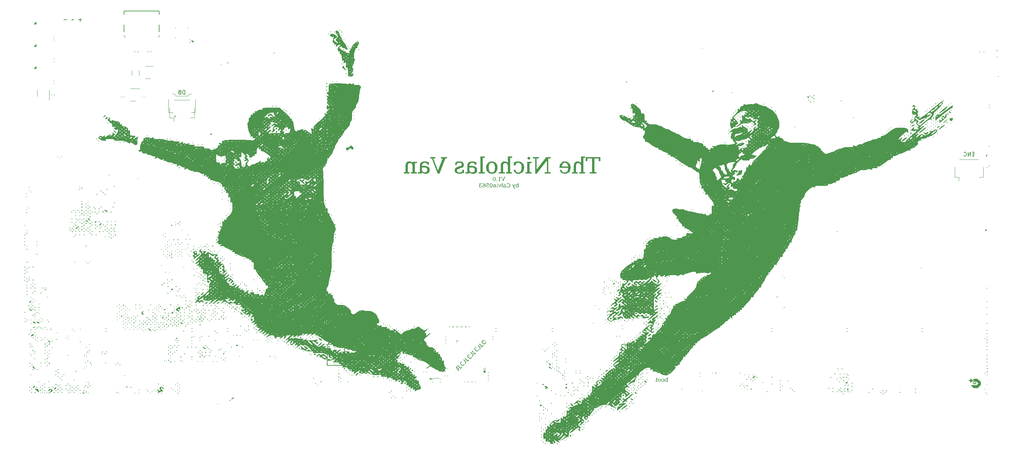
<source format=gbr>
%TF.GenerationSoftware,KiCad,Pcbnew,8.0.8*%
%TF.CreationDate,2025-03-01T16:22:10+01:00*%
%TF.ProjectId,the-nicholas-van revision,7468652d-6e69-4636-986f-6c61732d7661,rev?*%
%TF.SameCoordinates,Original*%
%TF.FileFunction,Legend,Bot*%
%TF.FilePolarity,Positive*%
%FSLAX46Y46*%
G04 Gerber Fmt 4.6, Leading zero omitted, Abs format (unit mm)*
G04 Created by KiCad (PCBNEW 8.0.8) date 2025-03-01 16:22:10*
%MOMM*%
%LPD*%
G01*
G04 APERTURE LIST*
%ADD10C,0.150000*%
%ADD11C,0.600000*%
%ADD12C,0.200000*%
%ADD13C,0.120000*%
%ADD14C,0.000000*%
%ADD15C,0.002540*%
%ADD16C,0.170180*%
%ADD17C,0.100000*%
G04 APERTURE END LIST*
D10*
X38178338Y-50080116D02*
X37416434Y-50080116D01*
D11*
G36*
X169649114Y-85838375D02*
G01*
X170048695Y-85838375D01*
X170048695Y-85196505D01*
X171190774Y-85196505D01*
X171190774Y-88616882D01*
X170667118Y-88616882D01*
X170667118Y-88972500D01*
X172333831Y-88972500D01*
X172333831Y-88616882D01*
X171810174Y-88616882D01*
X171810174Y-85196505D01*
X172952254Y-85196505D01*
X172952254Y-85838375D01*
X173351835Y-85838375D01*
X173351835Y-84807670D01*
X169649114Y-84807670D01*
X169649114Y-85838375D01*
G37*
G36*
X166151556Y-88972500D02*
G01*
X167609197Y-88972500D01*
X167609197Y-88616882D01*
X167170537Y-88616882D01*
X167170537Y-87241306D01*
X167176708Y-87026191D01*
X167198873Y-86820875D01*
X167249248Y-86625022D01*
X167299497Y-86528117D01*
X167455789Y-86396283D01*
X167660351Y-86347316D01*
X167736204Y-86344446D01*
X167946656Y-86372845D01*
X168133845Y-86468604D01*
X168245206Y-86584781D01*
X168340002Y-86763518D01*
X168395301Y-86962720D01*
X168420580Y-87170280D01*
X168424968Y-87314579D01*
X168424968Y-88616882D01*
X167986308Y-88616882D01*
X167986308Y-88972500D01*
X169449811Y-88972500D01*
X169449811Y-88616882D01*
X168993566Y-88616882D01*
X168993566Y-84988410D01*
X169478144Y-84988410D01*
X169478144Y-84632793D01*
X168424968Y-84632793D01*
X168424968Y-86401111D01*
X168311238Y-86233785D01*
X168153572Y-86094659D01*
X168113315Y-86066987D01*
X167928346Y-85971732D01*
X167722221Y-85920441D01*
X167573049Y-85910671D01*
X167365020Y-85924416D01*
X167158986Y-85973783D01*
X166967632Y-86072238D01*
X166833482Y-86197901D01*
X166721555Y-86387675D01*
X166652816Y-86595418D01*
X166616411Y-86807348D01*
X166602844Y-87011401D01*
X166601940Y-87084014D01*
X166601940Y-88616882D01*
X166151556Y-88616882D01*
X166151556Y-88972500D01*
G37*
G36*
X164458499Y-85912362D02*
G01*
X164681764Y-85937721D01*
X164888061Y-85993511D01*
X165077391Y-86079733D01*
X165249754Y-86196386D01*
X165405150Y-86343469D01*
X165496741Y-86456722D01*
X165611230Y-86641885D01*
X165698241Y-86845389D01*
X165757775Y-87067234D01*
X165786398Y-87266115D01*
X165795938Y-87477733D01*
X165789741Y-87650947D01*
X165764563Y-87855229D01*
X165720017Y-88045915D01*
X165640997Y-88256792D01*
X165534087Y-88448091D01*
X165399288Y-88619813D01*
X165322466Y-88696984D01*
X165155221Y-88828555D01*
X164969840Y-88929763D01*
X164766325Y-89000608D01*
X164544675Y-89041092D01*
X164346113Y-89051634D01*
X164279503Y-89050665D01*
X164058992Y-89032005D01*
X163858116Y-88989596D01*
X163652585Y-88912049D01*
X163472700Y-88803483D01*
X163392116Y-88736851D01*
X163250088Y-88577482D01*
X163146752Y-88409484D01*
X163062956Y-88214839D01*
X163006685Y-88026791D01*
X163476608Y-88026791D01*
X163535418Y-88210091D01*
X163632695Y-88396132D01*
X163770677Y-88551425D01*
X163892831Y-88632182D01*
X164086958Y-88698746D01*
X164296287Y-88718487D01*
X164397434Y-88713938D01*
X164602020Y-88670438D01*
X164791995Y-88568085D01*
X164929365Y-88427349D01*
X164955155Y-88390633D01*
X165050622Y-88196222D01*
X165107195Y-87983319D01*
X165134857Y-87766073D01*
X165142343Y-87556903D01*
X162964675Y-87565661D01*
X162975332Y-87320955D01*
X162989256Y-87210043D01*
X163625108Y-87210043D01*
X165139414Y-87210043D01*
X165124487Y-87070481D01*
X165084233Y-86868615D01*
X165014861Y-86673045D01*
X164907871Y-86494900D01*
X164760461Y-86351394D01*
X164577495Y-86267457D01*
X164380307Y-86242841D01*
X164173884Y-86266884D01*
X163983403Y-86348870D01*
X163831249Y-86489038D01*
X163756269Y-86611362D01*
X163684459Y-86797761D01*
X163643854Y-86990957D01*
X163625108Y-87210043D01*
X162989256Y-87210043D01*
X163003640Y-87095474D01*
X163049597Y-86889218D01*
X163113206Y-86702186D01*
X163212834Y-86503124D01*
X163337878Y-86331746D01*
X163408796Y-86256495D01*
X163567271Y-86128199D01*
X163747934Y-86029510D01*
X163950786Y-85960427D01*
X164175825Y-85920951D01*
X164380307Y-85910671D01*
X164458499Y-85912362D01*
G37*
G36*
X156253859Y-85162311D02*
G01*
X156805848Y-85162311D01*
X156805848Y-89051634D01*
X157184913Y-89051634D01*
X159766071Y-85657636D01*
X159766071Y-88616882D01*
X159214082Y-88616882D01*
X159214082Y-88972500D01*
X160717641Y-88972500D01*
X160717641Y-88616882D01*
X160165652Y-88616882D01*
X160165652Y-85162311D01*
X160717641Y-85162311D01*
X160717641Y-84807670D01*
X159618548Y-84807670D01*
X157206406Y-87981851D01*
X157206406Y-85162311D01*
X157757418Y-85162311D01*
X157757418Y-84807670D01*
X156253859Y-84807670D01*
X156253859Y-85162311D01*
G37*
G36*
X154362442Y-88972500D02*
G01*
X155894333Y-88972500D01*
X155894333Y-88616882D01*
X155409756Y-88616882D01*
X155409756Y-86344446D01*
X155894333Y-86344446D01*
X155894333Y-85989806D01*
X154841158Y-85989806D01*
X154841158Y-88616882D01*
X154362442Y-88616882D01*
X154362442Y-88972500D01*
G37*
G36*
X154863629Y-85114439D02*
G01*
X154919682Y-85304216D01*
X154963280Y-85356728D01*
X155136020Y-85449235D01*
X155204592Y-85455403D01*
X155396017Y-85399898D01*
X155445904Y-85356728D01*
X155543906Y-85183988D01*
X155550439Y-85115416D01*
X155491638Y-84925823D01*
X155445904Y-84874105D01*
X155275361Y-84775186D01*
X155204592Y-84768592D01*
X155012298Y-84829414D01*
X154962303Y-84868243D01*
X154871434Y-85042432D01*
X154863629Y-85114439D01*
G37*
G36*
X151347509Y-88031676D02*
G01*
X151410534Y-88248601D01*
X151491043Y-88437757D01*
X151604463Y-88619931D01*
X151740720Y-88765836D01*
X151778353Y-88796645D01*
X151943461Y-88908203D01*
X152132994Y-88987887D01*
X152346950Y-89035697D01*
X152554198Y-89051385D01*
X152585331Y-89051634D01*
X152782204Y-89041092D01*
X153002206Y-89000608D01*
X153204485Y-88929763D01*
X153389041Y-88828555D01*
X153555874Y-88696984D01*
X153632645Y-88619813D01*
X153767444Y-88448091D01*
X153874353Y-88256792D01*
X153953374Y-88045915D01*
X153997919Y-87855229D01*
X154023097Y-87650947D01*
X154029295Y-87477733D01*
X154019611Y-87259766D01*
X153990560Y-87056491D01*
X153930132Y-86831955D01*
X153841816Y-86628577D01*
X153725610Y-86446357D01*
X153632645Y-86336631D01*
X153474673Y-86191871D01*
X153298978Y-86077062D01*
X153105561Y-85992202D01*
X152894421Y-85937294D01*
X152665557Y-85912335D01*
X152585331Y-85910671D01*
X152384152Y-85919464D01*
X152173355Y-85945842D01*
X152027481Y-85973197D01*
X151825980Y-86032090D01*
X151625823Y-86105869D01*
X151451068Y-86180315D01*
X151451068Y-86980455D01*
X151802777Y-86980455D01*
X151845556Y-86776539D01*
X151917379Y-86589846D01*
X152037317Y-86421226D01*
X152048974Y-86409904D01*
X152229846Y-86301737D01*
X152419918Y-86253283D01*
X152579469Y-86242841D01*
X152783583Y-86267185D01*
X152976115Y-86351334D01*
X153132583Y-86495590D01*
X153172491Y-86550587D01*
X153270723Y-86746054D01*
X153331051Y-86962881D01*
X153363001Y-87185863D01*
X153374907Y-87401697D01*
X153375701Y-87478710D01*
X153368557Y-87702021D01*
X153347125Y-87903006D01*
X153304062Y-88109272D01*
X153231033Y-88307795D01*
X153172491Y-88411718D01*
X153043030Y-88560010D01*
X152864924Y-88667858D01*
X152673793Y-88713694D01*
X152579469Y-88718487D01*
X152376689Y-88699439D01*
X152180499Y-88627812D01*
X152083168Y-88557287D01*
X151950704Y-88392774D01*
X151864815Y-88201181D01*
X151817432Y-88031676D01*
X151347509Y-88031676D01*
G37*
G36*
X147647718Y-88972500D02*
G01*
X149105359Y-88972500D01*
X149105359Y-88616882D01*
X148666699Y-88616882D01*
X148666699Y-87241306D01*
X148672870Y-87026191D01*
X148695035Y-86820875D01*
X148745410Y-86625022D01*
X148795659Y-86528117D01*
X148951951Y-86396283D01*
X149156513Y-86347316D01*
X149232366Y-86344446D01*
X149442818Y-86372845D01*
X149630007Y-86468604D01*
X149741368Y-86584781D01*
X149836164Y-86763518D01*
X149891462Y-86962720D01*
X149916742Y-87170280D01*
X149921130Y-87314579D01*
X149921130Y-88616882D01*
X149482470Y-88616882D01*
X149482470Y-88972500D01*
X150945973Y-88972500D01*
X150945973Y-88616882D01*
X150489728Y-88616882D01*
X150489728Y-84988410D01*
X150974306Y-84988410D01*
X150974306Y-84632793D01*
X149921130Y-84632793D01*
X149921130Y-86401111D01*
X149807400Y-86233785D01*
X149649734Y-86094659D01*
X149609476Y-86066987D01*
X149424508Y-85971732D01*
X149218383Y-85920441D01*
X149069211Y-85910671D01*
X148861182Y-85924416D01*
X148655148Y-85973783D01*
X148463794Y-86072238D01*
X148329644Y-86197901D01*
X148217717Y-86387675D01*
X148148978Y-86595418D01*
X148112573Y-86807348D01*
X148099006Y-87011401D01*
X148098102Y-87084014D01*
X148098102Y-88616882D01*
X147647718Y-88616882D01*
X147647718Y-88972500D01*
G37*
G36*
X145929931Y-85912358D02*
G01*
X146160340Y-85937660D01*
X146372682Y-85993324D01*
X146566959Y-86079351D01*
X146743168Y-86195741D01*
X146901312Y-86342493D01*
X146992903Y-86453425D01*
X147107392Y-86636481D01*
X147194403Y-86839527D01*
X147253937Y-87062562D01*
X147282560Y-87263695D01*
X147292100Y-87478710D01*
X147285903Y-87651695D01*
X147260725Y-87855733D01*
X147216179Y-88046224D01*
X147137159Y-88256929D01*
X147030249Y-88448125D01*
X146895450Y-88619813D01*
X146818679Y-88696984D01*
X146651846Y-88828555D01*
X146467290Y-88929763D01*
X146265011Y-89000608D01*
X146045010Y-89041092D01*
X145848137Y-89051634D01*
X145767315Y-89049947D01*
X145536849Y-89024645D01*
X145324381Y-88968981D01*
X145129910Y-88882954D01*
X144953437Y-88766565D01*
X144794961Y-88619813D01*
X144703370Y-88506225D01*
X144588882Y-88320215D01*
X144501870Y-88115451D01*
X144442336Y-87891935D01*
X144413714Y-87691346D01*
X144404173Y-87477733D01*
X145057767Y-87477733D01*
X145059553Y-87592354D01*
X145073841Y-87804799D01*
X145108569Y-88024349D01*
X145162745Y-88213418D01*
X145260977Y-88411718D01*
X145300833Y-88466541D01*
X145456385Y-88610339D01*
X145646857Y-88694221D01*
X145848137Y-88718487D01*
X145942155Y-88713617D01*
X146132152Y-88667052D01*
X146308274Y-88557486D01*
X146435296Y-88406833D01*
X146493838Y-88303030D01*
X146566867Y-88105193D01*
X146609930Y-87900029D01*
X146631362Y-87700361D01*
X146638506Y-87478710D01*
X146636720Y-87364971D01*
X146622432Y-87154083D01*
X146587704Y-86936003D01*
X146533528Y-86748029D01*
X146435296Y-86550587D01*
X146395440Y-86495590D01*
X146239888Y-86351334D01*
X146049417Y-86267185D01*
X145848137Y-86242841D01*
X145777901Y-86245546D01*
X145566478Y-86293632D01*
X145389974Y-86401823D01*
X145260977Y-86550587D01*
X145202435Y-86654109D01*
X145129406Y-86851595D01*
X145086343Y-87056552D01*
X145064911Y-87256117D01*
X145057767Y-87477733D01*
X144404173Y-87477733D01*
X144407608Y-87347233D01*
X144428597Y-87140800D01*
X144478972Y-86911342D01*
X144556825Y-86701804D01*
X144662154Y-86512188D01*
X144794961Y-86342493D01*
X144871958Y-86265321D01*
X145039501Y-86133751D01*
X145225110Y-86032543D01*
X145428786Y-85961697D01*
X145650528Y-85921214D01*
X145849114Y-85910671D01*
X145929931Y-85912358D01*
G37*
G36*
X142510802Y-88972500D02*
G01*
X144041717Y-88972500D01*
X144041717Y-88616882D01*
X143558116Y-88616882D01*
X143558116Y-84988410D01*
X144041717Y-84988410D01*
X144041717Y-84632793D01*
X142988541Y-84632793D01*
X142988541Y-88616882D01*
X142510802Y-88616882D01*
X142510802Y-88972500D01*
G37*
G36*
X140980686Y-85912698D02*
G01*
X141182321Y-85930992D01*
X141376539Y-85968312D01*
X141524427Y-86007262D01*
X141725217Y-86072658D01*
X141912896Y-86146121D01*
X141912896Y-86788968D01*
X141596357Y-86788968D01*
X141582680Y-86720550D01*
X141511239Y-86531504D01*
X141377516Y-86376687D01*
X141314077Y-86331200D01*
X141125716Y-86261663D01*
X140919316Y-86242841D01*
X140732582Y-86256906D01*
X140538984Y-86312298D01*
X140371235Y-86420650D01*
X140287460Y-86513524D01*
X140202375Y-86706377D01*
X140179749Y-86910113D01*
X140179749Y-87081083D01*
X140856790Y-87081083D01*
X141003152Y-87085037D01*
X141207355Y-87105793D01*
X141422323Y-87152496D01*
X141612233Y-87223415D01*
X141798590Y-87334118D01*
X141819447Y-87350092D01*
X141962467Y-87493676D01*
X142063110Y-87665348D01*
X142121377Y-87865108D01*
X142137599Y-88062939D01*
X142127158Y-88226441D01*
X142080752Y-88424247D01*
X141984169Y-88619190D01*
X141840600Y-88784921D01*
X141822199Y-88801330D01*
X141660220Y-88913850D01*
X141471985Y-88993030D01*
X141257494Y-89038872D01*
X141048276Y-89051634D01*
X140922707Y-89046912D01*
X140721802Y-89016848D01*
X140524620Y-88952960D01*
X140510855Y-88947106D01*
X140327516Y-88846470D01*
X140179749Y-88712625D01*
X140179749Y-88972500D01*
X139159790Y-88972500D01*
X139159790Y-88616882D01*
X139610174Y-88616882D01*
X139610174Y-88023860D01*
X140179749Y-88023860D01*
X140191106Y-88164056D01*
X140250732Y-88352367D01*
X140361465Y-88514300D01*
X140451051Y-88585106D01*
X140643718Y-88670463D01*
X140851905Y-88696017D01*
X140978276Y-88687835D01*
X141168373Y-88635743D01*
X141336483Y-88525047D01*
X141405004Y-88444163D01*
X141487608Y-88263936D01*
X141512338Y-88062939D01*
X141506396Y-87949641D01*
X141458860Y-87757666D01*
X141343322Y-87592039D01*
X141211869Y-87510122D01*
X141008537Y-87451870D01*
X140801102Y-87436700D01*
X140179749Y-87436700D01*
X140179749Y-88023860D01*
X139610174Y-88023860D01*
X139610174Y-87118208D01*
X139618117Y-86941141D01*
X139648617Y-86746419D01*
X139713111Y-86543726D01*
X139808741Y-86367400D01*
X139935506Y-86217440D01*
X140071290Y-86113187D01*
X140254361Y-86018819D01*
X140463986Y-85953811D01*
X140664800Y-85921456D01*
X140885122Y-85910671D01*
X140980686Y-85912698D01*
G37*
G36*
X136419386Y-88131327D02*
G01*
X136439841Y-88335636D01*
X136511754Y-88537749D01*
X136635445Y-88710496D01*
X136746671Y-88809345D01*
X136926190Y-88915347D01*
X137135506Y-88991062D01*
X137343101Y-89032469D01*
X137539197Y-89049505D01*
X137643531Y-89051634D01*
X137850206Y-89042704D01*
X138059904Y-89015914D01*
X138201382Y-88988131D01*
X138403523Y-88935375D01*
X138598957Y-88867704D01*
X138766071Y-88798599D01*
X138766071Y-88065870D01*
X138412407Y-88065870D01*
X138386695Y-88276585D01*
X138310720Y-88458530D01*
X138220921Y-88562172D01*
X138049005Y-88657426D01*
X137853276Y-88706122D01*
X137666001Y-88718487D01*
X137457144Y-88703941D01*
X137260619Y-88649244D01*
X137166769Y-88595389D01*
X137036415Y-88440365D01*
X136999707Y-88249541D01*
X137046266Y-88053994D01*
X137118897Y-87962311D01*
X137296970Y-87851772D01*
X137489388Y-87773309D01*
X137659162Y-87716114D01*
X138024550Y-87592039D01*
X138221614Y-87519267D01*
X138403956Y-87426264D01*
X138571888Y-87297784D01*
X138583377Y-87286247D01*
X138698502Y-87110733D01*
X138752678Y-86920384D01*
X138761186Y-86796784D01*
X138741708Y-86596505D01*
X138673229Y-86401553D01*
X138555446Y-86238750D01*
X138449532Y-86148075D01*
X138267083Y-86033314D01*
X138071689Y-85962835D01*
X137875073Y-85925509D01*
X137654522Y-85910903D01*
X137621061Y-85910671D01*
X137416164Y-85920990D01*
X137219006Y-85951948D01*
X137130621Y-85973197D01*
X136940524Y-86020229D01*
X136747682Y-86086756D01*
X136576678Y-86157845D01*
X136576678Y-86845633D01*
X136931319Y-86845633D01*
X136962597Y-86640744D01*
X137057779Y-86457966D01*
X137117920Y-86398180D01*
X137295676Y-86291991D01*
X137491497Y-86248303D01*
X137604452Y-86242841D01*
X137815203Y-86257679D01*
X138004820Y-86312496D01*
X138067536Y-86348354D01*
X138194791Y-86509815D01*
X138219944Y-86661962D01*
X138171137Y-86855566D01*
X138106615Y-86936491D01*
X137932993Y-87038587D01*
X137745640Y-87114002D01*
X137622038Y-87155333D01*
X137224410Y-87279408D01*
X137024314Y-87349811D01*
X136835846Y-87439671D01*
X136671936Y-87552747D01*
X136607941Y-87614509D01*
X136493040Y-87781068D01*
X136431170Y-87980324D01*
X136419386Y-88131327D01*
G37*
G36*
X130225387Y-85162311D02*
G01*
X130634738Y-85162311D01*
X132097264Y-88972500D01*
X132613105Y-88972500D01*
X134070747Y-85162311D01*
X134491821Y-85162311D01*
X134491821Y-84807670D01*
X132931598Y-84807670D01*
X132931598Y-85162311D01*
X133373189Y-85162311D01*
X132209616Y-88195807D01*
X131045066Y-85162311D01*
X131492519Y-85162311D01*
X131492519Y-84807670D01*
X130225387Y-84807670D01*
X130225387Y-85162311D01*
G37*
G36*
X128956122Y-85912698D02*
G01*
X129157757Y-85930992D01*
X129351975Y-85968312D01*
X129499863Y-86007262D01*
X129700653Y-86072658D01*
X129888332Y-86146121D01*
X129888332Y-86788968D01*
X129571793Y-86788968D01*
X129558116Y-86720550D01*
X129486675Y-86531504D01*
X129352952Y-86376687D01*
X129289513Y-86331200D01*
X129101153Y-86261663D01*
X128894752Y-86242841D01*
X128708018Y-86256906D01*
X128514420Y-86312298D01*
X128346671Y-86420650D01*
X128262896Y-86513524D01*
X128177812Y-86706377D01*
X128155185Y-86910113D01*
X128155185Y-87081083D01*
X128832226Y-87081083D01*
X128978588Y-87085037D01*
X129182791Y-87105793D01*
X129397759Y-87152496D01*
X129587669Y-87223415D01*
X129774026Y-87334118D01*
X129794883Y-87350092D01*
X129937903Y-87493676D01*
X130038546Y-87665348D01*
X130096813Y-87865108D01*
X130113035Y-88062939D01*
X130102594Y-88226441D01*
X130056188Y-88424247D01*
X129959605Y-88619190D01*
X129816036Y-88784921D01*
X129797635Y-88801330D01*
X129635656Y-88913850D01*
X129447421Y-88993030D01*
X129232930Y-89038872D01*
X129023712Y-89051634D01*
X128898143Y-89046912D01*
X128697238Y-89016848D01*
X128500056Y-88952960D01*
X128486291Y-88947106D01*
X128302952Y-88846470D01*
X128155185Y-88712625D01*
X128155185Y-88972500D01*
X127135227Y-88972500D01*
X127135227Y-88616882D01*
X127585610Y-88616882D01*
X127585610Y-88023860D01*
X128155185Y-88023860D01*
X128166542Y-88164056D01*
X128226168Y-88352367D01*
X128336901Y-88514300D01*
X128426487Y-88585106D01*
X128619155Y-88670463D01*
X128827341Y-88696017D01*
X128953712Y-88687835D01*
X129143809Y-88635743D01*
X129311919Y-88525047D01*
X129380440Y-88444163D01*
X129463044Y-88263936D01*
X129487774Y-88062939D01*
X129481832Y-87949641D01*
X129434296Y-87757666D01*
X129318758Y-87592039D01*
X129187305Y-87510122D01*
X128983973Y-87451870D01*
X128776539Y-87436700D01*
X128155185Y-87436700D01*
X128155185Y-88023860D01*
X127585610Y-88023860D01*
X127585610Y-87118208D01*
X127593553Y-86941141D01*
X127624053Y-86746419D01*
X127688547Y-86543726D01*
X127784177Y-86367400D01*
X127910942Y-86217440D01*
X128046726Y-86113187D01*
X128229797Y-86018819D01*
X128439422Y-85953811D01*
X128640236Y-85921456D01*
X128860558Y-85910671D01*
X128956122Y-85912698D01*
G37*
G36*
X123528248Y-88972500D02*
G01*
X124985890Y-88972500D01*
X124985890Y-88616882D01*
X124547229Y-88616882D01*
X124547229Y-87241306D01*
X124553447Y-87026191D01*
X124575780Y-86820875D01*
X124626537Y-86625022D01*
X124677167Y-86528117D01*
X124833244Y-86392076D01*
X125037272Y-86341546D01*
X125112896Y-86338585D01*
X125323579Y-86367907D01*
X125511547Y-86466780D01*
X125623852Y-86586735D01*
X125717618Y-86764441D01*
X125772315Y-86963042D01*
X125797320Y-87170328D01*
X125801661Y-87314579D01*
X125801661Y-88616882D01*
X125363001Y-88616882D01*
X125363001Y-88972500D01*
X126826504Y-88972500D01*
X126826504Y-88616882D01*
X126370258Y-88616882D01*
X126370258Y-86344446D01*
X126854836Y-86344446D01*
X126854836Y-85989806D01*
X125801661Y-85989806D01*
X125801661Y-86401111D01*
X125687930Y-86233785D01*
X125530264Y-86094659D01*
X125490007Y-86066987D01*
X125305039Y-85971732D01*
X125098913Y-85920441D01*
X124949742Y-85910671D01*
X124741713Y-85924416D01*
X124535678Y-85973783D01*
X124344325Y-86072238D01*
X124210174Y-86197901D01*
X124098247Y-86387675D01*
X124029508Y-86595418D01*
X123993103Y-86807348D01*
X123979537Y-87011401D01*
X123978632Y-87084014D01*
X123978632Y-88616882D01*
X123528248Y-88616882D01*
X123528248Y-88972500D01*
G37*
D10*
X136868478Y-137941484D02*
X137373554Y-138446560D01*
X137373554Y-138446560D02*
X137440898Y-138581247D01*
X137440898Y-138581247D02*
X137440898Y-138715934D01*
X137440898Y-138715934D02*
X137373554Y-138850621D01*
X137373554Y-138850621D02*
X137306211Y-138917965D01*
X138249020Y-137975155D02*
X137912302Y-138311873D01*
X137912302Y-138311873D02*
X137205196Y-137604766D01*
X138821440Y-137268049D02*
X138821440Y-137335392D01*
X138821440Y-137335392D02*
X138754096Y-137470079D01*
X138754096Y-137470079D02*
X138686753Y-137537423D01*
X138686753Y-137537423D02*
X138552066Y-137604766D01*
X138552066Y-137604766D02*
X138417379Y-137604766D01*
X138417379Y-137604766D02*
X138316363Y-137571094D01*
X138316363Y-137571094D02*
X138148005Y-137470079D01*
X138148005Y-137470079D02*
X138046989Y-137369064D01*
X138046989Y-137369064D02*
X137945974Y-137200705D01*
X137945974Y-137200705D02*
X137912302Y-137099690D01*
X137912302Y-137099690D02*
X137912302Y-136965003D01*
X137912302Y-136965003D02*
X137979646Y-136830316D01*
X137979646Y-136830316D02*
X138046989Y-136762972D01*
X138046989Y-136762972D02*
X138181676Y-136695629D01*
X138181676Y-136695629D02*
X138249020Y-136695629D01*
X138686753Y-136123209D02*
X139191829Y-136628285D01*
X139191829Y-136628285D02*
X139259173Y-136762972D01*
X139259173Y-136762972D02*
X139259173Y-136897659D01*
X139259173Y-136897659D02*
X139191829Y-137032346D01*
X139191829Y-137032346D02*
X139124486Y-137099690D01*
X140067295Y-136156881D02*
X139730577Y-136493598D01*
X139730577Y-136493598D02*
X139023470Y-135786491D01*
X140639715Y-135449774D02*
X140639715Y-135517117D01*
X140639715Y-135517117D02*
X140572371Y-135651804D01*
X140572371Y-135651804D02*
X140505028Y-135719148D01*
X140505028Y-135719148D02*
X140370341Y-135786491D01*
X140370341Y-135786491D02*
X140235654Y-135786491D01*
X140235654Y-135786491D02*
X140134638Y-135752819D01*
X140134638Y-135752819D02*
X139966280Y-135651804D01*
X139966280Y-135651804D02*
X139865264Y-135550789D01*
X139865264Y-135550789D02*
X139764249Y-135382430D01*
X139764249Y-135382430D02*
X139730577Y-135281415D01*
X139730577Y-135281415D02*
X139730577Y-135146728D01*
X139730577Y-135146728D02*
X139797921Y-135012041D01*
X139797921Y-135012041D02*
X139865264Y-134944697D01*
X139865264Y-134944697D02*
X139999951Y-134877354D01*
X139999951Y-134877354D02*
X140067295Y-134877354D01*
X140505028Y-134304934D02*
X141010104Y-134810010D01*
X141010104Y-134810010D02*
X141077447Y-134944697D01*
X141077447Y-134944697D02*
X141077447Y-135079384D01*
X141077447Y-135079384D02*
X141010104Y-135214071D01*
X141010104Y-135214071D02*
X140942760Y-135281415D01*
X141885570Y-134338606D02*
X141548852Y-134675323D01*
X141548852Y-134675323D02*
X140841745Y-133968216D01*
X142457990Y-133631499D02*
X142457990Y-133698842D01*
X142457990Y-133698842D02*
X142390646Y-133833529D01*
X142390646Y-133833529D02*
X142323303Y-133900873D01*
X142323303Y-133900873D02*
X142188615Y-133968216D01*
X142188615Y-133968216D02*
X142053928Y-133968216D01*
X142053928Y-133968216D02*
X141952913Y-133934545D01*
X141952913Y-133934545D02*
X141784554Y-133833529D01*
X141784554Y-133833529D02*
X141683539Y-133732514D01*
X141683539Y-133732514D02*
X141582524Y-133564155D01*
X141582524Y-133564155D02*
X141548852Y-133463140D01*
X141548852Y-133463140D02*
X141548852Y-133328453D01*
X141548852Y-133328453D02*
X141616196Y-133193766D01*
X141616196Y-133193766D02*
X141683539Y-133126422D01*
X141683539Y-133126422D02*
X141818226Y-133059079D01*
X141818226Y-133059079D02*
X141885570Y-133059079D01*
X142323303Y-132486659D02*
X142828379Y-132991735D01*
X142828379Y-132991735D02*
X142895722Y-133126422D01*
X142895722Y-133126422D02*
X142895722Y-133261109D01*
X142895722Y-133261109D02*
X142828379Y-133395796D01*
X142828379Y-133395796D02*
X142761035Y-133463140D01*
X143703844Y-132520331D02*
X143367127Y-132857048D01*
X143367127Y-132857048D02*
X142660020Y-132149942D01*
X144276264Y-131813224D02*
X144276264Y-131880567D01*
X144276264Y-131880567D02*
X144208921Y-132015254D01*
X144208921Y-132015254D02*
X144141577Y-132082598D01*
X144141577Y-132082598D02*
X144006890Y-132149941D01*
X144006890Y-132149941D02*
X143872203Y-132149941D01*
X143872203Y-132149941D02*
X143771188Y-132116270D01*
X143771188Y-132116270D02*
X143602829Y-132015254D01*
X143602829Y-132015254D02*
X143501814Y-131914239D01*
X143501814Y-131914239D02*
X143400799Y-131745880D01*
X143400799Y-131745880D02*
X143367127Y-131644865D01*
X143367127Y-131644865D02*
X143367127Y-131510178D01*
X143367127Y-131510178D02*
X143434471Y-131375491D01*
X143434471Y-131375491D02*
X143501814Y-131308148D01*
X143501814Y-131308148D02*
X143636501Y-131240804D01*
X143636501Y-131240804D02*
X143703845Y-131240804D01*
D12*
G36*
X152685266Y-91493977D02*
G01*
X152564366Y-91493977D01*
X152564366Y-92401095D01*
X152685266Y-92401095D01*
X152685266Y-92490000D01*
X152421972Y-92490000D01*
X152421972Y-92400607D01*
X152415981Y-92411033D01*
X152382500Y-92447683D01*
X152339418Y-92476322D01*
X152295301Y-92495373D01*
X152244891Y-92506515D01*
X152193605Y-92509783D01*
X152151480Y-92507100D01*
X152096633Y-92494327D01*
X152046601Y-92471036D01*
X152001384Y-92437226D01*
X151966459Y-92399874D01*
X151946309Y-92371565D01*
X151921122Y-92325294D01*
X151901979Y-92274455D01*
X151888882Y-92219048D01*
X151882585Y-92169386D01*
X151880486Y-92116552D01*
X152043640Y-92116552D01*
X152043828Y-92134805D01*
X152046647Y-92186207D01*
X152054212Y-92239817D01*
X152068497Y-92292700D01*
X152091756Y-92341500D01*
X152101173Y-92354682D01*
X152138267Y-92389257D01*
X152184139Y-92409427D01*
X152232928Y-92415261D01*
X152238611Y-92415197D01*
X152290846Y-92407440D01*
X152338663Y-92383976D01*
X152373368Y-92349071D01*
X152394632Y-92311901D01*
X152411292Y-92260632D01*
X152419646Y-92206658D01*
X152421972Y-92152944D01*
X152421972Y-92081137D01*
X152420246Y-92035536D01*
X152412575Y-91981039D01*
X152396611Y-91928343D01*
X152372879Y-91884766D01*
X152369741Y-91880709D01*
X152333972Y-91847221D01*
X152285426Y-91825260D01*
X152232928Y-91818820D01*
X152221472Y-91819108D01*
X152169456Y-91829193D01*
X152126217Y-91853684D01*
X152091756Y-91892581D01*
X152080479Y-91912590D01*
X152062435Y-91959454D01*
X152051581Y-92007949D01*
X152045332Y-92063432D01*
X152043640Y-92116552D01*
X151880486Y-92116552D01*
X151881241Y-92084427D01*
X151885859Y-92033433D01*
X151896942Y-91976444D01*
X151914069Y-91924039D01*
X151937242Y-91876220D01*
X151966459Y-91832986D01*
X151995640Y-91801745D01*
X152040419Y-91766903D01*
X152089780Y-91742440D01*
X152143722Y-91728355D01*
X152193605Y-91724542D01*
X152239997Y-91727170D01*
X152290978Y-91737518D01*
X152339418Y-91757759D01*
X152350519Y-91764152D01*
X152390587Y-91793541D01*
X152421972Y-91833475D01*
X152421972Y-91405073D01*
X152685266Y-91405073D01*
X152685266Y-91493977D01*
G37*
G36*
X151023926Y-91832986D02*
G01*
X151107946Y-91832986D01*
X151440849Y-92649734D01*
X151462697Y-92698621D01*
X151489595Y-92740495D01*
X151519495Y-92769902D01*
X151564047Y-92792108D01*
X151613621Y-92801244D01*
X151642349Y-92802386D01*
X151692183Y-92799358D01*
X151709760Y-92796524D01*
X151758400Y-92786287D01*
X151785231Y-92779183D01*
X151785231Y-92626287D01*
X151705608Y-92626287D01*
X151695330Y-92674918D01*
X151683138Y-92696385D01*
X151637269Y-92713215D01*
X151628183Y-92713482D01*
X151580667Y-92700905D01*
X151571763Y-92694431D01*
X151543179Y-92652032D01*
X151525845Y-92612854D01*
X151478951Y-92494884D01*
X151748839Y-91832986D01*
X151834324Y-91832986D01*
X151834324Y-91744326D01*
X151482614Y-91744326D01*
X151482614Y-91832986D01*
X151595454Y-91832986D01*
X151401770Y-92306573D01*
X151208085Y-91832986D01*
X151313842Y-91832986D01*
X151313842Y-91744326D01*
X151023926Y-91744326D01*
X151023926Y-91832986D01*
G37*
G36*
X149587045Y-92202770D02*
G01*
X149603461Y-92249270D01*
X149627206Y-92300080D01*
X149655365Y-92345447D01*
X149687937Y-92385369D01*
X149724923Y-92419847D01*
X149745071Y-92435045D01*
X149788805Y-92460444D01*
X149836112Y-92480589D01*
X149886991Y-92495478D01*
X149941442Y-92505112D01*
X149999465Y-92509491D01*
X150019600Y-92509783D01*
X150068937Y-92507631D01*
X150122981Y-92500064D01*
X150175480Y-92487049D01*
X150209620Y-92475345D01*
X150258288Y-92451609D01*
X150302897Y-92423816D01*
X150343450Y-92391966D01*
X150364226Y-92372519D01*
X150400954Y-92331929D01*
X150432736Y-92288804D01*
X150459572Y-92243146D01*
X150481463Y-92194954D01*
X150497598Y-92142518D01*
X150507935Y-92094558D01*
X150514742Y-92044658D01*
X150518019Y-91992818D01*
X150518343Y-91970006D01*
X150516157Y-91910900D01*
X150509596Y-91854724D01*
X150498663Y-91801479D01*
X150483356Y-91751165D01*
X150463675Y-91703782D01*
X150439621Y-91659330D01*
X150411193Y-91617808D01*
X150378392Y-91579218D01*
X150341943Y-91544356D01*
X150302692Y-91514142D01*
X150260640Y-91488577D01*
X150215788Y-91467660D01*
X150168134Y-91451391D01*
X150117678Y-91439771D01*
X150064422Y-91432798D01*
X150008364Y-91430474D01*
X149958459Y-91432271D01*
X149907935Y-91437661D01*
X149856793Y-91446645D01*
X149828113Y-91453189D01*
X149774745Y-91466597D01*
X149723511Y-91482343D01*
X149675751Y-91499076D01*
X149625257Y-91518567D01*
X149617820Y-91521577D01*
X149617820Y-91771193D01*
X149709411Y-91771193D01*
X149720886Y-91723523D01*
X149738505Y-91674744D01*
X149764223Y-91628014D01*
X149800272Y-91586937D01*
X149809306Y-91579462D01*
X149855762Y-91550418D01*
X149905393Y-91532580D01*
X149955257Y-91523134D01*
X150011128Y-91519437D01*
X150019600Y-91519378D01*
X150077102Y-91523371D01*
X150129074Y-91535350D01*
X150175516Y-91555314D01*
X150216429Y-91583263D01*
X150251811Y-91619198D01*
X150262377Y-91632951D01*
X150290515Y-91679711D01*
X150312832Y-91734079D01*
X150326982Y-91785197D01*
X150337089Y-91841599D01*
X150342264Y-91890524D01*
X150344852Y-91942830D01*
X150345175Y-91970251D01*
X150343882Y-92024190D01*
X150340000Y-92074756D01*
X150331510Y-92133219D01*
X150318977Y-92186411D01*
X150302401Y-92234332D01*
X150277174Y-92284879D01*
X150262377Y-92307306D01*
X150228837Y-92345903D01*
X150189768Y-92376514D01*
X150145169Y-92399140D01*
X150095040Y-92413780D01*
X150039381Y-92420435D01*
X150019600Y-92420879D01*
X149966263Y-92417536D01*
X149917628Y-92407506D01*
X149868534Y-92388232D01*
X149834463Y-92367390D01*
X149796886Y-92332347D01*
X149765762Y-92288495D01*
X149743513Y-92242120D01*
X149730172Y-92202770D01*
X149587045Y-92202770D01*
G37*
G36*
X149166903Y-91725049D02*
G01*
X149217312Y-91729623D01*
X149265866Y-91738953D01*
X149302838Y-91748690D01*
X149353036Y-91765039D01*
X149399955Y-91783405D01*
X149399955Y-91944117D01*
X149320821Y-91944117D01*
X149317401Y-91927012D01*
X149299541Y-91879751D01*
X149266110Y-91841046D01*
X149250251Y-91829675D01*
X149203161Y-91812290D01*
X149151560Y-91807585D01*
X149104877Y-91811101D01*
X149056477Y-91824949D01*
X149014540Y-91852037D01*
X148993596Y-91875256D01*
X148972325Y-91923469D01*
X148966669Y-91974403D01*
X148966669Y-92017145D01*
X149135929Y-92017145D01*
X149172520Y-92018134D01*
X149223570Y-92023323D01*
X149277312Y-92034999D01*
X149324790Y-92052728D01*
X149371379Y-92080404D01*
X149376593Y-92084398D01*
X149412348Y-92120294D01*
X149437509Y-92163212D01*
X149452076Y-92213152D01*
X149456131Y-92262609D01*
X149453521Y-92303485D01*
X149441919Y-92352936D01*
X149417774Y-92401672D01*
X149381881Y-92443105D01*
X149377281Y-92447207D01*
X149336786Y-92475337D01*
X149289728Y-92495132D01*
X149236105Y-92506593D01*
X149183800Y-92509783D01*
X149152408Y-92508603D01*
X149102182Y-92501087D01*
X149052886Y-92485115D01*
X149049445Y-92483651D01*
X149003610Y-92458492D01*
X148966669Y-92425031D01*
X148966669Y-92490000D01*
X148711679Y-92490000D01*
X148711679Y-92401095D01*
X148824275Y-92401095D01*
X148824275Y-92252840D01*
X148966669Y-92252840D01*
X148969508Y-92287889D01*
X148984414Y-92334966D01*
X149012098Y-92375450D01*
X149034494Y-92393151D01*
X149082661Y-92414490D01*
X149134708Y-92420879D01*
X149166300Y-92418833D01*
X149213825Y-92405810D01*
X149255852Y-92378136D01*
X149272983Y-92357915D01*
X149293633Y-92312859D01*
X149299816Y-92262609D01*
X149298330Y-92234285D01*
X149286446Y-92186291D01*
X149257562Y-92144884D01*
X149224699Y-92124405D01*
X149173866Y-92109842D01*
X149122007Y-92106050D01*
X148966669Y-92106050D01*
X148966669Y-92252840D01*
X148824275Y-92252840D01*
X148824275Y-92026427D01*
X148826261Y-91982160D01*
X148833886Y-91933479D01*
X148850009Y-91882806D01*
X148873917Y-91838725D01*
X148905608Y-91801235D01*
X148939554Y-91775171D01*
X148985322Y-91751579D01*
X149037728Y-91735327D01*
X149087931Y-91727239D01*
X149143012Y-91724542D01*
X149166903Y-91725049D01*
G37*
G36*
X148268623Y-92490000D02*
G01*
X148651351Y-92490000D01*
X148651351Y-92401095D01*
X148530451Y-92401095D01*
X148530451Y-91493977D01*
X148651351Y-91493977D01*
X148651351Y-91405073D01*
X148388057Y-91405073D01*
X148388057Y-92401095D01*
X148268623Y-92401095D01*
X148268623Y-92490000D01*
G37*
G36*
X147439418Y-91832986D02*
G01*
X147523682Y-91832986D01*
X147792349Y-92490000D01*
X147895419Y-92490000D01*
X148164087Y-91832986D01*
X148249816Y-91832986D01*
X148249816Y-91744326D01*
X147898106Y-91744326D01*
X147898106Y-91832986D01*
X148010946Y-91832986D01*
X147817262Y-92306573D01*
X147623577Y-91832986D01*
X147729334Y-91832986D01*
X147729334Y-91744326D01*
X147439418Y-91744326D01*
X147439418Y-91832986D01*
G37*
G36*
X147022740Y-92490000D02*
G01*
X147405713Y-92490000D01*
X147405713Y-92401095D01*
X147284568Y-92401095D01*
X147284568Y-91832986D01*
X147405713Y-91832986D01*
X147405713Y-91744326D01*
X147142419Y-91744326D01*
X147142419Y-92401095D01*
X147022740Y-92401095D01*
X147022740Y-92490000D01*
G37*
G36*
X147148036Y-91525484D02*
G01*
X147162050Y-91572929D01*
X147172949Y-91586057D01*
X147216134Y-91609183D01*
X147233277Y-91610725D01*
X147281133Y-91596849D01*
X147293605Y-91586057D01*
X147318106Y-91542872D01*
X147319739Y-91525729D01*
X147305039Y-91478330D01*
X147293605Y-91465401D01*
X147250969Y-91440671D01*
X147233277Y-91439023D01*
X147185204Y-91454228D01*
X147172705Y-91463935D01*
X147149988Y-91507483D01*
X147148036Y-91525484D01*
G37*
G36*
X146127590Y-92490000D02*
G01*
X146492000Y-92490000D01*
X146492000Y-92401095D01*
X146382335Y-92401095D01*
X146382335Y-92057201D01*
X146383889Y-92003422D01*
X146389473Y-91952093D01*
X146402162Y-91903130D01*
X146414819Y-91878904D01*
X146453839Y-91844894D01*
X146504846Y-91832261D01*
X146523752Y-91831521D01*
X146576422Y-91838851D01*
X146623414Y-91863570D01*
X146651491Y-91893558D01*
X146674932Y-91937985D01*
X146688606Y-91987635D01*
X146694858Y-92039457D01*
X146695943Y-92075519D01*
X146695943Y-92401095D01*
X146586278Y-92401095D01*
X146586278Y-92490000D01*
X146952154Y-92490000D01*
X146952154Y-92401095D01*
X146838092Y-92401095D01*
X146838092Y-91832986D01*
X146959237Y-91832986D01*
X146959237Y-91744326D01*
X146695943Y-91744326D01*
X146695943Y-91847152D01*
X146667510Y-91805321D01*
X146628094Y-91770539D01*
X146618029Y-91763621D01*
X146571787Y-91739808D01*
X146520256Y-91726985D01*
X146482963Y-91724542D01*
X146430956Y-91727979D01*
X146379447Y-91740320D01*
X146331609Y-91764934D01*
X146298071Y-91796350D01*
X146270089Y-91843793D01*
X146252905Y-91895729D01*
X146243804Y-91948712D01*
X146240412Y-91999725D01*
X146240186Y-92017878D01*
X146240186Y-92401095D01*
X146127590Y-92401095D01*
X146127590Y-92490000D01*
G37*
G36*
X145705759Y-91433992D02*
G01*
X145753866Y-91444547D01*
X145806777Y-91466500D01*
X145854433Y-91498585D01*
X145890132Y-91533063D01*
X145922182Y-91574577D01*
X145933568Y-91592666D01*
X145958822Y-91641751D01*
X145979483Y-91696359D01*
X145992707Y-91744021D01*
X146002992Y-91795216D01*
X146010338Y-91849946D01*
X146014746Y-91908209D01*
X146016215Y-91970006D01*
X146016123Y-91985787D01*
X146013919Y-92046707D01*
X146008777Y-92104100D01*
X146000696Y-92157967D01*
X145989676Y-92208308D01*
X145971769Y-92266275D01*
X145949271Y-92318732D01*
X145922182Y-92365680D01*
X145890132Y-92407194D01*
X145854433Y-92441672D01*
X145806777Y-92473757D01*
X145753866Y-92495711D01*
X145705759Y-92506265D01*
X145654003Y-92509783D01*
X145602176Y-92506265D01*
X145554011Y-92495711D01*
X145501046Y-92473757D01*
X145453353Y-92441672D01*
X145417636Y-92407194D01*
X145385580Y-92365680D01*
X145374193Y-92347562D01*
X145348940Y-92298411D01*
X145328278Y-92243749D01*
X145315055Y-92196053D01*
X145304770Y-92144831D01*
X145297424Y-92090082D01*
X145293016Y-92031808D01*
X145291546Y-91970006D01*
X145452014Y-91970006D01*
X145452214Y-91998692D01*
X145453817Y-92053234D01*
X145457023Y-92104006D01*
X145463284Y-92162169D01*
X145472050Y-92214440D01*
X145485874Y-92269389D01*
X145503305Y-92315854D01*
X145523850Y-92353455D01*
X145556747Y-92391489D01*
X145601273Y-92417744D01*
X145653759Y-92426496D01*
X145700806Y-92419581D01*
X145746216Y-92395270D01*
X145779899Y-92358966D01*
X145804212Y-92315854D01*
X145816291Y-92285820D01*
X145831389Y-92233699D01*
X145841203Y-92183784D01*
X145848500Y-92127978D01*
X145852526Y-92079091D01*
X145854942Y-92026434D01*
X145855747Y-91970006D01*
X145855546Y-91941322D01*
X145853936Y-91886787D01*
X145850715Y-91836031D01*
X145844424Y-91777898D01*
X145835616Y-91725668D01*
X145821726Y-91670785D01*
X145804212Y-91624403D01*
X145783667Y-91586802D01*
X145750771Y-91548769D01*
X145706245Y-91522513D01*
X145653759Y-91513761D01*
X145606711Y-91520676D01*
X145561301Y-91544987D01*
X145527618Y-91581291D01*
X145503305Y-91624403D01*
X145491284Y-91654380D01*
X145476257Y-91706429D01*
X145466490Y-91756298D01*
X145459227Y-91812069D01*
X145455220Y-91860937D01*
X145452815Y-91913583D01*
X145452014Y-91970006D01*
X145291546Y-91970006D01*
X145291638Y-91954226D01*
X145293842Y-91893312D01*
X145298985Y-91835932D01*
X145307066Y-91782086D01*
X145318085Y-91731774D01*
X145335992Y-91673853D01*
X145358490Y-91621455D01*
X145385580Y-91574577D01*
X145417636Y-91533063D01*
X145453353Y-91498585D01*
X145501046Y-91466500D01*
X145554011Y-91444547D01*
X145602176Y-91433992D01*
X145654003Y-91430474D01*
X145705759Y-91433992D01*
G37*
G36*
X144416913Y-92157096D02*
G01*
X144419346Y-92207766D01*
X144428688Y-92263705D01*
X144445037Y-92314338D01*
X144468393Y-92359664D01*
X144498755Y-92399684D01*
X144516564Y-92417704D01*
X144557079Y-92448996D01*
X144602969Y-92473815D01*
X144654234Y-92492159D01*
X144710874Y-92504028D01*
X144762181Y-92508974D01*
X144794757Y-92509783D01*
X144844250Y-92507763D01*
X144894667Y-92501702D01*
X144941302Y-92492686D01*
X144990318Y-92479868D01*
X145039667Y-92463091D01*
X145089351Y-92442354D01*
X145099327Y-92437732D01*
X145099327Y-92225240D01*
X145007004Y-92225240D01*
X144999288Y-92278198D01*
X144982287Y-92327524D01*
X144953337Y-92370212D01*
X144946920Y-92376671D01*
X144904586Y-92405038D01*
X144857035Y-92420609D01*
X144806857Y-92426302D01*
X144794757Y-92426496D01*
X144745099Y-92422192D01*
X144696934Y-92407058D01*
X144652980Y-92377462D01*
X144634777Y-92357620D01*
X144607032Y-92313615D01*
X144589992Y-92266358D01*
X144580127Y-92211438D01*
X144577380Y-92157096D01*
X144580068Y-92102825D01*
X144588133Y-92054561D01*
X144603932Y-92006758D01*
X144630100Y-91962359D01*
X144633556Y-91958039D01*
X144673017Y-91921717D01*
X144722400Y-91898848D01*
X144775328Y-91889767D01*
X144794757Y-91889162D01*
X144844665Y-91893089D01*
X144892224Y-91906012D01*
X144901002Y-91909678D01*
X144942132Y-91936408D01*
X144978969Y-91973549D01*
X144983556Y-91979288D01*
X145054387Y-91979288D01*
X145054387Y-91448792D01*
X144495803Y-91448792D01*
X144495803Y-91577020D01*
X144965727Y-91577020D01*
X144965727Y-91848129D01*
X144919329Y-91826206D01*
X144892209Y-91819064D01*
X144843391Y-91809773D01*
X144794437Y-91806233D01*
X144783521Y-91806120D01*
X144732375Y-91808403D01*
X144675611Y-91817173D01*
X144623879Y-91832520D01*
X144577179Y-91854445D01*
X144535511Y-91882947D01*
X144516564Y-91899665D01*
X144482698Y-91937738D01*
X144455839Y-91980517D01*
X144435987Y-92028001D01*
X144423141Y-92080191D01*
X144417302Y-92137086D01*
X144416913Y-92157096D01*
G37*
G36*
X143830122Y-91431064D02*
G01*
X143890147Y-91437697D01*
X143945627Y-91451700D01*
X143996564Y-91473074D01*
X144042957Y-91501818D01*
X144084806Y-91537932D01*
X144122112Y-91581416D01*
X144154549Y-91630787D01*
X144176540Y-91674663D01*
X144195013Y-91722432D01*
X144209967Y-91774093D01*
X144221403Y-91829647D01*
X144229320Y-91889093D01*
X144233718Y-91952432D01*
X144234708Y-92002491D01*
X144234615Y-92017571D01*
X144232394Y-92075728D01*
X144227212Y-92130419D01*
X144219068Y-92181645D01*
X144207962Y-92229406D01*
X144189916Y-92284234D01*
X144167242Y-92333648D01*
X144139941Y-92377648D01*
X144114945Y-92408617D01*
X144072555Y-92447329D01*
X144024292Y-92476749D01*
X143970156Y-92496879D01*
X143920557Y-92506557D01*
X143866878Y-92509783D01*
X143846507Y-92509411D01*
X143788598Y-92503830D01*
X143735498Y-92491551D01*
X143687207Y-92472574D01*
X143643724Y-92446900D01*
X143605050Y-92414528D01*
X143593219Y-92402051D01*
X143562307Y-92361803D01*
X143538264Y-92317329D01*
X143521091Y-92268632D01*
X143510787Y-92215709D01*
X143507352Y-92158562D01*
X143667820Y-92158562D01*
X143670239Y-92213416D01*
X143678929Y-92268607D01*
X143693939Y-92315799D01*
X143718378Y-92359330D01*
X143724918Y-92367463D01*
X143762399Y-92400259D01*
X143807847Y-92419937D01*
X143861260Y-92426496D01*
X143872551Y-92426223D01*
X143924252Y-92416673D01*
X143968035Y-92393480D01*
X144003898Y-92356643D01*
X144007009Y-92352049D01*
X144030560Y-92305319D01*
X144044779Y-92255638D01*
X144052037Y-92205881D01*
X144054456Y-92150258D01*
X144053258Y-92112035D01*
X144046354Y-92056981D01*
X144031252Y-92004023D01*
X144005364Y-91956329D01*
X143995670Y-91944587D01*
X143957622Y-91913790D01*
X143910748Y-91895825D01*
X143861016Y-91890628D01*
X143849726Y-91890890D01*
X143798024Y-91900073D01*
X143754242Y-91922374D01*
X143718378Y-91957794D01*
X143715268Y-91962131D01*
X143691717Y-92006786D01*
X143677497Y-92054978D01*
X143670239Y-92103708D01*
X143667820Y-92158562D01*
X143507352Y-92158562D01*
X143507441Y-92148493D01*
X143511689Y-92090894D01*
X143522307Y-92038120D01*
X143539297Y-91990172D01*
X143562659Y-91947050D01*
X143597967Y-91902840D01*
X143640873Y-91865724D01*
X143690090Y-91837724D01*
X143737299Y-91820980D01*
X143789146Y-91810934D01*
X143845629Y-91807585D01*
X143882738Y-91809203D01*
X143934682Y-91817698D01*
X143982161Y-91833475D01*
X143997262Y-91840127D01*
X144039857Y-91864222D01*
X144076683Y-91896734D01*
X144075688Y-91862143D01*
X144071645Y-91808089D01*
X144064621Y-91758531D01*
X144052256Y-91704996D01*
X144035598Y-91657935D01*
X144010737Y-91611214D01*
X144002832Y-91599413D01*
X143965776Y-91559823D01*
X143920019Y-91532414D01*
X143872844Y-91518424D01*
X143819006Y-91513761D01*
X143801238Y-91514303D01*
X143750237Y-91523549D01*
X143704212Y-91548443D01*
X143689452Y-91562334D01*
X143664160Y-91605898D01*
X143652677Y-91655666D01*
X143560597Y-91655666D01*
X143560597Y-91473461D01*
X143592563Y-91463233D01*
X143640854Y-91450296D01*
X143689558Y-91440244D01*
X143703487Y-91437954D01*
X143753322Y-91432344D01*
X143804840Y-91430474D01*
X143830122Y-91431064D01*
G37*
G36*
X142632719Y-92204968D02*
G01*
X142636188Y-92257381D01*
X142646595Y-92305260D01*
X142667505Y-92355389D01*
X142697859Y-92399347D01*
X142731393Y-92432114D01*
X142778844Y-92462378D01*
X142825990Y-92482402D01*
X142879113Y-92496965D01*
X142927947Y-92504929D01*
X142980932Y-92509101D01*
X143014715Y-92509783D01*
X143065004Y-92508114D01*
X143114816Y-92503105D01*
X143164151Y-92494757D01*
X143173961Y-92492686D01*
X143223606Y-92479868D01*
X143273013Y-92463091D01*
X143322181Y-92442354D01*
X143331986Y-92437732D01*
X143331986Y-92225240D01*
X143239418Y-92225240D01*
X143232006Y-92278295D01*
X143214117Y-92327955D01*
X143182703Y-92371285D01*
X143175671Y-92377892D01*
X143134083Y-92403523D01*
X143083812Y-92419661D01*
X143031146Y-92426069D01*
X143012028Y-92426496D01*
X142957960Y-92421782D01*
X142910886Y-92407640D01*
X142866784Y-92380869D01*
X142851560Y-92366901D01*
X142820777Y-92326882D01*
X142801395Y-92277657D01*
X142793699Y-92225482D01*
X142793186Y-92206434D01*
X142796987Y-92151204D01*
X142808391Y-92103241D01*
X142830306Y-92057968D01*
X142854003Y-92029113D01*
X142897055Y-91997686D01*
X142945469Y-91979354D01*
X142996192Y-91970973D01*
X143031567Y-91969518D01*
X143104108Y-91969518D01*
X143104108Y-91883545D01*
X143062586Y-91883545D01*
X143008319Y-91880476D01*
X142955624Y-91869689D01*
X142907453Y-91848595D01*
X142887464Y-91834452D01*
X142854647Y-91797072D01*
X142835452Y-91747397D01*
X142829879Y-91697610D01*
X142829823Y-91691570D01*
X142834426Y-91641910D01*
X142852103Y-91592268D01*
X142876962Y-91559190D01*
X142917342Y-91531507D01*
X142965762Y-91517354D01*
X143013493Y-91513761D01*
X143066282Y-91517959D01*
X143114763Y-91532274D01*
X143153200Y-91556748D01*
X143185805Y-91597876D01*
X143203255Y-91645774D01*
X143210109Y-91688150D01*
X143302433Y-91688150D01*
X143302433Y-91494954D01*
X143253972Y-91477777D01*
X143203434Y-91462225D01*
X143151866Y-91449416D01*
X143142942Y-91447571D01*
X143091688Y-91437837D01*
X143039132Y-91431826D01*
X143002014Y-91430474D01*
X142946475Y-91432810D01*
X142895814Y-91439816D01*
X142842874Y-91453895D01*
X142796571Y-91474331D01*
X142762168Y-91496908D01*
X142724020Y-91533636D01*
X142696772Y-91576898D01*
X142680423Y-91626693D01*
X142675058Y-91675623D01*
X142674973Y-91683021D01*
X142679822Y-91734502D01*
X142696585Y-91785813D01*
X142725322Y-91830921D01*
X142736278Y-91843244D01*
X142773377Y-91878140D01*
X142816665Y-91905450D01*
X142862551Y-91921158D01*
X142814462Y-91933602D01*
X142769386Y-91955822D01*
X142727324Y-91987818D01*
X142705259Y-92009818D01*
X142673523Y-92049675D01*
X142650854Y-92095486D01*
X142637253Y-92147250D01*
X142632790Y-92197428D01*
X142632719Y-92204968D01*
G37*
X39916071Y-50109028D02*
X39687499Y-49937600D01*
X39687499Y-49937600D02*
X39458928Y-50109028D01*
D10*
X41955951Y-50080116D02*
X41194047Y-50080116D01*
X41574999Y-50461069D02*
X41574999Y-49699164D01*
D12*
G36*
X148201944Y-89949952D02*
G01*
X148304282Y-89949952D01*
X148669913Y-90902500D01*
X148798874Y-90902500D01*
X149163284Y-89949952D01*
X149268553Y-89949952D01*
X149268553Y-89861292D01*
X148878497Y-89861292D01*
X148878497Y-89949952D01*
X148988895Y-89949952D01*
X148698001Y-90708326D01*
X148406864Y-89949952D01*
X148518727Y-89949952D01*
X148518727Y-89861292D01*
X148201944Y-89861292D01*
X148201944Y-89949952D01*
G37*
G36*
X147533696Y-90902500D02*
G01*
X148044407Y-90902500D01*
X148044407Y-90813595D01*
X147865866Y-90813595D01*
X147865866Y-89983414D01*
X148072495Y-90117015D01*
X148072495Y-90008326D01*
X147816529Y-89842974D01*
X147712237Y-89842974D01*
X147712237Y-90813595D01*
X147533696Y-90813595D01*
X147533696Y-90902500D01*
G37*
G36*
X147052537Y-90752779D02*
G01*
X147026907Y-90796186D01*
X147023472Y-90823121D01*
X147035990Y-90871822D01*
X147052537Y-90893218D01*
X147095839Y-90918849D01*
X147122635Y-90922283D01*
X147170606Y-90910834D01*
X147194442Y-90892974D01*
X147218781Y-90849011D01*
X147222042Y-90822876D01*
X147210156Y-90774175D01*
X147194442Y-90752779D01*
X147150294Y-90727148D01*
X147122635Y-90723714D01*
X147073934Y-90736231D01*
X147052537Y-90752779D01*
G37*
G36*
X146507364Y-89846492D02*
G01*
X146555471Y-89857047D01*
X146608382Y-89879000D01*
X146656038Y-89911085D01*
X146691737Y-89945563D01*
X146723786Y-89987077D01*
X146735173Y-90005166D01*
X146760426Y-90054251D01*
X146781088Y-90108859D01*
X146794311Y-90156521D01*
X146804596Y-90207716D01*
X146811943Y-90262446D01*
X146816351Y-90320709D01*
X146817820Y-90382506D01*
X146817728Y-90398287D01*
X146815524Y-90459207D01*
X146810382Y-90516600D01*
X146802301Y-90570467D01*
X146791281Y-90620808D01*
X146773374Y-90678775D01*
X146750876Y-90731232D01*
X146723786Y-90778180D01*
X146691737Y-90819694D01*
X146656038Y-90854172D01*
X146608382Y-90886257D01*
X146555471Y-90908211D01*
X146507364Y-90918765D01*
X146455608Y-90922283D01*
X146403781Y-90918765D01*
X146355616Y-90908211D01*
X146302651Y-90886257D01*
X146254957Y-90854172D01*
X146219241Y-90819694D01*
X146187185Y-90778180D01*
X146175798Y-90760062D01*
X146150545Y-90710911D01*
X146129883Y-90656249D01*
X146116660Y-90608553D01*
X146106375Y-90557331D01*
X146099028Y-90502582D01*
X146094621Y-90444308D01*
X146093151Y-90382506D01*
X146253619Y-90382506D01*
X146253819Y-90411192D01*
X146255422Y-90465734D01*
X146258628Y-90516506D01*
X146264889Y-90574669D01*
X146273654Y-90626940D01*
X146287479Y-90681889D01*
X146304910Y-90728354D01*
X146325455Y-90765955D01*
X146358351Y-90803989D01*
X146402877Y-90830244D01*
X146455363Y-90838996D01*
X146502411Y-90832081D01*
X146547821Y-90807770D01*
X146581504Y-90771466D01*
X146605817Y-90728354D01*
X146617896Y-90698320D01*
X146632994Y-90646199D01*
X146642808Y-90596284D01*
X146650105Y-90540478D01*
X146654131Y-90491591D01*
X146656547Y-90438934D01*
X146657352Y-90382506D01*
X146657151Y-90353822D01*
X146655541Y-90299287D01*
X146652320Y-90248531D01*
X146646029Y-90190398D01*
X146637221Y-90138168D01*
X146623331Y-90083285D01*
X146605817Y-90036903D01*
X146585272Y-89999302D01*
X146552376Y-89961269D01*
X146507849Y-89935013D01*
X146455363Y-89926261D01*
X146408316Y-89933176D01*
X146362906Y-89957487D01*
X146329223Y-89993791D01*
X146304910Y-90036903D01*
X146292889Y-90066880D01*
X146277862Y-90118929D01*
X146268095Y-90168798D01*
X146260832Y-90224569D01*
X146256825Y-90273437D01*
X146254420Y-90326083D01*
X146253619Y-90382506D01*
X146093151Y-90382506D01*
X146093243Y-90366726D01*
X146095447Y-90305812D01*
X146100590Y-90248432D01*
X146108671Y-90194586D01*
X146119690Y-90144274D01*
X146137597Y-90086353D01*
X146160095Y-90033955D01*
X146187185Y-89987077D01*
X146219241Y-89945563D01*
X146254957Y-89911085D01*
X146302651Y-89879000D01*
X146355616Y-89857047D01*
X146403781Y-89846492D01*
X146455608Y-89842974D01*
X146507364Y-89846492D01*
G37*
X68107238Y-68891392D02*
X68107238Y-67891392D01*
X68107238Y-67891392D02*
X67869143Y-67891392D01*
X67869143Y-67891392D02*
X67726286Y-67939011D01*
X67726286Y-67939011D02*
X67631048Y-68034249D01*
X67631048Y-68034249D02*
X67583429Y-68129487D01*
X67583429Y-68129487D02*
X67535810Y-68319963D01*
X67535810Y-68319963D02*
X67535810Y-68462820D01*
X67535810Y-68462820D02*
X67583429Y-68653296D01*
X67583429Y-68653296D02*
X67631048Y-68748534D01*
X67631048Y-68748534D02*
X67726286Y-68843773D01*
X67726286Y-68843773D02*
X67869143Y-68891392D01*
X67869143Y-68891392D02*
X68107238Y-68891392D01*
X66773905Y-68367582D02*
X66631048Y-68415201D01*
X66631048Y-68415201D02*
X66583429Y-68462820D01*
X66583429Y-68462820D02*
X66535810Y-68558058D01*
X66535810Y-68558058D02*
X66535810Y-68700915D01*
X66535810Y-68700915D02*
X66583429Y-68796153D01*
X66583429Y-68796153D02*
X66631048Y-68843773D01*
X66631048Y-68843773D02*
X66726286Y-68891392D01*
X66726286Y-68891392D02*
X67107238Y-68891392D01*
X67107238Y-68891392D02*
X67107238Y-67891392D01*
X67107238Y-67891392D02*
X66773905Y-67891392D01*
X66773905Y-67891392D02*
X66678667Y-67939011D01*
X66678667Y-67939011D02*
X66631048Y-67986630D01*
X66631048Y-67986630D02*
X66583429Y-68081868D01*
X66583429Y-68081868D02*
X66583429Y-68177106D01*
X66583429Y-68177106D02*
X66631048Y-68272344D01*
X66631048Y-68272344D02*
X66678667Y-68319963D01*
X66678667Y-68319963D02*
X66773905Y-68367582D01*
X66773905Y-68367582D02*
X67107238Y-68367582D01*
X267938094Y-84065909D02*
X267604761Y-84065909D01*
X267461904Y-84589719D02*
X267938094Y-84589719D01*
X267938094Y-84589719D02*
X267938094Y-83589719D01*
X267938094Y-83589719D02*
X267461904Y-83589719D01*
X267033332Y-84589719D02*
X267033332Y-83589719D01*
X267033332Y-83589719D02*
X266461904Y-84589719D01*
X266461904Y-84589719D02*
X266461904Y-83589719D01*
X265414285Y-84494480D02*
X265461904Y-84542100D01*
X265461904Y-84542100D02*
X265604761Y-84589719D01*
X265604761Y-84589719D02*
X265699999Y-84589719D01*
X265699999Y-84589719D02*
X265842856Y-84542100D01*
X265842856Y-84542100D02*
X265938094Y-84446861D01*
X265938094Y-84446861D02*
X265985713Y-84351623D01*
X265985713Y-84351623D02*
X266033332Y-84161147D01*
X266033332Y-84161147D02*
X266033332Y-84018290D01*
X266033332Y-84018290D02*
X265985713Y-83827814D01*
X265985713Y-83827814D02*
X265938094Y-83732576D01*
X265938094Y-83732576D02*
X265842856Y-83637338D01*
X265842856Y-83637338D02*
X265699999Y-83589719D01*
X265699999Y-83589719D02*
X265604761Y-83589719D01*
X265604761Y-83589719D02*
X265461904Y-83637338D01*
X265461904Y-83637338D02*
X265414285Y-83684957D01*
G36*
X190442192Y-140706477D02*
G01*
X190321292Y-140706477D01*
X190321292Y-141613595D01*
X190442192Y-141613595D01*
X190442192Y-141702500D01*
X190178898Y-141702500D01*
X190178898Y-141613107D01*
X190172907Y-141623533D01*
X190139426Y-141660183D01*
X190096344Y-141688822D01*
X190052227Y-141707873D01*
X190001817Y-141719015D01*
X189950531Y-141722283D01*
X189908406Y-141719600D01*
X189853559Y-141706827D01*
X189803527Y-141683536D01*
X189758310Y-141649726D01*
X189723385Y-141612374D01*
X189703235Y-141584065D01*
X189678048Y-141537794D01*
X189658905Y-141486955D01*
X189645808Y-141431548D01*
X189639511Y-141381886D01*
X189637412Y-141329052D01*
X189800566Y-141329052D01*
X189800754Y-141347305D01*
X189803573Y-141398707D01*
X189811138Y-141452317D01*
X189825423Y-141505200D01*
X189848682Y-141554000D01*
X189858099Y-141567182D01*
X189895193Y-141601757D01*
X189941065Y-141621927D01*
X189989854Y-141627761D01*
X189995537Y-141627697D01*
X190047772Y-141619940D01*
X190095589Y-141596476D01*
X190130294Y-141561571D01*
X190151558Y-141524401D01*
X190168218Y-141473132D01*
X190176572Y-141419158D01*
X190178898Y-141365444D01*
X190178898Y-141293637D01*
X190177172Y-141248036D01*
X190169501Y-141193539D01*
X190153537Y-141140843D01*
X190129805Y-141097266D01*
X190126667Y-141093209D01*
X190090898Y-141059721D01*
X190042352Y-141037760D01*
X189989854Y-141031320D01*
X189978398Y-141031608D01*
X189926382Y-141041693D01*
X189883143Y-141066184D01*
X189848682Y-141105081D01*
X189837405Y-141125090D01*
X189819361Y-141171954D01*
X189808507Y-141220449D01*
X189802258Y-141275932D01*
X189800566Y-141329052D01*
X189637412Y-141329052D01*
X189638167Y-141296927D01*
X189642785Y-141245933D01*
X189653868Y-141188944D01*
X189670995Y-141136539D01*
X189694168Y-141088720D01*
X189723385Y-141045486D01*
X189752566Y-141014245D01*
X189797345Y-140979403D01*
X189846706Y-140954940D01*
X189900648Y-140940855D01*
X189950531Y-140937042D01*
X189996923Y-140939670D01*
X190047904Y-140950018D01*
X190096344Y-140970259D01*
X190107445Y-140976652D01*
X190147513Y-141006041D01*
X190178898Y-141045975D01*
X190178898Y-140617573D01*
X190442192Y-140617573D01*
X190442192Y-140706477D01*
G37*
G36*
X189176214Y-140937464D02*
G01*
X189233816Y-140943790D01*
X189286901Y-140957706D01*
X189335470Y-140979212D01*
X189379523Y-141008310D01*
X189419059Y-141044998D01*
X189441956Y-141072731D01*
X189470579Y-141118495D01*
X189492332Y-141169256D01*
X189507215Y-141225015D01*
X189514371Y-141275298D01*
X189516756Y-141329052D01*
X189515206Y-141372298D01*
X189508912Y-141423308D01*
X189497775Y-141470931D01*
X189478020Y-141523607D01*
X189451293Y-141571406D01*
X189417593Y-141614328D01*
X189398401Y-141633621D01*
X189356692Y-141666513D01*
X189310553Y-141691815D01*
X189259984Y-141709527D01*
X189204983Y-141719648D01*
X189155765Y-141722283D01*
X189135559Y-141721861D01*
X189077943Y-141715536D01*
X189024826Y-141701620D01*
X188976208Y-141680113D01*
X188932090Y-141651016D01*
X188892471Y-141614328D01*
X188869573Y-141585931D01*
X188840951Y-141539428D01*
X188819198Y-141488237D01*
X188804315Y-141432358D01*
X188797159Y-141382211D01*
X188794774Y-141328808D01*
X188958172Y-141328808D01*
X188958619Y-141357463D01*
X188962191Y-141410574D01*
X188970873Y-141465462D01*
X188984417Y-141512729D01*
X189008975Y-141562304D01*
X189018939Y-141576010D01*
X189057827Y-141611959D01*
X189105445Y-141632930D01*
X189155765Y-141638996D01*
X189179269Y-141637779D01*
X189226769Y-141626138D01*
X189270799Y-141598746D01*
X189302555Y-141561083D01*
X189317190Y-141535132D01*
X189335447Y-141485673D01*
X189346213Y-141434382D01*
X189351571Y-141384465D01*
X189353357Y-141329052D01*
X189352911Y-141300617D01*
X189349339Y-141247895D01*
X189340657Y-141193375D01*
X189327113Y-141146382D01*
X189302555Y-141097021D01*
X189292591Y-141083272D01*
X189253703Y-141047208D01*
X189206085Y-141026171D01*
X189155765Y-141020085D01*
X189138206Y-141020761D01*
X189085350Y-141032783D01*
X189041224Y-141059830D01*
X189008975Y-141097021D01*
X188994339Y-141122902D01*
X188976082Y-141172273D01*
X188965317Y-141223513D01*
X188959958Y-141273404D01*
X188958172Y-141328808D01*
X188794774Y-141328808D01*
X188795633Y-141296183D01*
X188800880Y-141244575D01*
X188813474Y-141187210D01*
X188832937Y-141134826D01*
X188859269Y-141087422D01*
X188892471Y-141044998D01*
X188911720Y-141025705D01*
X188953606Y-140992812D01*
X189000008Y-140967510D01*
X189050927Y-140949799D01*
X189106363Y-140939678D01*
X189156009Y-140937042D01*
X189176214Y-140937464D01*
G37*
G36*
X188334064Y-140937464D02*
G01*
X188391666Y-140943790D01*
X188444752Y-140957706D01*
X188493321Y-140979212D01*
X188537373Y-141008310D01*
X188576909Y-141044998D01*
X188599807Y-141072731D01*
X188628429Y-141118495D01*
X188650182Y-141169256D01*
X188665066Y-141225015D01*
X188672221Y-141275298D01*
X188674606Y-141329052D01*
X188673057Y-141372298D01*
X188666763Y-141423308D01*
X188655626Y-141470931D01*
X188635871Y-141523607D01*
X188609144Y-141571406D01*
X188575444Y-141614328D01*
X188556251Y-141633621D01*
X188514543Y-141666513D01*
X188468404Y-141691815D01*
X188417834Y-141709527D01*
X188362834Y-141719648D01*
X188313616Y-141722283D01*
X188293410Y-141721861D01*
X188235794Y-141715536D01*
X188182677Y-141701620D01*
X188134059Y-141680113D01*
X188089941Y-141651016D01*
X188050322Y-141614328D01*
X188027424Y-141585931D01*
X187998802Y-141539428D01*
X187977049Y-141488237D01*
X187962165Y-141432358D01*
X187955010Y-141382211D01*
X187952625Y-141328808D01*
X188116023Y-141328808D01*
X188116470Y-141357463D01*
X188120042Y-141410574D01*
X188128724Y-141465462D01*
X188142268Y-141512729D01*
X188166826Y-141562304D01*
X188176790Y-141576010D01*
X188215678Y-141611959D01*
X188263296Y-141632930D01*
X188313616Y-141638996D01*
X188337120Y-141637779D01*
X188384619Y-141626138D01*
X188428650Y-141598746D01*
X188460405Y-141561083D01*
X188475041Y-141535132D01*
X188493298Y-141485673D01*
X188504064Y-141434382D01*
X188509422Y-141384465D01*
X188511208Y-141329052D01*
X188510761Y-141300617D01*
X188507189Y-141247895D01*
X188498507Y-141193375D01*
X188484963Y-141146382D01*
X188460405Y-141097021D01*
X188450441Y-141083272D01*
X188411553Y-141047208D01*
X188363936Y-141026171D01*
X188313616Y-141020085D01*
X188296057Y-141020761D01*
X188243201Y-141032783D01*
X188199075Y-141059830D01*
X188166826Y-141097021D01*
X188152190Y-141122902D01*
X188133933Y-141172273D01*
X188123167Y-141223513D01*
X188117809Y-141273404D01*
X188116023Y-141328808D01*
X187952625Y-141328808D01*
X187953483Y-141296183D01*
X187958731Y-141244575D01*
X187971324Y-141187210D01*
X187990788Y-141134826D01*
X188017120Y-141087422D01*
X188050322Y-141044998D01*
X188069571Y-141025705D01*
X188111457Y-140992812D01*
X188157859Y-140967510D01*
X188208778Y-140949799D01*
X188264213Y-140939678D01*
X188313860Y-140937042D01*
X188334064Y-140937464D01*
G37*
G36*
X187332492Y-141515165D02*
G01*
X187338384Y-141566273D01*
X187351509Y-141614865D01*
X187376891Y-141661451D01*
X187388668Y-141674900D01*
X187431621Y-141701877D01*
X187479935Y-141716684D01*
X187530963Y-141722098D01*
X187543274Y-141722283D01*
X187595725Y-141719123D01*
X187644952Y-141708014D01*
X187691056Y-141683574D01*
X187703985Y-141671725D01*
X187730684Y-141627203D01*
X187744285Y-141580000D01*
X187750147Y-141529900D01*
X187750880Y-141501976D01*
X187750880Y-141045486D01*
X187862011Y-141045486D01*
X187862011Y-140956826D01*
X187750880Y-140956826D01*
X187750880Y-140730169D01*
X187608731Y-140730169D01*
X187608731Y-140956826D01*
X187370838Y-140956826D01*
X187370838Y-141045486D01*
X187608731Y-141045486D01*
X187608731Y-141501976D01*
X187607085Y-141552041D01*
X187599251Y-141600574D01*
X187591878Y-141617015D01*
X187547537Y-141638224D01*
X187532038Y-141638996D01*
X187483798Y-141627531D01*
X187466337Y-141612374D01*
X187449107Y-141565614D01*
X187443867Y-141515165D01*
X187332492Y-141515165D01*
G37*
D13*
%TO.C,U1*%
X136883750Y-131327500D02*
X136883750Y-131777500D01*
X136883750Y-138547500D02*
X136883750Y-138097500D01*
X137333750Y-131327500D02*
X136883750Y-131327500D01*
X137333750Y-138547500D02*
X136883750Y-138547500D01*
X143653750Y-131327500D02*
X144103750Y-131327500D01*
X143653750Y-138547500D02*
X144103750Y-138547500D01*
X144103750Y-131327500D02*
X144103750Y-131777500D01*
X144103750Y-138547500D02*
X144103750Y-138097500D01*
X144123750Y-139477500D02*
X143653750Y-139137500D01*
X144123750Y-138797500D01*
X144123750Y-139477500D01*
G36*
X144123750Y-139477500D02*
G01*
X143653750Y-139137500D01*
X144123750Y-138797500D01*
X144123750Y-139477500D01*
G37*
%TO.C,R10*%
X69745507Y-128207500D02*
X70052789Y-128207500D01*
X69745507Y-128967500D02*
X70052789Y-128967500D01*
%TO.C,R21*%
X216540109Y-128207500D02*
X216847391Y-128207500D01*
X216540109Y-128967500D02*
X216847391Y-128967500D01*
%TO.C,SW1*%
X187557500Y-132357500D02*
X188887500Y-132357500D01*
X187557500Y-133687500D02*
X187557500Y-132357500D01*
X187557500Y-134957500D02*
X190217500Y-134957500D01*
X187557500Y-137557500D02*
X187557500Y-134957500D01*
X187557500Y-137557500D02*
X190217500Y-137557500D01*
X190217500Y-137557500D02*
X190217500Y-134957500D01*
D14*
%TO.C,G\u002A\u002A\u002A*%
G36*
X27709539Y-102178817D02*
G01*
X27581256Y-102285540D01*
X27452973Y-102178817D01*
X27581256Y-102072095D01*
X27709539Y-102178817D01*
G37*
G36*
X27709539Y-104526717D02*
G01*
X27581256Y-104633439D01*
X27452973Y-104526717D01*
X27581256Y-104419994D01*
X27709539Y-104526717D01*
G37*
G36*
X27709539Y-105380498D02*
G01*
X27581256Y-105487221D01*
X27452973Y-105380498D01*
X27581256Y-105273775D01*
X27709539Y-105380498D01*
G37*
G36*
X27709539Y-106234280D02*
G01*
X27581256Y-106341002D01*
X27452973Y-106234280D01*
X27581256Y-106127557D01*
X27709539Y-106234280D01*
G37*
G36*
X27709539Y-107088061D02*
G01*
X27581256Y-107194784D01*
X27452973Y-107088061D01*
X27581256Y-106981338D01*
X27709539Y-107088061D01*
G37*
G36*
X27709539Y-112637641D02*
G01*
X27581256Y-112744364D01*
X27452973Y-112637641D01*
X27581256Y-112530918D01*
X27709539Y-112637641D01*
G37*
G36*
X27709539Y-113491422D02*
G01*
X27581256Y-113598145D01*
X27452973Y-113491422D01*
X27581256Y-113384700D01*
X27709539Y-113491422D01*
G37*
G36*
X27709539Y-114345204D02*
G01*
X27581256Y-114451927D01*
X27452973Y-114345204D01*
X27581256Y-114238481D01*
X27709539Y-114345204D01*
G37*
G36*
X27709539Y-115198985D02*
G01*
X27581256Y-115305708D01*
X27452973Y-115198985D01*
X27581256Y-115092263D01*
X27709539Y-115198985D01*
G37*
G36*
X27709539Y-116052767D02*
G01*
X27581256Y-116159490D01*
X27452973Y-116052767D01*
X27581256Y-115946044D01*
X27709539Y-116052767D01*
G37*
G36*
X27709539Y-124163691D02*
G01*
X27581256Y-124270414D01*
X27452973Y-124163691D01*
X27581256Y-124056969D01*
X27709539Y-124163691D01*
G37*
G36*
X27709539Y-125657809D02*
G01*
X27581256Y-125764532D01*
X27452973Y-125657809D01*
X27581256Y-125551086D01*
X27709539Y-125657809D01*
G37*
G36*
X28174555Y-94067893D02*
G01*
X28046272Y-94174616D01*
X27917989Y-94067893D01*
X28046272Y-93961170D01*
X28174555Y-94067893D01*
G37*
G36*
X28174555Y-94921675D02*
G01*
X28046272Y-95028397D01*
X27917989Y-94921675D01*
X28046272Y-94814952D01*
X28174555Y-94921675D01*
G37*
G36*
X28174555Y-98123355D02*
G01*
X28046272Y-98230078D01*
X27917989Y-98123355D01*
X28046272Y-98016633D01*
X28174555Y-98123355D01*
G37*
G36*
X28222670Y-103459490D02*
G01*
X28094388Y-103566212D01*
X27966105Y-103459490D01*
X28094388Y-103352767D01*
X28222670Y-103459490D01*
G37*
G36*
X28222670Y-104099826D02*
G01*
X28094388Y-104206549D01*
X27966105Y-104099826D01*
X28094388Y-103993103D01*
X28222670Y-104099826D01*
G37*
G36*
X28222670Y-107514952D02*
G01*
X28094388Y-107621675D01*
X27966105Y-107514952D01*
X28094388Y-107408229D01*
X28222670Y-107514952D01*
G37*
G36*
X28222670Y-108155288D02*
G01*
X28094388Y-108262011D01*
X27966105Y-108155288D01*
X28094388Y-108048565D01*
X28222670Y-108155288D01*
G37*
G36*
X28222670Y-113064532D02*
G01*
X28094388Y-113171254D01*
X27966105Y-113064532D01*
X28094388Y-112957809D01*
X28222670Y-113064532D01*
G37*
G36*
X28222670Y-113918313D02*
G01*
X28094388Y-114025036D01*
X27966105Y-113918313D01*
X28094388Y-113811591D01*
X28222670Y-113918313D01*
G37*
G36*
X28222670Y-115625876D02*
G01*
X28094388Y-115732599D01*
X27966105Y-115625876D01*
X28094388Y-115519154D01*
X28222670Y-115625876D01*
G37*
G36*
X28222670Y-117333439D02*
G01*
X28094388Y-117440162D01*
X27966105Y-117333439D01*
X28094388Y-117226717D01*
X28222670Y-117333439D01*
G37*
G36*
X28222670Y-117973775D02*
G01*
X28094388Y-118080498D01*
X27966105Y-117973775D01*
X28094388Y-117867053D01*
X28222670Y-117973775D01*
G37*
G36*
X28222670Y-118827557D02*
G01*
X28094388Y-118934280D01*
X27966105Y-118827557D01*
X28094388Y-118720834D01*
X28222670Y-118827557D01*
G37*
G36*
X28222670Y-119681338D02*
G01*
X28094388Y-119788061D01*
X27966105Y-119681338D01*
X28094388Y-119574616D01*
X28222670Y-119681338D01*
G37*
G36*
X28687686Y-97696464D02*
G01*
X28559404Y-97803187D01*
X28431121Y-97696464D01*
X28559404Y-97589742D01*
X28687686Y-97696464D01*
G37*
G36*
X28735802Y-115198985D02*
G01*
X28607519Y-115305708D01*
X28479236Y-115198985D01*
X28607519Y-115092263D01*
X28735802Y-115198985D01*
G37*
G36*
X28735802Y-122456128D02*
G01*
X28607519Y-122562851D01*
X28479236Y-122456128D01*
X28607519Y-122349406D01*
X28735802Y-122456128D01*
G37*
G36*
X28812811Y-92360330D02*
G01*
X28684528Y-92467053D01*
X28556245Y-92360330D01*
X28684528Y-92253607D01*
X28812811Y-92360330D01*
G37*
G36*
X28812811Y-93214112D02*
G01*
X28684528Y-93320834D01*
X28556245Y-93214112D01*
X28684528Y-93107389D01*
X28812811Y-93214112D01*
G37*
G36*
X28899831Y-143123106D02*
G01*
X28771548Y-143229829D01*
X28643265Y-143123106D01*
X28771548Y-143016383D01*
X28899831Y-143123106D01*
G37*
G36*
X28899831Y-143976887D02*
G01*
X28771548Y-144083610D01*
X28643265Y-143976887D01*
X28771548Y-143870165D01*
X28899831Y-143976887D01*
G37*
G36*
X28992367Y-132914952D02*
G01*
X28864085Y-133021675D01*
X28735802Y-132914952D01*
X28864085Y-132808229D01*
X28992367Y-132914952D01*
G37*
G36*
X28992367Y-134622515D02*
G01*
X28864085Y-134729238D01*
X28735802Y-134622515D01*
X28864085Y-134515792D01*
X28992367Y-134622515D01*
G37*
G36*
X28992367Y-137824196D02*
G01*
X28864085Y-137930918D01*
X28735802Y-137824196D01*
X28864085Y-137717473D01*
X28992367Y-137824196D01*
G37*
G36*
X29204512Y-139921425D02*
G01*
X29076229Y-140028148D01*
X28947946Y-139921425D01*
X29076229Y-139814703D01*
X29204512Y-139921425D01*
G37*
G36*
X29248933Y-117119994D02*
G01*
X29120650Y-117226717D01*
X28992367Y-117119994D01*
X29120650Y-117013271D01*
X29248933Y-117119994D01*
G37*
G36*
X29248933Y-117973775D02*
G01*
X29120650Y-118080498D01*
X28992367Y-117973775D01*
X29120650Y-117867053D01*
X29248933Y-117973775D01*
G37*
G36*
X29248933Y-120321675D02*
G01*
X29120650Y-120428397D01*
X28992367Y-120321675D01*
X29120650Y-120214952D01*
X29248933Y-120321675D01*
G37*
G36*
X29248933Y-122029238D02*
G01*
X29120650Y-122135960D01*
X28992367Y-122029238D01*
X29120650Y-121922515D01*
X29248933Y-122029238D01*
G37*
G36*
X29248933Y-122883019D02*
G01*
X29120650Y-122989742D01*
X28992367Y-122883019D01*
X29120650Y-122776296D01*
X29248933Y-122883019D01*
G37*
G36*
X29248933Y-126084700D02*
G01*
X29120650Y-126191422D01*
X28992367Y-126084700D01*
X29120650Y-125977977D01*
X29248933Y-126084700D01*
G37*
G36*
X29248933Y-126938481D02*
G01*
X29120650Y-127045204D01*
X28992367Y-126938481D01*
X29120650Y-126831759D01*
X29248933Y-126938481D01*
G37*
G36*
X29248933Y-128646044D02*
G01*
X29120650Y-128752767D01*
X28992367Y-128646044D01*
X29120650Y-128539322D01*
X29248933Y-128646044D01*
G37*
G36*
X29248933Y-129286380D02*
G01*
X29120650Y-129393103D01*
X28992367Y-129286380D01*
X29120650Y-129179658D01*
X29248933Y-129286380D01*
G37*
G36*
X29325942Y-93641002D02*
G01*
X29197660Y-93747725D01*
X29069377Y-93641002D01*
X29197660Y-93534280D01*
X29325942Y-93641002D01*
G37*
G36*
X29412962Y-143549997D02*
G01*
X29284680Y-143656719D01*
X29156397Y-143549997D01*
X29284680Y-143443274D01*
X29412962Y-143549997D01*
G37*
G36*
X29412962Y-144403778D02*
G01*
X29284680Y-144510501D01*
X29156397Y-144403778D01*
X29284680Y-144297055D01*
X29412962Y-144403778D01*
G37*
G36*
X29505499Y-132701506D02*
G01*
X29377216Y-132808229D01*
X29248933Y-132701506D01*
X29377216Y-132594784D01*
X29505499Y-132701506D01*
G37*
G36*
X29505499Y-137397305D02*
G01*
X29377216Y-137504028D01*
X29248933Y-137397305D01*
X29377216Y-137290582D01*
X29505499Y-137397305D01*
G37*
G36*
X29717643Y-138640753D02*
G01*
X29589361Y-138747476D01*
X29461078Y-138640753D01*
X29589361Y-138534030D01*
X29717643Y-138640753D01*
G37*
G36*
X29762064Y-112637641D02*
G01*
X29633782Y-112744364D01*
X29505499Y-112637641D01*
X29633782Y-112530918D01*
X29762064Y-112637641D01*
G37*
G36*
X29762064Y-116693103D02*
G01*
X29633782Y-116799826D01*
X29505499Y-116693103D01*
X29633782Y-116586380D01*
X29762064Y-116693103D01*
G37*
G36*
X29762064Y-117546885D02*
G01*
X29633782Y-117653607D01*
X29505499Y-117546885D01*
X29633782Y-117440162D01*
X29762064Y-117546885D01*
G37*
G36*
X29762064Y-119254448D02*
G01*
X29633782Y-119361170D01*
X29505499Y-119254448D01*
X29633782Y-119147725D01*
X29762064Y-119254448D01*
G37*
G36*
X29762064Y-120748565D02*
G01*
X29633782Y-120855288D01*
X29505499Y-120748565D01*
X29633782Y-120641843D01*
X29762064Y-120748565D01*
G37*
G36*
X29762064Y-121602347D02*
G01*
X29633782Y-121709070D01*
X29505499Y-121602347D01*
X29633782Y-121495624D01*
X29762064Y-121602347D01*
G37*
G36*
X29762064Y-122456128D02*
G01*
X29633782Y-122562851D01*
X29505499Y-122456128D01*
X29633782Y-122349406D01*
X29762064Y-122456128D01*
G37*
G36*
X29762064Y-123309910D02*
G01*
X29633782Y-123416633D01*
X29505499Y-123309910D01*
X29633782Y-123203187D01*
X29762064Y-123309910D01*
G37*
G36*
X30018630Y-134622515D02*
G01*
X29890347Y-134729238D01*
X29762064Y-134622515D01*
X29890347Y-134515792D01*
X30018630Y-134622515D01*
G37*
G36*
X30230775Y-134158400D02*
G01*
X30102492Y-134265123D01*
X29974209Y-134158400D01*
X30102492Y-134051677D01*
X30230775Y-134158400D01*
G37*
G36*
X30230775Y-135865963D02*
G01*
X30102492Y-135972686D01*
X29974209Y-135865963D01*
X30102492Y-135759240D01*
X30230775Y-135865963D01*
G37*
G36*
X30275196Y-117119994D02*
G01*
X30146913Y-117226717D01*
X30018630Y-117119994D01*
X30146913Y-117013271D01*
X30275196Y-117119994D01*
G37*
G36*
X30275196Y-117973775D02*
G01*
X30146913Y-118080498D01*
X30018630Y-117973775D01*
X30146913Y-117867053D01*
X30275196Y-117973775D01*
G37*
G36*
X30275196Y-118827557D02*
G01*
X30146913Y-118934280D01*
X30018630Y-118827557D01*
X30146913Y-118720834D01*
X30275196Y-118827557D01*
G37*
G36*
X30275196Y-121175456D02*
G01*
X30146913Y-121282179D01*
X30018630Y-121175456D01*
X30146913Y-121068733D01*
X30275196Y-121175456D01*
G37*
G36*
X30275196Y-122883019D02*
G01*
X30146913Y-122989742D01*
X30018630Y-122883019D01*
X30146913Y-122776296D01*
X30275196Y-122883019D01*
G37*
G36*
X30275196Y-124590582D02*
G01*
X30146913Y-124697305D01*
X30018630Y-124590582D01*
X30146913Y-124483859D01*
X30275196Y-124590582D01*
G37*
G36*
X30275196Y-125230918D02*
G01*
X30146913Y-125337641D01*
X30018630Y-125230918D01*
X30146913Y-125124196D01*
X30275196Y-125230918D01*
G37*
G36*
X30275196Y-126084700D02*
G01*
X30146913Y-126191422D01*
X30018630Y-126084700D01*
X30146913Y-125977977D01*
X30275196Y-126084700D01*
G37*
G36*
X30275196Y-128432599D02*
G01*
X30146913Y-128539322D01*
X30018630Y-128432599D01*
X30146913Y-128325876D01*
X30275196Y-128432599D01*
G37*
G36*
X30275196Y-129286380D02*
G01*
X30146913Y-129393103D01*
X30018630Y-129286380D01*
X30146913Y-129179658D01*
X30275196Y-129286380D01*
G37*
G36*
X30695791Y-143123106D02*
G01*
X30567508Y-143229829D01*
X30439225Y-143123106D01*
X30567508Y-143016383D01*
X30695791Y-143123106D01*
G37*
G36*
X30743906Y-138640753D02*
G01*
X30615623Y-138747476D01*
X30487340Y-138640753D01*
X30615623Y-138534030D01*
X30743906Y-138640753D01*
G37*
G36*
X30788327Y-106234280D02*
G01*
X30660044Y-106341002D01*
X30531761Y-106234280D01*
X30660044Y-106127557D01*
X30788327Y-106234280D01*
G37*
G36*
X30788327Y-107088061D02*
G01*
X30660044Y-107194784D01*
X30531761Y-107088061D01*
X30660044Y-106981338D01*
X30788327Y-107088061D01*
G37*
G36*
X30788327Y-109435960D02*
G01*
X30660044Y-109542683D01*
X30531761Y-109435960D01*
X30660044Y-109329238D01*
X30788327Y-109435960D01*
G37*
G36*
X30788327Y-124163691D02*
G01*
X30660044Y-124270414D01*
X30531761Y-124163691D01*
X30660044Y-124056969D01*
X30788327Y-124163691D01*
G37*
G36*
X30788327Y-131420834D02*
G01*
X30660044Y-131527557D01*
X30531761Y-131420834D01*
X30660044Y-131314112D01*
X30788327Y-131420834D01*
G37*
G36*
X31208922Y-141842434D02*
G01*
X31080639Y-141949156D01*
X30952356Y-141842434D01*
X31080639Y-141735711D01*
X31208922Y-141842434D01*
G37*
G36*
X31301458Y-122029238D02*
G01*
X31173175Y-122135960D01*
X31044893Y-122029238D01*
X31173175Y-121922515D01*
X31301458Y-122029238D01*
G37*
G36*
X31301458Y-122883019D02*
G01*
X31173175Y-122989742D01*
X31044893Y-122883019D01*
X31173175Y-122776296D01*
X31301458Y-122883019D01*
G37*
G36*
X31301458Y-123523355D02*
G01*
X31173175Y-123630078D01*
X31044893Y-123523355D01*
X31173175Y-123416633D01*
X31301458Y-123523355D01*
G37*
G36*
X31301458Y-124377137D02*
G01*
X31173175Y-124483859D01*
X31044893Y-124377137D01*
X31173175Y-124270414D01*
X31301458Y-124377137D01*
G37*
G36*
X31301458Y-126084700D02*
G01*
X31173175Y-126191422D01*
X31044893Y-126084700D01*
X31173175Y-125977977D01*
X31301458Y-126084700D01*
G37*
G36*
X31301458Y-127792263D02*
G01*
X31173175Y-127898985D01*
X31044893Y-127792263D01*
X31173175Y-127685540D01*
X31301458Y-127792263D01*
G37*
G36*
X31722053Y-143123106D02*
G01*
X31593770Y-143229829D01*
X31465488Y-143123106D01*
X31593770Y-143016383D01*
X31722053Y-143123106D01*
G37*
G36*
X31722053Y-144617224D02*
G01*
X31593770Y-144723946D01*
X31465488Y-144617224D01*
X31593770Y-144510501D01*
X31722053Y-144617224D01*
G37*
G36*
X31814590Y-119254448D02*
G01*
X31686307Y-119361170D01*
X31558024Y-119254448D01*
X31686307Y-119147725D01*
X31814590Y-119254448D01*
G37*
G36*
X31814590Y-125657809D02*
G01*
X31686307Y-125764532D01*
X31558024Y-125657809D01*
X31686307Y-125551086D01*
X31814590Y-125657809D01*
G37*
G36*
X31814590Y-126511591D02*
G01*
X31686307Y-126618313D01*
X31558024Y-126511591D01*
X31686307Y-126404868D01*
X31814590Y-126511591D01*
G37*
G36*
X31814590Y-130567053D02*
G01*
X31686307Y-130673775D01*
X31558024Y-130567053D01*
X31686307Y-130460330D01*
X31814590Y-130567053D01*
G37*
G36*
X31814590Y-131207389D02*
G01*
X31686307Y-131314112D01*
X31558024Y-131207389D01*
X31686307Y-131100666D01*
X31814590Y-131207389D01*
G37*
G36*
X31814590Y-136970414D02*
G01*
X31686307Y-137077137D01*
X31558024Y-136970414D01*
X31686307Y-136863691D01*
X31814590Y-136970414D01*
G37*
G36*
X31814590Y-137824196D02*
G01*
X31686307Y-137930918D01*
X31558024Y-137824196D01*
X31686307Y-137717473D01*
X31814590Y-137824196D01*
G37*
G36*
X32235185Y-142696215D02*
G01*
X32106902Y-142802938D01*
X31978619Y-142696215D01*
X32106902Y-142589492D01*
X32235185Y-142696215D01*
G37*
G36*
X32235185Y-143549997D02*
G01*
X32106902Y-143656719D01*
X31978619Y-143549997D01*
X32106902Y-143443274D01*
X32235185Y-143549997D01*
G37*
G36*
X32235185Y-144403778D02*
G01*
X32106902Y-144510501D01*
X31978619Y-144403778D01*
X32106902Y-144297055D01*
X32235185Y-144403778D01*
G37*
G36*
X32327721Y-117973775D02*
G01*
X32199438Y-118080498D01*
X32071155Y-117973775D01*
X32199438Y-117867053D01*
X32327721Y-117973775D01*
G37*
G36*
X32327721Y-126084700D02*
G01*
X32199438Y-126191422D01*
X32071155Y-126084700D01*
X32199438Y-125977977D01*
X32327721Y-126084700D01*
G37*
G36*
X32327721Y-128432599D02*
G01*
X32199438Y-128539322D01*
X32071155Y-128432599D01*
X32199438Y-128325876D01*
X32327721Y-128432599D01*
G37*
G36*
X32327721Y-130993943D02*
G01*
X32199438Y-131100666D01*
X32071155Y-130993943D01*
X32199438Y-130887221D01*
X32327721Y-130993943D01*
G37*
G36*
X32748316Y-142269324D02*
G01*
X32620033Y-142376047D01*
X32491750Y-142269324D01*
X32620033Y-142162602D01*
X32748316Y-142269324D01*
G37*
G36*
X32748316Y-143123106D02*
G01*
X32620033Y-143229829D01*
X32491750Y-143123106D01*
X32620033Y-143016383D01*
X32748316Y-143123106D01*
G37*
G36*
X32748316Y-143976887D02*
G01*
X32620033Y-144083610D01*
X32491750Y-143976887D01*
X32620033Y-143870165D01*
X32748316Y-143976887D01*
G37*
G36*
X32748316Y-144617224D02*
G01*
X32620033Y-144723946D01*
X32491750Y-144617224D01*
X32620033Y-144510501D01*
X32748316Y-144617224D01*
G37*
G36*
X32840852Y-118400666D02*
G01*
X32712569Y-118507389D01*
X32584287Y-118400666D01*
X32712569Y-118293943D01*
X32840852Y-118400666D01*
G37*
G36*
X32840852Y-128005708D02*
G01*
X32712569Y-128112431D01*
X32584287Y-128005708D01*
X32712569Y-127898985D01*
X32840852Y-128005708D01*
G37*
G36*
X32840852Y-130567053D02*
G01*
X32712569Y-130673775D01*
X32584287Y-130567053D01*
X32712569Y-130460330D01*
X32840852Y-130567053D01*
G37*
G36*
X32840852Y-132914952D02*
G01*
X32712569Y-133021675D01*
X32584287Y-132914952D01*
X32712569Y-132808229D01*
X32840852Y-132914952D01*
G37*
G36*
X32840852Y-133768733D02*
G01*
X32712569Y-133875456D01*
X32584287Y-133768733D01*
X32712569Y-133662011D01*
X32840852Y-133768733D01*
G37*
G36*
X32840852Y-134622515D02*
G01*
X32712569Y-134729238D01*
X32584287Y-134622515D01*
X32712569Y-134515792D01*
X32840852Y-134622515D01*
G37*
G36*
X32840852Y-136116633D02*
G01*
X32712569Y-136223355D01*
X32584287Y-136116633D01*
X32712569Y-136009910D01*
X32840852Y-136116633D01*
G37*
G36*
X32840852Y-136970414D02*
G01*
X32712569Y-137077137D01*
X32584287Y-136970414D01*
X32712569Y-136863691D01*
X32840852Y-136970414D01*
G37*
G36*
X33097418Y-117973775D02*
G01*
X32969135Y-118080498D01*
X32840852Y-117973775D01*
X32969135Y-117867053D01*
X33097418Y-117973775D01*
G37*
G36*
X33261447Y-144403778D02*
G01*
X33133164Y-144510501D01*
X33004882Y-144403778D01*
X33133164Y-144297055D01*
X33261447Y-144403778D01*
G37*
G36*
X33353984Y-120321675D02*
G01*
X33225701Y-120428397D01*
X33097418Y-120321675D01*
X33225701Y-120214952D01*
X33353984Y-120321675D01*
G37*
G36*
X33353984Y-126084700D02*
G01*
X33225701Y-126191422D01*
X33097418Y-126084700D01*
X33225701Y-125977977D01*
X33353984Y-126084700D01*
G37*
G36*
X33353984Y-128432599D02*
G01*
X33225701Y-128539322D01*
X33097418Y-128432599D01*
X33225701Y-128325876D01*
X33353984Y-128432599D01*
G37*
G36*
X33353984Y-130993943D02*
G01*
X33225701Y-131100666D01*
X33097418Y-130993943D01*
X33225701Y-130887221D01*
X33353984Y-130993943D01*
G37*
G36*
X33353984Y-131847725D02*
G01*
X33225701Y-131954448D01*
X33097418Y-131847725D01*
X33225701Y-131741002D01*
X33353984Y-131847725D01*
G37*
G36*
X33353984Y-134195624D02*
G01*
X33225701Y-134302347D01*
X33097418Y-134195624D01*
X33225701Y-134088901D01*
X33353984Y-134195624D01*
G37*
G36*
X33353984Y-135049406D02*
G01*
X33225701Y-135156128D01*
X33097418Y-135049406D01*
X33225701Y-134942683D01*
X33353984Y-135049406D01*
G37*
G36*
X33353984Y-136543523D02*
G01*
X33225701Y-136650246D01*
X33097418Y-136543523D01*
X33225701Y-136436801D01*
X33353984Y-136543523D01*
G37*
G36*
X33353984Y-137610750D02*
G01*
X33225701Y-137717473D01*
X33097418Y-137610750D01*
X33225701Y-137504028D01*
X33353984Y-137610750D01*
G37*
G36*
X33566128Y-135439072D02*
G01*
X33437845Y-135545795D01*
X33309563Y-135439072D01*
X33437845Y-135332350D01*
X33566128Y-135439072D01*
G37*
G36*
X33774579Y-141628988D02*
G01*
X33646296Y-141735711D01*
X33518013Y-141628988D01*
X33646296Y-141522266D01*
X33774579Y-141628988D01*
G37*
G36*
X33774579Y-143123106D02*
G01*
X33646296Y-143229829D01*
X33518013Y-143123106D01*
X33646296Y-143016383D01*
X33774579Y-143123106D01*
G37*
G36*
X33867115Y-133768733D02*
G01*
X33738832Y-133875456D01*
X33610549Y-133768733D01*
X33738832Y-133662011D01*
X33867115Y-133768733D01*
G37*
G36*
X33867115Y-134622515D02*
G01*
X33738832Y-134729238D01*
X33610549Y-134622515D01*
X33738832Y-134515792D01*
X33867115Y-134622515D01*
G37*
G36*
X34592391Y-131383610D02*
G01*
X34464108Y-131490333D01*
X34335825Y-131383610D01*
X34464108Y-131276887D01*
X34592391Y-131383610D01*
G37*
G36*
X34592391Y-133091173D02*
G01*
X34464108Y-133197896D01*
X34335825Y-133091173D01*
X34464108Y-132984450D01*
X34592391Y-133091173D01*
G37*
G36*
X34800841Y-143123106D02*
G01*
X34672558Y-143229829D01*
X34544276Y-143123106D01*
X34672558Y-143016383D01*
X34800841Y-143123106D01*
G37*
G36*
X35570538Y-139067644D02*
G01*
X35442255Y-139174366D01*
X35313973Y-139067644D01*
X35442255Y-138960921D01*
X35570538Y-139067644D01*
G37*
G36*
X35570538Y-139921425D02*
G01*
X35442255Y-140028148D01*
X35313973Y-139921425D01*
X35442255Y-139814703D01*
X35570538Y-139921425D01*
G37*
G36*
X35570538Y-143976887D02*
G01*
X35442255Y-144083610D01*
X35313973Y-143976887D01*
X35442255Y-143870165D01*
X35570538Y-143976887D01*
G37*
G36*
X35871525Y-129286380D02*
G01*
X35743242Y-129393103D01*
X35614959Y-129286380D01*
X35743242Y-129179658D01*
X35871525Y-129286380D01*
G37*
G36*
X35996649Y-84676296D02*
G01*
X35868367Y-84783019D01*
X35740084Y-84676296D01*
X35868367Y-84569574D01*
X35996649Y-84676296D01*
G37*
G36*
X36083669Y-138640753D02*
G01*
X35955387Y-138747476D01*
X35827104Y-138640753D01*
X35955387Y-138534030D01*
X36083669Y-138640753D01*
G37*
G36*
X36083669Y-139494534D02*
G01*
X35955387Y-139601257D01*
X35827104Y-139494534D01*
X35955387Y-139387812D01*
X36083669Y-139494534D01*
G37*
G36*
X36083669Y-140348316D02*
G01*
X35955387Y-140455039D01*
X35827104Y-140348316D01*
X35955387Y-140241593D01*
X36083669Y-140348316D01*
G37*
G36*
X36083669Y-142696215D02*
G01*
X35955387Y-142802938D01*
X35827104Y-142696215D01*
X35955387Y-142589492D01*
X36083669Y-142696215D01*
G37*
G36*
X36083669Y-144403778D02*
G01*
X35955387Y-144510501D01*
X35827104Y-144403778D01*
X35955387Y-144297055D01*
X36083669Y-144403778D01*
G37*
G36*
X36509781Y-85103187D02*
G01*
X36381498Y-85209910D01*
X36253215Y-85103187D01*
X36381498Y-84996464D01*
X36509781Y-85103187D01*
G37*
G36*
X36596801Y-140775207D02*
G01*
X36468518Y-140881929D01*
X36340235Y-140775207D01*
X36468518Y-140668484D01*
X36596801Y-140775207D01*
G37*
G36*
X36596801Y-142482770D02*
G01*
X36468518Y-142589492D01*
X36340235Y-142482770D01*
X36468518Y-142376047D01*
X36596801Y-142482770D01*
G37*
G36*
X36596801Y-143123106D02*
G01*
X36468518Y-143229829D01*
X36340235Y-143123106D01*
X36468518Y-143016383D01*
X36596801Y-143123106D01*
G37*
G36*
X36596801Y-143976887D02*
G01*
X36468518Y-144083610D01*
X36340235Y-143976887D01*
X36468518Y-143870165D01*
X36596801Y-143976887D01*
G37*
G36*
X37022912Y-84676296D02*
G01*
X36894629Y-84783019D01*
X36766346Y-84676296D01*
X36894629Y-84569574D01*
X37022912Y-84676296D01*
G37*
G36*
X37109932Y-140348316D02*
G01*
X36981649Y-140455039D01*
X36853366Y-140348316D01*
X36981649Y-140241593D01*
X37109932Y-140348316D01*
G37*
G36*
X37109932Y-141202097D02*
G01*
X36981649Y-141308820D01*
X36853366Y-141202097D01*
X36981649Y-141095375D01*
X37109932Y-141202097D01*
G37*
G36*
X37109932Y-143549997D02*
G01*
X36981649Y-143656719D01*
X36853366Y-143549997D01*
X36981649Y-143443274D01*
X37109932Y-143549997D01*
G37*
G36*
X37109932Y-144403778D02*
G01*
X36981649Y-144510501D01*
X36853366Y-144403778D01*
X36981649Y-144297055D01*
X37109932Y-144403778D01*
G37*
G36*
X37623063Y-139921425D02*
G01*
X37494781Y-140028148D01*
X37366498Y-139921425D01*
X37494781Y-139814703D01*
X37623063Y-139921425D01*
G37*
G36*
X38136195Y-142696215D02*
G01*
X38007912Y-142802938D01*
X37879629Y-142696215D01*
X38007912Y-142589492D01*
X38136195Y-142696215D01*
G37*
G36*
X38136195Y-143549997D02*
G01*
X38007912Y-143656719D01*
X37879629Y-143549997D01*
X38007912Y-143443274D01*
X38136195Y-143549997D01*
G37*
G36*
X38180616Y-130567053D02*
G01*
X38052333Y-130673775D01*
X37924050Y-130567053D01*
X38052333Y-130460330D01*
X38180616Y-130567053D01*
G37*
G36*
X38649326Y-135012182D02*
G01*
X38521043Y-135118904D01*
X38392760Y-135012182D01*
X38521043Y-134905459D01*
X38649326Y-135012182D01*
G37*
G36*
X38649326Y-142269324D02*
G01*
X38521043Y-142376047D01*
X38392760Y-142269324D01*
X38521043Y-142162602D01*
X38649326Y-142269324D01*
G37*
G36*
X38649326Y-143976887D02*
G01*
X38521043Y-144083610D01*
X38392760Y-143976887D01*
X38521043Y-143870165D01*
X38649326Y-143976887D01*
G37*
G36*
X38649326Y-144617224D02*
G01*
X38521043Y-144723946D01*
X38392760Y-144617224D01*
X38521043Y-144510501D01*
X38649326Y-144617224D01*
G37*
G36*
X38693747Y-130140162D02*
G01*
X38565464Y-130246885D01*
X38437181Y-130140162D01*
X38565464Y-130033439D01*
X38693747Y-130140162D01*
G37*
G36*
X38693747Y-130993943D02*
G01*
X38565464Y-131100666D01*
X38437181Y-130993943D01*
X38565464Y-130887221D01*
X38693747Y-130993943D01*
G37*
G36*
X39075437Y-102605708D02*
G01*
X38947155Y-102712431D01*
X38818872Y-102605708D01*
X38947155Y-102498985D01*
X39075437Y-102605708D01*
G37*
G36*
X39162457Y-142696215D02*
G01*
X39034175Y-142802938D01*
X38905892Y-142696215D01*
X39034175Y-142589492D01*
X39162457Y-142696215D01*
G37*
G36*
X39162457Y-143549997D02*
G01*
X39034175Y-143656719D01*
X38905892Y-143549997D01*
X39034175Y-143443274D01*
X39162457Y-143549997D01*
G37*
G36*
X39162457Y-144403778D02*
G01*
X39034175Y-144510501D01*
X38905892Y-144403778D01*
X39034175Y-144297055D01*
X39162457Y-144403778D01*
G37*
G36*
X39588569Y-98763691D02*
G01*
X39460286Y-98870414D01*
X39332003Y-98763691D01*
X39460286Y-98656969D01*
X39588569Y-98763691D01*
G37*
G36*
X39588569Y-100471254D02*
G01*
X39460286Y-100577977D01*
X39332003Y-100471254D01*
X39460286Y-100364532D01*
X39588569Y-100471254D01*
G37*
G36*
X39588569Y-101325036D02*
G01*
X39460286Y-101431759D01*
X39332003Y-101325036D01*
X39460286Y-101218313D01*
X39588569Y-101325036D01*
G37*
G36*
X39675589Y-143123106D02*
G01*
X39547306Y-143229829D01*
X39419023Y-143123106D01*
X39547306Y-143016383D01*
X39675589Y-143123106D01*
G37*
G36*
X39675589Y-143976887D02*
G01*
X39547306Y-144083610D01*
X39419023Y-143976887D01*
X39547306Y-143870165D01*
X39675589Y-143976887D01*
G37*
G36*
X39720010Y-128432599D02*
G01*
X39591727Y-128539322D01*
X39463444Y-128432599D01*
X39591727Y-128325876D01*
X39720010Y-128432599D01*
G37*
G36*
X40101700Y-98336801D02*
G01*
X39973417Y-98443523D01*
X39845134Y-98336801D01*
X39973417Y-98230078D01*
X40101700Y-98336801D01*
G37*
G36*
X40101700Y-101751927D02*
G01*
X39973417Y-101858649D01*
X39845134Y-101751927D01*
X39973417Y-101645204D01*
X40101700Y-101751927D01*
G37*
G36*
X40101700Y-102392263D02*
G01*
X39973417Y-102498985D01*
X39845134Y-102392263D01*
X39973417Y-102285540D01*
X40101700Y-102392263D01*
G37*
G36*
X40101700Y-103246044D02*
G01*
X39973417Y-103352767D01*
X39845134Y-103246044D01*
X39973417Y-103139322D01*
X40101700Y-103246044D01*
G37*
G36*
X40101700Y-104953607D02*
G01*
X39973417Y-105060330D01*
X39845134Y-104953607D01*
X39973417Y-104846885D01*
X40101700Y-104953607D01*
G37*
G36*
X40188720Y-141202097D02*
G01*
X40060437Y-141308820D01*
X39932154Y-141202097D01*
X40060437Y-141095375D01*
X40188720Y-141202097D01*
G37*
G36*
X40188720Y-143549997D02*
G01*
X40060437Y-143656719D01*
X39932154Y-143549997D01*
X40060437Y-143443274D01*
X40188720Y-143549997D01*
G37*
G36*
X40188720Y-144403778D02*
G01*
X40060437Y-144510501D01*
X39932154Y-144403778D01*
X40060437Y-144297055D01*
X40188720Y-144403778D01*
G37*
G36*
X40233141Y-128859490D02*
G01*
X40104858Y-128966212D01*
X39976575Y-128859490D01*
X40104858Y-128752767D01*
X40233141Y-128859490D01*
G37*
G36*
X40358266Y-111356969D02*
G01*
X40229983Y-111463691D01*
X40101700Y-111356969D01*
X40229983Y-111250246D01*
X40358266Y-111356969D01*
G37*
G36*
X40614831Y-98763691D02*
G01*
X40486548Y-98870414D01*
X40358266Y-98763691D01*
X40486548Y-98656969D01*
X40614831Y-98763691D01*
G37*
G36*
X40614831Y-99617473D02*
G01*
X40486548Y-99724196D01*
X40358266Y-99617473D01*
X40486548Y-99510750D01*
X40614831Y-99617473D01*
G37*
G36*
X40614831Y-100471254D02*
G01*
X40486548Y-100577977D01*
X40358266Y-100471254D01*
X40486548Y-100364532D01*
X40614831Y-100471254D01*
G37*
G36*
X40614831Y-101325036D02*
G01*
X40486548Y-101431759D01*
X40358266Y-101325036D01*
X40486548Y-101218313D01*
X40614831Y-101325036D01*
G37*
G36*
X40614831Y-103672935D02*
G01*
X40486548Y-103779658D01*
X40358266Y-103672935D01*
X40486548Y-103566212D01*
X40614831Y-103672935D01*
G37*
G36*
X40614831Y-104526717D02*
G01*
X40486548Y-104633439D01*
X40358266Y-104526717D01*
X40486548Y-104419994D01*
X40614831Y-104526717D01*
G37*
G36*
X40701851Y-139067644D02*
G01*
X40573568Y-139174366D01*
X40445286Y-139067644D01*
X40573568Y-138960921D01*
X40701851Y-139067644D01*
G37*
G36*
X40701851Y-143123106D02*
G01*
X40573568Y-143229829D01*
X40445286Y-143123106D01*
X40573568Y-143016383D01*
X40701851Y-143123106D01*
G37*
G36*
X40701851Y-143976887D02*
G01*
X40573568Y-144083610D01*
X40445286Y-143976887D01*
X40573568Y-143870165D01*
X40701851Y-143976887D01*
G37*
G36*
X41127963Y-98336801D02*
G01*
X40999680Y-98443523D01*
X40871397Y-98336801D01*
X40999680Y-98230078D01*
X41127963Y-98336801D01*
G37*
G36*
X41214983Y-142696215D02*
G01*
X41086700Y-142802938D01*
X40958417Y-142696215D01*
X41086700Y-142589492D01*
X41214983Y-142696215D01*
G37*
G36*
X41214983Y-143549997D02*
G01*
X41086700Y-143656719D01*
X40958417Y-143549997D01*
X41086700Y-143443274D01*
X41214983Y-143549997D01*
G37*
G36*
X41641094Y-92360330D02*
G01*
X41512811Y-92467053D01*
X41384528Y-92360330D01*
X41512811Y-92253607D01*
X41641094Y-92360330D01*
G37*
G36*
X41641094Y-93000666D02*
G01*
X41512811Y-93107389D01*
X41384528Y-93000666D01*
X41512811Y-92893943D01*
X41641094Y-93000666D01*
G37*
G36*
X41641094Y-98763691D02*
G01*
X41512811Y-98870414D01*
X41384528Y-98763691D01*
X41512811Y-98656969D01*
X41641094Y-98763691D01*
G37*
G36*
X41641094Y-99617473D02*
G01*
X41512811Y-99724196D01*
X41384528Y-99617473D01*
X41512811Y-99510750D01*
X41641094Y-99617473D01*
G37*
G36*
X41641094Y-100471254D02*
G01*
X41512811Y-100577977D01*
X41384528Y-100471254D01*
X41512811Y-100364532D01*
X41641094Y-100471254D01*
G37*
G36*
X41641094Y-101325036D02*
G01*
X41512811Y-101431759D01*
X41384528Y-101325036D01*
X41512811Y-101218313D01*
X41641094Y-101325036D01*
G37*
G36*
X41641094Y-102819154D02*
G01*
X41512811Y-102925876D01*
X41384528Y-102819154D01*
X41512811Y-102712431D01*
X41641094Y-102819154D01*
G37*
G36*
X41641094Y-103672935D02*
G01*
X41512811Y-103779658D01*
X41384528Y-103672935D01*
X41512811Y-103566212D01*
X41641094Y-103672935D01*
G37*
G36*
X41641094Y-104526717D02*
G01*
X41512811Y-104633439D01*
X41384528Y-104526717D01*
X41512811Y-104419994D01*
X41641094Y-104526717D01*
G37*
G36*
X41728114Y-143976887D02*
G01*
X41599831Y-144083610D01*
X41471548Y-143976887D01*
X41599831Y-143870165D01*
X41728114Y-143976887D01*
G37*
G36*
X41728114Y-144617224D02*
G01*
X41599831Y-144723946D01*
X41471548Y-144617224D01*
X41599831Y-144510501D01*
X41728114Y-144617224D01*
G37*
G36*
X41772535Y-128432599D02*
G01*
X41644252Y-128539322D01*
X41515969Y-128432599D01*
X41644252Y-128325876D01*
X41772535Y-128432599D01*
G37*
G36*
X41772535Y-131634280D02*
G01*
X41644252Y-131741002D01*
X41515969Y-131634280D01*
X41644252Y-131527557D01*
X41772535Y-131634280D01*
G37*
G36*
X42154225Y-95988901D02*
G01*
X42025942Y-96095624D01*
X41897660Y-95988901D01*
X42025942Y-95882179D01*
X42154225Y-95988901D01*
G37*
G36*
X42154225Y-97483019D02*
G01*
X42025942Y-97589742D01*
X41897660Y-97483019D01*
X42025942Y-97376296D01*
X42154225Y-97483019D01*
G37*
G36*
X42154225Y-98336801D02*
G01*
X42025942Y-98443523D01*
X41897660Y-98336801D01*
X42025942Y-98230078D01*
X42154225Y-98336801D01*
G37*
G36*
X42154225Y-99190582D02*
G01*
X42025942Y-99297305D01*
X41897660Y-99190582D01*
X42025942Y-99083859D01*
X42154225Y-99190582D01*
G37*
G36*
X42154225Y-100684700D02*
G01*
X42025942Y-100791422D01*
X41897660Y-100684700D01*
X42025942Y-100577977D01*
X42154225Y-100684700D01*
G37*
G36*
X42154225Y-102392263D02*
G01*
X42025942Y-102498985D01*
X41897660Y-102392263D01*
X42025942Y-102285540D01*
X42154225Y-102392263D01*
G37*
G36*
X42154225Y-103246044D02*
G01*
X42025942Y-103352767D01*
X41897660Y-103246044D01*
X42025942Y-103139322D01*
X42154225Y-103246044D01*
G37*
G36*
X42667357Y-98763691D02*
G01*
X42539074Y-98870414D01*
X42410791Y-98763691D01*
X42539074Y-98656969D01*
X42667357Y-98763691D01*
G37*
G36*
X42667357Y-100471254D02*
G01*
X42539074Y-100577977D01*
X42410791Y-100471254D01*
X42539074Y-100364532D01*
X42667357Y-100471254D01*
G37*
G36*
X42667357Y-102819154D02*
G01*
X42539074Y-102925876D01*
X42410791Y-102819154D01*
X42539074Y-102712431D01*
X42667357Y-102819154D01*
G37*
G36*
X42667357Y-103672935D02*
G01*
X42539074Y-103779658D01*
X42410791Y-103672935D01*
X42539074Y-103566212D01*
X42667357Y-103672935D01*
G37*
G36*
X42667357Y-104526717D02*
G01*
X42539074Y-104633439D01*
X42410791Y-104526717D01*
X42539074Y-104419994D01*
X42667357Y-104526717D01*
G37*
G36*
X42754377Y-143123106D02*
G01*
X42626094Y-143229829D01*
X42497811Y-143123106D01*
X42626094Y-143016383D01*
X42754377Y-143123106D01*
G37*
G36*
X42798798Y-138251086D02*
G01*
X42670515Y-138357809D01*
X42542232Y-138251086D01*
X42670515Y-138144364D01*
X42798798Y-138251086D01*
G37*
G36*
X43010942Y-136933190D02*
G01*
X42882659Y-137039913D01*
X42754377Y-136933190D01*
X42882659Y-136826467D01*
X43010942Y-136933190D01*
G37*
G36*
X43180488Y-96629238D02*
G01*
X43052205Y-96735960D01*
X42923922Y-96629238D01*
X43052205Y-96522515D01*
X43180488Y-96629238D01*
G37*
G36*
X43180488Y-97483019D02*
G01*
X43052205Y-97589742D01*
X42923922Y-97483019D01*
X43052205Y-97376296D01*
X43180488Y-97483019D01*
G37*
G36*
X43180488Y-98336801D02*
G01*
X43052205Y-98443523D01*
X42923922Y-98336801D01*
X43052205Y-98230078D01*
X43180488Y-98336801D01*
G37*
G36*
X43180488Y-99190582D02*
G01*
X43052205Y-99297305D01*
X42923922Y-99190582D01*
X43052205Y-99083859D01*
X43180488Y-99190582D01*
G37*
G36*
X43180488Y-103246044D02*
G01*
X43052205Y-103352767D01*
X42923922Y-103246044D01*
X43052205Y-103139322D01*
X43180488Y-103246044D01*
G37*
G36*
X43180488Y-107301506D02*
G01*
X43052205Y-107408229D01*
X42923922Y-107301506D01*
X43052205Y-107194784D01*
X43180488Y-107301506D01*
G37*
G36*
X43180488Y-111356969D02*
G01*
X43052205Y-111463691D01*
X42923922Y-111356969D01*
X43052205Y-111250246D01*
X43180488Y-111356969D01*
G37*
G36*
X43267508Y-141842434D02*
G01*
X43139225Y-141949156D01*
X43010942Y-141842434D01*
X43139225Y-141735711D01*
X43267508Y-141842434D01*
G37*
G36*
X43311929Y-132914952D02*
G01*
X43183646Y-133021675D01*
X43055363Y-132914952D01*
X43183646Y-132808229D01*
X43311929Y-132914952D01*
G37*
G36*
X43311929Y-134622515D02*
G01*
X43183646Y-134729238D01*
X43055363Y-134622515D01*
X43183646Y-134515792D01*
X43311929Y-134622515D01*
G37*
G36*
X43311929Y-135262851D02*
G01*
X43183646Y-135369574D01*
X43055363Y-135262851D01*
X43183646Y-135156128D01*
X43311929Y-135262851D01*
G37*
G36*
X43311929Y-137824196D02*
G01*
X43183646Y-137930918D01*
X43055363Y-137824196D01*
X43183646Y-137717473D01*
X43311929Y-137824196D01*
G37*
G36*
X43693619Y-96202347D02*
G01*
X43565336Y-96309070D01*
X43437054Y-96202347D01*
X43565336Y-96095624D01*
X43693619Y-96202347D01*
G37*
G36*
X43693619Y-97056128D02*
G01*
X43565336Y-97162851D01*
X43437054Y-97056128D01*
X43565336Y-96949406D01*
X43693619Y-97056128D01*
G37*
G36*
X43693619Y-97909910D02*
G01*
X43565336Y-98016633D01*
X43437054Y-97909910D01*
X43565336Y-97803187D01*
X43693619Y-97909910D01*
G37*
G36*
X43693619Y-98763691D02*
G01*
X43565336Y-98870414D01*
X43437054Y-98763691D01*
X43565336Y-98656969D01*
X43693619Y-98763691D01*
G37*
G36*
X43693619Y-99617473D02*
G01*
X43565336Y-99724196D01*
X43437054Y-99617473D01*
X43565336Y-99510750D01*
X43693619Y-99617473D01*
G37*
G36*
X43693619Y-102819154D02*
G01*
X43565336Y-102925876D01*
X43437054Y-102819154D01*
X43565336Y-102712431D01*
X43693619Y-102819154D01*
G37*
G36*
X43693619Y-103672935D02*
G01*
X43565336Y-103779658D01*
X43437054Y-103672935D01*
X43565336Y-103566212D01*
X43693619Y-103672935D01*
G37*
G36*
X43693619Y-111783859D02*
G01*
X43565336Y-111890582D01*
X43437054Y-111783859D01*
X43565336Y-111677137D01*
X43693619Y-111783859D01*
G37*
G36*
X43780639Y-142269324D02*
G01*
X43652356Y-142376047D01*
X43524074Y-142269324D01*
X43652356Y-142162602D01*
X43780639Y-142269324D01*
G37*
G36*
X43780639Y-144617224D02*
G01*
X43652356Y-144723946D01*
X43524074Y-144617224D01*
X43652356Y-144510501D01*
X43780639Y-144617224D01*
G37*
G36*
X44037205Y-132237392D02*
G01*
X43908922Y-132344114D01*
X43780639Y-132237392D01*
X43908922Y-132130669D01*
X44037205Y-132237392D01*
G37*
G36*
X44037205Y-133731509D02*
G01*
X43908922Y-133838232D01*
X43780639Y-133731509D01*
X43908922Y-133624787D01*
X44037205Y-133731509D01*
G37*
G36*
X44037205Y-141842434D02*
G01*
X43908922Y-141949156D01*
X43780639Y-141842434D01*
X43908922Y-141735711D01*
X44037205Y-141842434D01*
G37*
G36*
X44206750Y-98336801D02*
G01*
X44078468Y-98443523D01*
X43950185Y-98336801D01*
X44078468Y-98230078D01*
X44206750Y-98336801D01*
G37*
G36*
X44206750Y-99190582D02*
G01*
X44078468Y-99297305D01*
X43950185Y-99190582D01*
X44078468Y-99083859D01*
X44206750Y-99190582D01*
G37*
G36*
X44206750Y-102392263D02*
G01*
X44078468Y-102498985D01*
X43950185Y-102392263D01*
X44078468Y-102285540D01*
X44206750Y-102392263D01*
G37*
G36*
X44206750Y-103246044D02*
G01*
X44078468Y-103352767D01*
X43950185Y-103246044D01*
X44078468Y-103139322D01*
X44206750Y-103246044D01*
G37*
G36*
X44206750Y-104099826D02*
G01*
X44078468Y-104206549D01*
X43950185Y-104099826D01*
X44078468Y-103993103D01*
X44206750Y-104099826D01*
G37*
G36*
X44206750Y-111356969D02*
G01*
X44078468Y-111463691D01*
X43950185Y-111356969D01*
X44078468Y-111250246D01*
X44206750Y-111356969D01*
G37*
G36*
X44293770Y-136933190D02*
G01*
X44165488Y-137039913D01*
X44037205Y-136933190D01*
X44165488Y-136826467D01*
X44293770Y-136933190D01*
G37*
G36*
X44550336Y-137360081D02*
G01*
X44422053Y-137466803D01*
X44293770Y-137360081D01*
X44422053Y-137253358D01*
X44550336Y-137360081D01*
G37*
G36*
X44719882Y-98763691D02*
G01*
X44591599Y-98870414D01*
X44463316Y-98763691D01*
X44591599Y-98656969D01*
X44719882Y-98763691D01*
G37*
G36*
X44719882Y-101325036D02*
G01*
X44591599Y-101431759D01*
X44463316Y-101325036D01*
X44591599Y-101218313D01*
X44719882Y-101325036D01*
G37*
G36*
X44719882Y-101965372D02*
G01*
X44591599Y-102072095D01*
X44463316Y-101965372D01*
X44591599Y-101858649D01*
X44719882Y-101965372D01*
G37*
G36*
X44719882Y-103672935D02*
G01*
X44591599Y-103779658D01*
X44463316Y-103672935D01*
X44591599Y-103566212D01*
X44719882Y-103672935D01*
G37*
G36*
X44719882Y-104526717D02*
G01*
X44591599Y-104633439D01*
X44463316Y-104526717D01*
X44591599Y-104419994D01*
X44719882Y-104526717D01*
G37*
G36*
X45233013Y-97483019D02*
G01*
X45104730Y-97589742D01*
X44976447Y-97483019D01*
X45104730Y-97376296D01*
X45233013Y-97483019D01*
G37*
G36*
X45489579Y-97909910D02*
G01*
X45361296Y-98016633D01*
X45233013Y-97909910D01*
X45361296Y-97803187D01*
X45489579Y-97909910D01*
G37*
G36*
X45489579Y-98763691D02*
G01*
X45361296Y-98870414D01*
X45233013Y-98763691D01*
X45361296Y-98656969D01*
X45489579Y-98763691D01*
G37*
G36*
X45746144Y-104526717D02*
G01*
X45617862Y-104633439D01*
X45489579Y-104526717D01*
X45617862Y-104419994D01*
X45746144Y-104526717D01*
G37*
G36*
X45890283Y-80239014D02*
G01*
X45762000Y-80345737D01*
X45633717Y-80239014D01*
X45762000Y-80132292D01*
X45890283Y-80239014D01*
G37*
G36*
X46002710Y-94281338D02*
G01*
X45874427Y-94388061D01*
X45746144Y-94281338D01*
X45874427Y-94174616D01*
X46002710Y-94281338D01*
G37*
G36*
X46002710Y-99190582D02*
G01*
X45874427Y-99297305D01*
X45746144Y-99190582D01*
X45874427Y-99083859D01*
X46002710Y-99190582D01*
G37*
G36*
X46002710Y-102392263D02*
G01*
X45874427Y-102498985D01*
X45746144Y-102392263D01*
X45874427Y-102285540D01*
X46002710Y-102392263D01*
G37*
G36*
X46403414Y-80665905D02*
G01*
X46275131Y-80772628D01*
X46146848Y-80665905D01*
X46275131Y-80559182D01*
X46403414Y-80665905D01*
G37*
G36*
X46515841Y-97909910D02*
G01*
X46387559Y-98016633D01*
X46259276Y-97909910D01*
X46387559Y-97803187D01*
X46515841Y-97909910D01*
G37*
G36*
X46515841Y-98763691D02*
G01*
X46387559Y-98870414D01*
X46259276Y-98763691D01*
X46387559Y-98656969D01*
X46515841Y-98763691D01*
G37*
G36*
X46772407Y-102819154D02*
G01*
X46644124Y-102925876D01*
X46515841Y-102819154D01*
X46644124Y-102712431D01*
X46772407Y-102819154D01*
G37*
G36*
X47028973Y-93427557D02*
G01*
X46900690Y-93534280D01*
X46772407Y-93427557D01*
X46900690Y-93320834D01*
X47028973Y-93427557D01*
G37*
G36*
X47028973Y-97483019D02*
G01*
X46900690Y-97589742D01*
X46772407Y-97483019D01*
X46900690Y-97376296D01*
X47028973Y-97483019D01*
G37*
G36*
X47028973Y-102392263D02*
G01*
X46900690Y-102498985D01*
X46772407Y-102392263D01*
X46900690Y-102285540D01*
X47028973Y-102392263D01*
G37*
G36*
X47115993Y-134585291D02*
G01*
X46987710Y-134692013D01*
X46859427Y-134585291D01*
X46987710Y-134478568D01*
X47115993Y-134585291D01*
G37*
G36*
X47372558Y-134158400D02*
G01*
X47244276Y-134265123D01*
X47115993Y-134158400D01*
X47244276Y-134051677D01*
X47372558Y-134158400D01*
G37*
G36*
X47429676Y-98595317D02*
G01*
X47301394Y-98702040D01*
X47173111Y-98595317D01*
X47301394Y-98488594D01*
X47429676Y-98595317D01*
G37*
G36*
X47542104Y-93854448D02*
G01*
X47413821Y-93961170D01*
X47285538Y-93854448D01*
X47413821Y-93747725D01*
X47542104Y-93854448D01*
G37*
G36*
X47542104Y-98763691D02*
G01*
X47413821Y-98870414D01*
X47285538Y-98763691D01*
X47413821Y-98656969D01*
X47542104Y-98763691D01*
G37*
G36*
X47542104Y-101965372D02*
G01*
X47413821Y-102072095D01*
X47285538Y-101965372D01*
X47413821Y-101858649D01*
X47542104Y-101965372D01*
G37*
G36*
X47542104Y-103672935D02*
G01*
X47413821Y-103779658D01*
X47285538Y-103672935D01*
X47413821Y-103566212D01*
X47542104Y-103672935D01*
G37*
G36*
X48055235Y-94281338D02*
G01*
X47926953Y-94388061D01*
X47798670Y-94281338D01*
X47926953Y-94174616D01*
X48055235Y-94281338D01*
G37*
G36*
X48055235Y-98336801D02*
G01*
X47926953Y-98443523D01*
X47798670Y-98336801D01*
X47926953Y-98230078D01*
X48055235Y-98336801D01*
G37*
G36*
X48055235Y-102392263D02*
G01*
X47926953Y-102498985D01*
X47798670Y-102392263D01*
X47926953Y-102285540D01*
X48055235Y-102392263D01*
G37*
G36*
X48055235Y-103246044D02*
G01*
X47926953Y-103352767D01*
X47798670Y-103246044D01*
X47926953Y-103139322D01*
X48055235Y-103246044D01*
G37*
G36*
X48055235Y-104953607D02*
G01*
X47926953Y-105060330D01*
X47798670Y-104953607D01*
X47926953Y-104846885D01*
X48055235Y-104953607D01*
G37*
G36*
X48186676Y-136970414D02*
G01*
X48058393Y-137077137D01*
X47930111Y-136970414D01*
X48058393Y-136863691D01*
X48186676Y-136970414D01*
G37*
G36*
X48398821Y-134158400D02*
G01*
X48270538Y-134265123D01*
X48142255Y-134158400D01*
X48270538Y-134051677D01*
X48398821Y-134158400D01*
G37*
G36*
X48568367Y-93000666D02*
G01*
X48440084Y-93107389D01*
X48311801Y-93000666D01*
X48440084Y-92893943D01*
X48568367Y-93000666D01*
G37*
G36*
X48568367Y-98763691D02*
G01*
X48440084Y-98870414D01*
X48311801Y-98763691D01*
X48440084Y-98656969D01*
X48568367Y-98763691D01*
G37*
G36*
X48568367Y-101965372D02*
G01*
X48440084Y-102072095D01*
X48311801Y-101965372D01*
X48440084Y-101858649D01*
X48568367Y-101965372D01*
G37*
G36*
X48568367Y-102819154D02*
G01*
X48440084Y-102925876D01*
X48311801Y-102819154D01*
X48440084Y-102712431D01*
X48568367Y-102819154D01*
G37*
G36*
X48568367Y-103672935D02*
G01*
X48440084Y-103779658D01*
X48311801Y-103672935D01*
X48440084Y-103566212D01*
X48568367Y-103672935D01*
G37*
G36*
X48712505Y-76183552D02*
G01*
X48584222Y-76290275D01*
X48455939Y-76183552D01*
X48584222Y-76076830D01*
X48712505Y-76183552D01*
G37*
G36*
X49081498Y-89372095D02*
G01*
X48953215Y-89478817D01*
X48824932Y-89372095D01*
X48953215Y-89265372D01*
X49081498Y-89372095D01*
G37*
G36*
X49081498Y-103246044D02*
G01*
X48953215Y-103352767D01*
X48824932Y-103246044D01*
X48953215Y-103139322D01*
X49081498Y-103246044D01*
G37*
G36*
X49081498Y-104099826D02*
G01*
X48953215Y-104206549D01*
X48824932Y-104099826D01*
X48953215Y-103993103D01*
X49081498Y-104099826D01*
G37*
G36*
X49081498Y-104953607D02*
G01*
X48953215Y-105060330D01*
X48824932Y-104953607D01*
X48953215Y-104846885D01*
X49081498Y-104953607D01*
G37*
G36*
X49594629Y-98763691D02*
G01*
X49466346Y-98870414D01*
X49338064Y-98763691D01*
X49466346Y-98656969D01*
X49594629Y-98763691D01*
G37*
G36*
X49594629Y-101111591D02*
G01*
X49466346Y-101218313D01*
X49338064Y-101111591D01*
X49466346Y-101004868D01*
X49594629Y-101111591D01*
G37*
G36*
X49594629Y-101965372D02*
G01*
X49466346Y-102072095D01*
X49338064Y-101965372D01*
X49466346Y-101858649D01*
X49594629Y-101965372D01*
G37*
G36*
X49594629Y-102819154D02*
G01*
X49466346Y-102925876D01*
X49338064Y-102819154D01*
X49466346Y-102712431D01*
X49594629Y-102819154D01*
G37*
G36*
X49594629Y-103672935D02*
G01*
X49466346Y-103779658D01*
X49338064Y-103672935D01*
X49466346Y-103566212D01*
X49594629Y-103672935D01*
G37*
G36*
X49594629Y-104526717D02*
G01*
X49466346Y-104633439D01*
X49338064Y-104526717D01*
X49466346Y-104419994D01*
X49594629Y-104526717D01*
G37*
G36*
X50107761Y-97483019D02*
G01*
X49979478Y-97589742D01*
X49851195Y-97483019D01*
X49979478Y-97376296D01*
X50107761Y-97483019D01*
G37*
G36*
X50107761Y-103246044D02*
G01*
X49979478Y-103352767D01*
X49851195Y-103246044D01*
X49979478Y-103139322D01*
X50107761Y-103246044D01*
G37*
G36*
X50107761Y-104953607D02*
G01*
X49979478Y-105060330D01*
X49851195Y-104953607D01*
X49979478Y-104846885D01*
X50107761Y-104953607D01*
G37*
G36*
X50364326Y-96415792D02*
G01*
X50236043Y-96522515D01*
X50107761Y-96415792D01*
X50236043Y-96309070D01*
X50364326Y-96415792D01*
G37*
G36*
X50364326Y-102819154D02*
G01*
X50236043Y-102925876D01*
X50107761Y-102819154D01*
X50236043Y-102712431D01*
X50364326Y-102819154D01*
G37*
G36*
X50620892Y-101111591D02*
G01*
X50492609Y-101218313D01*
X50364326Y-101111591D01*
X50492609Y-101004868D01*
X50620892Y-101111591D01*
G37*
G36*
X50620892Y-101965372D02*
G01*
X50492609Y-102072095D01*
X50364326Y-101965372D01*
X50492609Y-101858649D01*
X50620892Y-101965372D01*
G37*
G36*
X50620892Y-104526717D02*
G01*
X50492609Y-104633439D01*
X50364326Y-104526717D01*
X50492609Y-104419994D01*
X50620892Y-104526717D01*
G37*
G36*
X50752333Y-137397305D02*
G01*
X50624050Y-137504028D01*
X50495767Y-137397305D01*
X50624050Y-137290582D01*
X50752333Y-137397305D01*
G37*
G36*
X50964478Y-144403778D02*
G01*
X50836195Y-144510501D01*
X50707912Y-144403778D01*
X50836195Y-144297055D01*
X50964478Y-144403778D01*
G37*
G36*
X51134023Y-122669574D02*
G01*
X51005740Y-122776296D01*
X50877458Y-122669574D01*
X51005740Y-122562851D01*
X51134023Y-122669574D01*
G37*
G36*
X51134023Y-124377137D02*
G01*
X51005740Y-124483859D01*
X50877458Y-124377137D01*
X51005740Y-124270414D01*
X51134023Y-124377137D01*
G37*
G36*
X51134023Y-125230918D02*
G01*
X51005740Y-125337641D01*
X50877458Y-125230918D01*
X51005740Y-125124196D01*
X51134023Y-125230918D01*
G37*
G36*
X51134023Y-126084700D02*
G01*
X51005740Y-126191422D01*
X50877458Y-126084700D01*
X51005740Y-125977977D01*
X51134023Y-126084700D01*
G37*
G36*
X51265464Y-136970414D02*
G01*
X51137181Y-137077137D01*
X51008899Y-136970414D01*
X51137181Y-136863691D01*
X51265464Y-136970414D01*
G37*
G36*
X51477609Y-144617224D02*
G01*
X51349326Y-144723946D01*
X51221043Y-144617224D01*
X51349326Y-144510501D01*
X51477609Y-144617224D01*
G37*
G36*
X51647155Y-122242683D02*
G01*
X51518872Y-122349406D01*
X51390589Y-122242683D01*
X51518872Y-122135960D01*
X51647155Y-122242683D01*
G37*
G36*
X51647155Y-123096464D02*
G01*
X51518872Y-123203187D01*
X51390589Y-123096464D01*
X51518872Y-122989742D01*
X51647155Y-123096464D01*
G37*
G36*
X51647155Y-123950246D02*
G01*
X51518872Y-124056969D01*
X51390589Y-123950246D01*
X51518872Y-123843523D01*
X51647155Y-123950246D01*
G37*
G36*
X51647155Y-124804028D02*
G01*
X51518872Y-124910750D01*
X51390589Y-124804028D01*
X51518872Y-124697305D01*
X51647155Y-124804028D01*
G37*
G36*
X51647155Y-125657809D02*
G01*
X51518872Y-125764532D01*
X51390589Y-125657809D01*
X51518872Y-125551086D01*
X51647155Y-125657809D01*
G37*
G36*
X51778595Y-137397305D02*
G01*
X51650313Y-137504028D01*
X51522030Y-137397305D01*
X51650313Y-137290582D01*
X51778595Y-137397305D01*
G37*
G36*
X51791293Y-81092796D02*
G01*
X51663010Y-81199519D01*
X51534727Y-81092796D01*
X51663010Y-80986073D01*
X51791293Y-81092796D01*
G37*
G36*
X52160286Y-122669574D02*
G01*
X52032003Y-122776296D01*
X51903720Y-122669574D01*
X52032003Y-122562851D01*
X52160286Y-122669574D01*
G37*
G36*
X52160286Y-123523355D02*
G01*
X52032003Y-123630078D01*
X51903720Y-123523355D01*
X52032003Y-123416633D01*
X52160286Y-123523355D01*
G37*
G36*
X52673417Y-123096464D02*
G01*
X52545134Y-123203187D01*
X52416851Y-123096464D01*
X52545134Y-122989742D01*
X52673417Y-123096464D01*
G37*
G36*
X52673417Y-124804028D02*
G01*
X52545134Y-124910750D01*
X52416851Y-124804028D01*
X52545134Y-124697305D01*
X52673417Y-124804028D01*
G37*
G36*
X52673417Y-125657809D02*
G01*
X52545134Y-125764532D01*
X52416851Y-125657809D01*
X52545134Y-125551086D01*
X52673417Y-125657809D01*
G37*
G36*
X52673417Y-126298145D02*
G01*
X52545134Y-126404868D01*
X52416851Y-126298145D01*
X52545134Y-126191422D01*
X52673417Y-126298145D01*
G37*
G36*
X52673417Y-127151927D02*
G01*
X52545134Y-127258649D01*
X52416851Y-127151927D01*
X52545134Y-127045204D01*
X52673417Y-127151927D01*
G37*
G36*
X52673417Y-128005708D02*
G01*
X52545134Y-128112431D01*
X52416851Y-128005708D01*
X52545134Y-127898985D01*
X52673417Y-128005708D01*
G37*
G36*
X53017003Y-140134871D02*
G01*
X52888720Y-140241593D01*
X52760437Y-140134871D01*
X52888720Y-140028148D01*
X53017003Y-140134871D01*
G37*
G36*
X53186548Y-122669574D02*
G01*
X53058266Y-122776296D01*
X52929983Y-122669574D01*
X53058266Y-122562851D01*
X53186548Y-122669574D01*
G37*
G36*
X53186548Y-123523355D02*
G01*
X53058266Y-123630078D01*
X52929983Y-123523355D01*
X53058266Y-123416633D01*
X53186548Y-123523355D01*
G37*
G36*
X53186548Y-124377137D02*
G01*
X53058266Y-124483859D01*
X52929983Y-124377137D01*
X53058266Y-124270414D01*
X53186548Y-124377137D01*
G37*
G36*
X53186548Y-125230918D02*
G01*
X53058266Y-125337641D01*
X52929983Y-125230918D01*
X53058266Y-125124196D01*
X53186548Y-125230918D01*
G37*
G36*
X53186548Y-125871254D02*
G01*
X53058266Y-125977977D01*
X52929983Y-125871254D01*
X53058266Y-125764532D01*
X53186548Y-125871254D01*
G37*
G36*
X53186548Y-126725036D02*
G01*
X53058266Y-126831759D01*
X52929983Y-126725036D01*
X53058266Y-126618313D01*
X53186548Y-126725036D01*
G37*
G36*
X53186548Y-127578817D02*
G01*
X53058266Y-127685540D01*
X52929983Y-127578817D01*
X53058266Y-127472095D01*
X53186548Y-127578817D01*
G37*
G36*
X53186548Y-128432599D02*
G01*
X53058266Y-128539322D01*
X52929983Y-128432599D01*
X53058266Y-128325876D01*
X53186548Y-128432599D01*
G37*
G36*
X53699680Y-123096464D02*
G01*
X53571397Y-123203187D01*
X53443114Y-123096464D01*
X53571397Y-122989742D01*
X53699680Y-123096464D01*
G37*
G36*
X53699680Y-124804028D02*
G01*
X53571397Y-124910750D01*
X53443114Y-124804028D01*
X53571397Y-124697305D01*
X53699680Y-124804028D01*
G37*
G36*
X53699680Y-127151927D02*
G01*
X53571397Y-127258649D01*
X53443114Y-127151927D01*
X53571397Y-127045204D01*
X53699680Y-127151927D01*
G37*
G36*
X53699680Y-128005708D02*
G01*
X53571397Y-128112431D01*
X53443114Y-128005708D01*
X53571397Y-127898985D01*
X53699680Y-128005708D01*
G37*
G36*
X53956245Y-126298145D02*
G01*
X53827963Y-126404868D01*
X53699680Y-126298145D01*
X53827963Y-126191422D01*
X53956245Y-126298145D01*
G37*
G36*
X54212811Y-123523355D02*
G01*
X54084528Y-123630078D01*
X53956245Y-123523355D01*
X54084528Y-123416633D01*
X54212811Y-123523355D01*
G37*
G36*
X54212811Y-125871254D02*
G01*
X54084528Y-125977977D01*
X53956245Y-125871254D01*
X54084528Y-125764532D01*
X54212811Y-125871254D01*
G37*
G36*
X54212811Y-126725036D02*
G01*
X54084528Y-126831759D01*
X53956245Y-126725036D01*
X54084528Y-126618313D01*
X54212811Y-126725036D01*
G37*
G36*
X54212811Y-128432599D02*
G01*
X54084528Y-128539322D01*
X53956245Y-128432599D01*
X54084528Y-128325876D01*
X54212811Y-128432599D01*
G37*
G36*
X54556397Y-143123106D02*
G01*
X54428114Y-143229829D01*
X54299831Y-143123106D01*
X54428114Y-143016383D01*
X54556397Y-143123106D01*
G37*
G36*
X54725942Y-126298145D02*
G01*
X54597660Y-126404868D01*
X54469377Y-126298145D01*
X54597660Y-126191422D01*
X54725942Y-126298145D01*
G37*
G36*
X54725942Y-127151927D02*
G01*
X54597660Y-127258649D01*
X54469377Y-127151927D01*
X54597660Y-127045204D01*
X54725942Y-127151927D01*
G37*
G36*
X54725942Y-128005708D02*
G01*
X54597660Y-128112431D01*
X54469377Y-128005708D01*
X54597660Y-127898985D01*
X54725942Y-128005708D01*
G37*
G36*
X55239074Y-125017473D02*
G01*
X55110791Y-125124196D01*
X54982508Y-125017473D01*
X55110791Y-124910750D01*
X55239074Y-125017473D01*
G37*
G36*
X55239074Y-125871254D02*
G01*
X55110791Y-125977977D01*
X54982508Y-125871254D01*
X55110791Y-125764532D01*
X55239074Y-125871254D01*
G37*
G36*
X55239074Y-127578817D02*
G01*
X55110791Y-127685540D01*
X54982508Y-127578817D01*
X55110791Y-127472095D01*
X55239074Y-127578817D01*
G37*
G36*
X55239074Y-128432599D02*
G01*
X55110791Y-128539322D01*
X54982508Y-128432599D01*
X55110791Y-128325876D01*
X55239074Y-128432599D01*
G37*
G36*
X55582659Y-144617224D02*
G01*
X55454377Y-144723946D01*
X55326094Y-144617224D01*
X55454377Y-144510501D01*
X55582659Y-144617224D01*
G37*
G36*
X55752205Y-122242683D02*
G01*
X55623922Y-122349406D01*
X55495639Y-122242683D01*
X55623922Y-122135960D01*
X55752205Y-122242683D01*
G37*
G36*
X55752205Y-123096464D02*
G01*
X55623922Y-123203187D01*
X55495639Y-123096464D01*
X55623922Y-122989742D01*
X55752205Y-123096464D01*
G37*
G36*
X55752205Y-126298145D02*
G01*
X55623922Y-126404868D01*
X55495639Y-126298145D01*
X55623922Y-126191422D01*
X55752205Y-126298145D01*
G37*
G36*
X55752205Y-128005708D02*
G01*
X55623922Y-128112431D01*
X55495639Y-128005708D01*
X55623922Y-127898985D01*
X55752205Y-128005708D01*
G37*
G36*
X56265336Y-125017473D02*
G01*
X56137054Y-125124196D01*
X56008771Y-125017473D01*
X56137054Y-124910750D01*
X56265336Y-125017473D01*
G37*
G36*
X56265336Y-127578817D02*
G01*
X56137054Y-127685540D01*
X56008771Y-127578817D01*
X56137054Y-127472095D01*
X56265336Y-127578817D01*
G37*
G36*
X56265336Y-128432599D02*
G01*
X56137054Y-128539322D01*
X56008771Y-128432599D01*
X56137054Y-128325876D01*
X56265336Y-128432599D01*
G37*
G36*
X56409474Y-90270947D02*
G01*
X56281192Y-90377670D01*
X56152909Y-90270947D01*
X56281192Y-90164224D01*
X56409474Y-90270947D01*
G37*
G36*
X56608922Y-143763442D02*
G01*
X56480639Y-143870165D01*
X56352356Y-143763442D01*
X56480639Y-143656719D01*
X56608922Y-143763442D01*
G37*
G36*
X56608922Y-144617224D02*
G01*
X56480639Y-144723946D01*
X56352356Y-144617224D01*
X56480639Y-144510501D01*
X56608922Y-144617224D01*
G37*
G36*
X56778468Y-122242683D02*
G01*
X56650185Y-122349406D01*
X56521902Y-122242683D01*
X56650185Y-122135960D01*
X56778468Y-122242683D01*
G37*
G36*
X56778468Y-123096464D02*
G01*
X56650185Y-123203187D01*
X56521902Y-123096464D01*
X56650185Y-122989742D01*
X56778468Y-123096464D01*
G37*
G36*
X56778468Y-126298145D02*
G01*
X56650185Y-126404868D01*
X56521902Y-126298145D01*
X56650185Y-126191422D01*
X56778468Y-126298145D01*
G37*
G36*
X56778468Y-127151927D02*
G01*
X56650185Y-127258649D01*
X56521902Y-127151927D01*
X56650185Y-127045204D01*
X56778468Y-127151927D01*
G37*
G36*
X56778468Y-128005708D02*
G01*
X56650185Y-128112431D01*
X56521902Y-128005708D01*
X56650185Y-127898985D01*
X56778468Y-128005708D01*
G37*
G36*
X57291599Y-122669574D02*
G01*
X57163316Y-122776296D01*
X57035033Y-122669574D01*
X57163316Y-122562851D01*
X57291599Y-122669574D01*
G37*
G36*
X57291599Y-126725036D02*
G01*
X57163316Y-126831759D01*
X57035033Y-126725036D01*
X57163316Y-126618313D01*
X57291599Y-126725036D01*
G37*
G36*
X57291599Y-127578817D02*
G01*
X57163316Y-127685540D01*
X57035033Y-127578817D01*
X57163316Y-127472095D01*
X57291599Y-127578817D01*
G37*
G36*
X57291599Y-128432599D02*
G01*
X57163316Y-128539322D01*
X57035033Y-128432599D01*
X57163316Y-128325876D01*
X57291599Y-128432599D01*
G37*
G36*
X57804730Y-126298145D02*
G01*
X57676447Y-126404868D01*
X57548165Y-126298145D01*
X57676447Y-126191422D01*
X57804730Y-126298145D01*
G37*
G36*
X57804730Y-128005708D02*
G01*
X57676447Y-128112431D01*
X57548165Y-128005708D01*
X57676447Y-127898985D01*
X57804730Y-128005708D01*
G37*
G36*
X57804730Y-128859490D02*
G01*
X57676447Y-128966212D01*
X57548165Y-128859490D01*
X57676447Y-128752767D01*
X57804730Y-128859490D01*
G37*
G36*
X58317862Y-127578817D02*
G01*
X58189579Y-127685540D01*
X58061296Y-127578817D01*
X58189579Y-127472095D01*
X58317862Y-127578817D01*
G37*
G36*
X58317862Y-128432599D02*
G01*
X58189579Y-128539322D01*
X58061296Y-128432599D01*
X58189579Y-128325876D01*
X58317862Y-128432599D01*
G37*
G36*
X58574427Y-126298145D02*
G01*
X58446144Y-126404868D01*
X58317862Y-126298145D01*
X58446144Y-126191422D01*
X58574427Y-126298145D01*
G37*
G36*
X58661447Y-143763442D02*
G01*
X58533164Y-143870165D01*
X58404882Y-143763442D01*
X58533164Y-143656719D01*
X58661447Y-143763442D01*
G37*
G36*
X58718565Y-79385233D02*
G01*
X58590283Y-79491956D01*
X58462000Y-79385233D01*
X58590283Y-79278510D01*
X58718565Y-79385233D01*
G37*
G36*
X58918013Y-144190333D02*
G01*
X58789730Y-144297055D01*
X58661447Y-144190333D01*
X58789730Y-144083610D01*
X58918013Y-144190333D01*
G37*
G36*
X59087559Y-123523355D02*
G01*
X58959276Y-123630078D01*
X58830993Y-123523355D01*
X58959276Y-123416633D01*
X59087559Y-123523355D01*
G37*
G36*
X59087559Y-126725036D02*
G01*
X58959276Y-126831759D01*
X58830993Y-126725036D01*
X58959276Y-126618313D01*
X59087559Y-126725036D01*
G37*
G36*
X59431144Y-144617224D02*
G01*
X59302861Y-144723946D01*
X59174579Y-144617224D01*
X59302861Y-144510501D01*
X59431144Y-144617224D01*
G37*
G36*
X59600690Y-122242683D02*
G01*
X59472407Y-122349406D01*
X59344124Y-122242683D01*
X59472407Y-122135960D01*
X59600690Y-122242683D01*
G37*
G36*
X59600690Y-126298145D02*
G01*
X59472407Y-126404868D01*
X59344124Y-126298145D01*
X59472407Y-126191422D01*
X59600690Y-126298145D01*
G37*
G36*
X59600690Y-127151927D02*
G01*
X59472407Y-127258649D01*
X59344124Y-127151927D01*
X59472407Y-127045204D01*
X59600690Y-127151927D01*
G37*
G36*
X59600690Y-128005708D02*
G01*
X59472407Y-128112431D01*
X59344124Y-128005708D01*
X59472407Y-127898985D01*
X59600690Y-128005708D01*
G37*
G36*
X59944276Y-144190333D02*
G01*
X59815993Y-144297055D01*
X59687710Y-144190333D01*
X59815993Y-144083610D01*
X59944276Y-144190333D01*
G37*
G36*
X60113821Y-123523355D02*
G01*
X59985538Y-123630078D01*
X59857256Y-123523355D01*
X59985538Y-123416633D01*
X60113821Y-123523355D01*
G37*
G36*
X60113821Y-124163691D02*
G01*
X59985538Y-124270414D01*
X59857256Y-124163691D01*
X59985538Y-124056969D01*
X60113821Y-124163691D01*
G37*
G36*
X60113821Y-125871254D02*
G01*
X59985538Y-125977977D01*
X59857256Y-125871254D01*
X59985538Y-125764532D01*
X60113821Y-125871254D01*
G37*
G36*
X60113821Y-126725036D02*
G01*
X59985538Y-126831759D01*
X59857256Y-126725036D01*
X59985538Y-126618313D01*
X60113821Y-126725036D01*
G37*
G36*
X60113821Y-128432599D02*
G01*
X59985538Y-128539322D01*
X59857256Y-128432599D01*
X59985538Y-128325876D01*
X60113821Y-128432599D01*
G37*
G36*
X60457407Y-143763442D02*
G01*
X60329124Y-143870165D01*
X60200841Y-143763442D01*
X60329124Y-143656719D01*
X60457407Y-143763442D01*
G37*
G36*
X60626953Y-123096464D02*
G01*
X60498670Y-123203187D01*
X60370387Y-123096464D01*
X60498670Y-122989742D01*
X60626953Y-123096464D01*
G37*
G36*
X60626953Y-124590582D02*
G01*
X60498670Y-124697305D01*
X60370387Y-124590582D01*
X60498670Y-124483859D01*
X60626953Y-124590582D01*
G37*
G36*
X60626953Y-126298145D02*
G01*
X60498670Y-126404868D01*
X60370387Y-126298145D01*
X60498670Y-126191422D01*
X60626953Y-126298145D01*
G37*
G36*
X60626953Y-127151927D02*
G01*
X60498670Y-127258649D01*
X60370387Y-127151927D01*
X60498670Y-127045204D01*
X60626953Y-127151927D01*
G37*
G36*
X60626953Y-128005708D02*
G01*
X60498670Y-128112431D01*
X60370387Y-128005708D01*
X60498670Y-127898985D01*
X60626953Y-128005708D01*
G37*
G36*
X60970538Y-144190333D02*
G01*
X60842255Y-144297055D01*
X60713973Y-144190333D01*
X60842255Y-144083610D01*
X60970538Y-144190333D01*
G37*
G36*
X61140084Y-122669574D02*
G01*
X61011801Y-122776296D01*
X60883518Y-122669574D01*
X61011801Y-122562851D01*
X61140084Y-122669574D01*
G37*
G36*
X61140084Y-123523355D02*
G01*
X61011801Y-123630078D01*
X60883518Y-123523355D01*
X61011801Y-123416633D01*
X61140084Y-123523355D01*
G37*
G36*
X61140084Y-125017473D02*
G01*
X61011801Y-125124196D01*
X60883518Y-125017473D01*
X61011801Y-124910750D01*
X61140084Y-125017473D01*
G37*
G36*
X61140084Y-125871254D02*
G01*
X61011801Y-125977977D01*
X60883518Y-125871254D01*
X61011801Y-125764532D01*
X61140084Y-125871254D01*
G37*
G36*
X61140084Y-126725036D02*
G01*
X61011801Y-126831759D01*
X60883518Y-126725036D01*
X61011801Y-126618313D01*
X61140084Y-126725036D01*
G37*
G36*
X61140084Y-127578817D02*
G01*
X61011801Y-127685540D01*
X60883518Y-127578817D01*
X61011801Y-127472095D01*
X61140084Y-127578817D01*
G37*
G36*
X61140084Y-128432599D02*
G01*
X61011801Y-128539322D01*
X60883518Y-128432599D01*
X61011801Y-128325876D01*
X61140084Y-128432599D01*
G37*
G36*
X61483669Y-142269324D02*
G01*
X61355387Y-142376047D01*
X61227104Y-142269324D01*
X61355387Y-142162602D01*
X61483669Y-142269324D01*
G37*
G36*
X61653215Y-122242683D02*
G01*
X61524932Y-122349406D01*
X61396649Y-122242683D01*
X61524932Y-122135960D01*
X61653215Y-122242683D01*
G37*
G36*
X61653215Y-123096464D02*
G01*
X61524932Y-123203187D01*
X61396649Y-123096464D01*
X61524932Y-122989742D01*
X61653215Y-123096464D01*
G37*
G36*
X61653215Y-123950246D02*
G01*
X61524932Y-124056969D01*
X61396649Y-123950246D01*
X61524932Y-123843523D01*
X61653215Y-123950246D01*
G37*
G36*
X61653215Y-127151927D02*
G01*
X61524932Y-127258649D01*
X61396649Y-127151927D01*
X61524932Y-127045204D01*
X61653215Y-127151927D01*
G37*
G36*
X62166346Y-125017473D02*
G01*
X62038064Y-125124196D01*
X61909781Y-125017473D01*
X62038064Y-124910750D01*
X62166346Y-125017473D01*
G37*
G36*
X62166346Y-126725036D02*
G01*
X62038064Y-126831759D01*
X61909781Y-126725036D01*
X62038064Y-126618313D01*
X62166346Y-126725036D01*
G37*
G36*
X62166346Y-127578817D02*
G01*
X62038064Y-127685540D01*
X61909781Y-127578817D01*
X62038064Y-127472095D01*
X62166346Y-127578817D01*
G37*
G36*
X62166346Y-128432599D02*
G01*
X62038064Y-128539322D01*
X61909781Y-128432599D01*
X62038064Y-128325876D01*
X62166346Y-128432599D01*
G37*
G36*
X62310485Y-108200359D02*
G01*
X62182202Y-108307082D01*
X62053919Y-108200359D01*
X62182202Y-108093636D01*
X62310485Y-108200359D01*
G37*
G36*
X62310485Y-112255821D02*
G01*
X62182202Y-112362544D01*
X62053919Y-112255821D01*
X62182202Y-112149098D01*
X62310485Y-112255821D01*
G37*
G36*
X62422912Y-123096464D02*
G01*
X62294629Y-123203187D01*
X62166346Y-123096464D01*
X62294629Y-122989742D01*
X62422912Y-123096464D01*
G37*
G36*
X62679478Y-127151927D02*
G01*
X62551195Y-127258649D01*
X62422912Y-127151927D01*
X62551195Y-127045204D01*
X62679478Y-127151927D01*
G37*
G36*
X62679478Y-128005708D02*
G01*
X62551195Y-128112431D01*
X62422912Y-128005708D01*
X62551195Y-127898985D01*
X62679478Y-128005708D01*
G37*
G36*
X62766498Y-142696215D02*
G01*
X62638215Y-142802938D01*
X62509932Y-142696215D01*
X62638215Y-142589492D01*
X62766498Y-142696215D01*
G37*
G36*
X62823616Y-104571787D02*
G01*
X62695333Y-104678510D01*
X62567050Y-104571787D01*
X62695333Y-104465065D01*
X62823616Y-104571787D01*
G37*
G36*
X62823616Y-108627250D02*
G01*
X62695333Y-108733972D01*
X62567050Y-108627250D01*
X62695333Y-108520527D01*
X62823616Y-108627250D01*
G37*
G36*
X62823616Y-109481031D02*
G01*
X62695333Y-109587754D01*
X62567050Y-109481031D01*
X62695333Y-109374308D01*
X62823616Y-109481031D01*
G37*
G36*
X62936043Y-125017473D02*
G01*
X62807761Y-125124196D01*
X62679478Y-125017473D01*
X62807761Y-124910750D01*
X62936043Y-125017473D01*
G37*
G36*
X62936043Y-126725036D02*
G01*
X62807761Y-126831759D01*
X62679478Y-126725036D01*
X62807761Y-126618313D01*
X62936043Y-126725036D01*
G37*
G36*
X63080182Y-136375149D02*
G01*
X62951899Y-136481872D01*
X62823616Y-136375149D01*
X62951899Y-136268426D01*
X63080182Y-136375149D01*
G37*
G36*
X63192609Y-125871254D02*
G01*
X63064326Y-125977977D01*
X62936043Y-125871254D01*
X63064326Y-125764532D01*
X63192609Y-125871254D01*
G37*
G36*
X63192609Y-128432599D02*
G01*
X63064326Y-128539322D01*
X62936043Y-128432599D01*
X63064326Y-128325876D01*
X63192609Y-128432599D01*
G37*
G36*
X63336747Y-104144897D02*
G01*
X63208464Y-104251619D01*
X63080182Y-104144897D01*
X63208464Y-104038174D01*
X63336747Y-104144897D01*
G37*
G36*
X63336747Y-104998678D02*
G01*
X63208464Y-105105401D01*
X63080182Y-104998678D01*
X63208464Y-104891956D01*
X63336747Y-104998678D01*
G37*
G36*
X63336747Y-107346577D02*
G01*
X63208464Y-107453300D01*
X63080182Y-107346577D01*
X63208464Y-107239855D01*
X63336747Y-107346577D01*
G37*
G36*
X63336747Y-108200359D02*
G01*
X63208464Y-108307082D01*
X63080182Y-108200359D01*
X63208464Y-108093636D01*
X63336747Y-108200359D01*
G37*
G36*
X63336747Y-109907922D02*
G01*
X63208464Y-110014645D01*
X63080182Y-109907922D01*
X63208464Y-109801199D01*
X63336747Y-109907922D01*
G37*
G36*
X63336747Y-113963384D02*
G01*
X63208464Y-114070107D01*
X63080182Y-113963384D01*
X63208464Y-113856661D01*
X63336747Y-113963384D01*
G37*
G36*
X63593313Y-136588594D02*
G01*
X63465030Y-136695317D01*
X63336747Y-136588594D01*
X63465030Y-136481872D01*
X63593313Y-136588594D01*
G37*
G36*
X63705740Y-123096464D02*
G01*
X63577458Y-123203187D01*
X63449175Y-123096464D01*
X63577458Y-122989742D01*
X63705740Y-123096464D01*
G37*
G36*
X63705740Y-126298145D02*
G01*
X63577458Y-126404868D01*
X63449175Y-126298145D01*
X63577458Y-126191422D01*
X63705740Y-126298145D01*
G37*
G36*
X63705740Y-128005708D02*
G01*
X63577458Y-128112431D01*
X63449175Y-128005708D01*
X63577458Y-127898985D01*
X63705740Y-128005708D01*
G37*
G36*
X63849878Y-106279351D02*
G01*
X63721596Y-106386073D01*
X63593313Y-106279351D01*
X63721596Y-106172628D01*
X63849878Y-106279351D01*
G37*
G36*
X63849878Y-106919687D02*
G01*
X63721596Y-107026409D01*
X63593313Y-106919687D01*
X63721596Y-106812964D01*
X63849878Y-106919687D01*
G37*
G36*
X63849878Y-107773468D02*
G01*
X63721596Y-107880191D01*
X63593313Y-107773468D01*
X63721596Y-107666745D01*
X63849878Y-107773468D01*
G37*
G36*
X63849878Y-108627250D02*
G01*
X63721596Y-108733972D01*
X63593313Y-108627250D01*
X63721596Y-108520527D01*
X63849878Y-108627250D01*
G37*
G36*
X63849878Y-109481031D02*
G01*
X63721596Y-109587754D01*
X63593313Y-109481031D01*
X63721596Y-109374308D01*
X63849878Y-109481031D01*
G37*
G36*
X63849878Y-110334813D02*
G01*
X63721596Y-110441535D01*
X63593313Y-110334813D01*
X63721596Y-110228090D01*
X63849878Y-110334813D01*
G37*
G36*
X63849878Y-115884393D02*
G01*
X63721596Y-115991115D01*
X63593313Y-115884393D01*
X63721596Y-115777670D01*
X63849878Y-115884393D01*
G37*
G36*
X63849878Y-116738174D02*
G01*
X63721596Y-116844897D01*
X63593313Y-116738174D01*
X63721596Y-116631451D01*
X63849878Y-116738174D01*
G37*
G36*
X64106444Y-132960023D02*
G01*
X63978161Y-133066745D01*
X63849878Y-132960023D01*
X63978161Y-132853300D01*
X64106444Y-132960023D01*
G37*
G36*
X64106444Y-133813804D02*
G01*
X63978161Y-133920527D01*
X63849878Y-133813804D01*
X63978161Y-133707082D01*
X64106444Y-133813804D01*
G37*
G36*
X64106444Y-134667586D02*
G01*
X63978161Y-134774308D01*
X63849878Y-134667586D01*
X63978161Y-134560863D01*
X64106444Y-134667586D01*
G37*
G36*
X64363010Y-105852460D02*
G01*
X64234727Y-105959182D01*
X64106444Y-105852460D01*
X64234727Y-105745737D01*
X64363010Y-105852460D01*
G37*
G36*
X64363010Y-107346577D02*
G01*
X64234727Y-107453300D01*
X64106444Y-107346577D01*
X64234727Y-107239855D01*
X64363010Y-107346577D01*
G37*
G36*
X64363010Y-109054140D02*
G01*
X64234727Y-109160863D01*
X64106444Y-109054140D01*
X64234727Y-108947418D01*
X64363010Y-109054140D01*
G37*
G36*
X64363010Y-113963384D02*
G01*
X64234727Y-114070107D01*
X64106444Y-113963384D01*
X64234727Y-113856661D01*
X64363010Y-113963384D01*
G37*
G36*
X64363010Y-116311283D02*
G01*
X64234727Y-116418006D01*
X64106444Y-116311283D01*
X64234727Y-116204561D01*
X64363010Y-116311283D01*
G37*
G36*
X64619575Y-80239014D02*
G01*
X64491293Y-80345737D01*
X64363010Y-80239014D01*
X64491293Y-80132292D01*
X64619575Y-80239014D01*
G37*
G36*
X64619575Y-118872628D02*
G01*
X64491293Y-118979351D01*
X64363010Y-118872628D01*
X64491293Y-118765905D01*
X64619575Y-118872628D01*
G37*
G36*
X64619575Y-132533132D02*
G01*
X64491293Y-132639855D01*
X64363010Y-132533132D01*
X64491293Y-132426409D01*
X64619575Y-132533132D01*
G37*
G36*
X64619575Y-133386914D02*
G01*
X64491293Y-133493636D01*
X64363010Y-133386914D01*
X64491293Y-133280191D01*
X64619575Y-133386914D01*
G37*
G36*
X64619575Y-134240695D02*
G01*
X64491293Y-134347418D01*
X64363010Y-134240695D01*
X64491293Y-134133972D01*
X64619575Y-134240695D01*
G37*
G36*
X64619575Y-135094477D02*
G01*
X64491293Y-135201199D01*
X64363010Y-135094477D01*
X64491293Y-134987754D01*
X64619575Y-135094477D01*
G37*
G36*
X64619575Y-135734813D02*
G01*
X64491293Y-135841535D01*
X64363010Y-135734813D01*
X64491293Y-135628090D01*
X64619575Y-135734813D01*
G37*
G36*
X64732003Y-125444364D02*
G01*
X64603720Y-125551086D01*
X64475437Y-125444364D01*
X64603720Y-125337641D01*
X64732003Y-125444364D01*
G37*
G36*
X64819023Y-143336551D02*
G01*
X64690740Y-143443274D01*
X64562457Y-143336551D01*
X64690740Y-143229829D01*
X64819023Y-143336551D01*
G37*
G36*
X64876141Y-86642376D02*
G01*
X64747858Y-86749098D01*
X64619575Y-86642376D01*
X64747858Y-86535653D01*
X64876141Y-86642376D01*
G37*
G36*
X64876141Y-106919687D02*
G01*
X64747858Y-107026409D01*
X64619575Y-106919687D01*
X64747858Y-106812964D01*
X64876141Y-106919687D01*
G37*
G36*
X64876141Y-108627250D02*
G01*
X64747858Y-108733972D01*
X64619575Y-108627250D01*
X64747858Y-108520527D01*
X64876141Y-108627250D01*
G37*
G36*
X65132707Y-132960023D02*
G01*
X65004424Y-133066745D01*
X64876141Y-132960023D01*
X65004424Y-132853300D01*
X65132707Y-132960023D01*
G37*
G36*
X65132707Y-134667586D02*
G01*
X65004424Y-134774308D01*
X64876141Y-134667586D01*
X65004424Y-134560863D01*
X65132707Y-134667586D01*
G37*
G36*
X65245134Y-126725036D02*
G01*
X65116851Y-126831759D01*
X64988569Y-126725036D01*
X65116851Y-126618313D01*
X65245134Y-126725036D01*
G37*
G36*
X65332154Y-143763442D02*
G01*
X65203871Y-143870165D01*
X65075589Y-143763442D01*
X65203871Y-143656719D01*
X65332154Y-143763442D01*
G37*
G36*
X65501700Y-123096464D02*
G01*
X65373417Y-123203187D01*
X65245134Y-123096464D01*
X65373417Y-122989742D01*
X65501700Y-123096464D01*
G37*
G36*
X65501700Y-123736801D02*
G01*
X65373417Y-123843523D01*
X65245134Y-123736801D01*
X65373417Y-123630078D01*
X65501700Y-123736801D01*
G37*
G36*
X65645838Y-132533132D02*
G01*
X65517555Y-132639855D01*
X65389272Y-132533132D01*
X65517555Y-132426409D01*
X65645838Y-132533132D01*
G37*
G36*
X65645838Y-134240695D02*
G01*
X65517555Y-134347418D01*
X65389272Y-134240695D01*
X65517555Y-134133972D01*
X65645838Y-134240695D01*
G37*
G36*
X65645838Y-136588594D02*
G01*
X65517555Y-136695317D01*
X65389272Y-136588594D01*
X65517555Y-136481872D01*
X65645838Y-136588594D01*
G37*
G36*
X65758266Y-131207389D02*
G01*
X65629983Y-131314112D01*
X65501700Y-131207389D01*
X65629983Y-131100666D01*
X65758266Y-131207389D01*
G37*
G36*
X65845286Y-142482770D02*
G01*
X65717003Y-142589492D01*
X65588720Y-142482770D01*
X65717003Y-142376047D01*
X65845286Y-142482770D01*
G37*
G36*
X65845286Y-144190333D02*
G01*
X65717003Y-144297055D01*
X65588720Y-144190333D01*
X65717003Y-144083610D01*
X65845286Y-144190333D01*
G37*
G36*
X65902404Y-52064224D02*
G01*
X65774121Y-52170947D01*
X65645838Y-52064224D01*
X65774121Y-51957502D01*
X65902404Y-52064224D01*
G37*
G36*
X65902404Y-54625569D02*
G01*
X65774121Y-54732292D01*
X65645838Y-54625569D01*
X65774121Y-54518846D01*
X65902404Y-54625569D01*
G37*
G36*
X65902404Y-101370107D02*
G01*
X65774121Y-101476830D01*
X65645838Y-101370107D01*
X65774121Y-101263384D01*
X65902404Y-101370107D01*
G37*
G36*
X65902404Y-102010443D02*
G01*
X65774121Y-102117166D01*
X65645838Y-102010443D01*
X65774121Y-101903720D01*
X65902404Y-102010443D01*
G37*
G36*
X65902404Y-106919687D02*
G01*
X65774121Y-107026409D01*
X65645838Y-106919687D01*
X65774121Y-106812964D01*
X65902404Y-106919687D01*
G37*
G36*
X65902404Y-108627250D02*
G01*
X65774121Y-108733972D01*
X65645838Y-108627250D01*
X65774121Y-108520527D01*
X65902404Y-108627250D01*
G37*
G36*
X65902404Y-109481031D02*
G01*
X65774121Y-109587754D01*
X65645838Y-109481031D01*
X65774121Y-109374308D01*
X65902404Y-109481031D01*
G37*
G36*
X66014831Y-122669574D02*
G01*
X65886548Y-122776296D01*
X65758266Y-122669574D01*
X65886548Y-122562851D01*
X66014831Y-122669574D01*
G37*
G36*
X66014831Y-125871254D02*
G01*
X65886548Y-125977977D01*
X65758266Y-125871254D01*
X65886548Y-125764532D01*
X66014831Y-125871254D01*
G37*
G36*
X66158969Y-80452460D02*
G01*
X66030687Y-80559182D01*
X65902404Y-80452460D01*
X66030687Y-80345737D01*
X66158969Y-80452460D01*
G37*
G36*
X66158969Y-119939855D02*
G01*
X66030687Y-120046577D01*
X65902404Y-119939855D01*
X66030687Y-119833132D01*
X66158969Y-119939855D01*
G37*
G36*
X66158969Y-130612124D02*
G01*
X66030687Y-130718846D01*
X65902404Y-130612124D01*
X66030687Y-130505401D01*
X66158969Y-130612124D01*
G37*
G36*
X66158969Y-131252460D02*
G01*
X66030687Y-131359182D01*
X65902404Y-131252460D01*
X66030687Y-131145737D01*
X66158969Y-131252460D01*
G37*
G36*
X66158969Y-132960023D02*
G01*
X66030687Y-133066745D01*
X65902404Y-132960023D01*
X66030687Y-132853300D01*
X66158969Y-132960023D01*
G37*
G36*
X66158969Y-133813804D02*
G01*
X66030687Y-133920527D01*
X65902404Y-133813804D01*
X66030687Y-133707082D01*
X66158969Y-133813804D01*
G37*
G36*
X66271397Y-131634280D02*
G01*
X66143114Y-131741002D01*
X66014831Y-131634280D01*
X66143114Y-131527557D01*
X66271397Y-131634280D01*
G37*
G36*
X66358417Y-142055879D02*
G01*
X66230134Y-142162602D01*
X66101851Y-142055879D01*
X66230134Y-141949156D01*
X66358417Y-142055879D01*
G37*
G36*
X66358417Y-142909661D02*
G01*
X66230134Y-143016383D01*
X66101851Y-142909661D01*
X66230134Y-142802938D01*
X66358417Y-142909661D01*
G37*
G36*
X66358417Y-143763442D02*
G01*
X66230134Y-143870165D01*
X66101851Y-143763442D01*
X66230134Y-143656719D01*
X66358417Y-143763442D01*
G37*
G36*
X66415535Y-106492796D02*
G01*
X66287252Y-106599519D01*
X66158969Y-106492796D01*
X66287252Y-106386073D01*
X66415535Y-106492796D01*
G37*
G36*
X66415535Y-107346577D02*
G01*
X66287252Y-107453300D01*
X66158969Y-107346577D01*
X66287252Y-107239855D01*
X66415535Y-107346577D01*
G37*
G36*
X66415535Y-108200359D02*
G01*
X66287252Y-108307082D01*
X66158969Y-108200359D01*
X66287252Y-108093636D01*
X66415535Y-108200359D01*
G37*
G36*
X66415535Y-109054140D02*
G01*
X66287252Y-109160863D01*
X66158969Y-109054140D01*
X66287252Y-108947418D01*
X66415535Y-109054140D01*
G37*
G36*
X66415535Y-109907922D02*
G01*
X66287252Y-110014645D01*
X66158969Y-109907922D01*
X66287252Y-109801199D01*
X66415535Y-109907922D01*
G37*
G36*
X66527963Y-122242683D02*
G01*
X66399680Y-122349406D01*
X66271397Y-122242683D01*
X66399680Y-122135960D01*
X66527963Y-122242683D01*
G37*
G36*
X66527963Y-124590582D02*
G01*
X66399680Y-124697305D01*
X66271397Y-124590582D01*
X66399680Y-124483859D01*
X66527963Y-124590582D01*
G37*
G36*
X66527963Y-131207389D02*
G01*
X66399680Y-131314112D01*
X66271397Y-131207389D01*
X66399680Y-131100666D01*
X66527963Y-131207389D01*
G37*
G36*
X66672101Y-132533132D02*
G01*
X66543818Y-132639855D01*
X66415535Y-132533132D01*
X66543818Y-132426409D01*
X66672101Y-132533132D01*
G37*
G36*
X66871548Y-142482770D02*
G01*
X66743265Y-142589492D01*
X66614983Y-142482770D01*
X66743265Y-142376047D01*
X66871548Y-142482770D01*
G37*
G36*
X66871548Y-143336551D02*
G01*
X66743265Y-143443274D01*
X66614983Y-143336551D01*
X66743265Y-143229829D01*
X66871548Y-143336551D01*
G37*
G36*
X66871548Y-144190333D02*
G01*
X66743265Y-144297055D01*
X66614983Y-144190333D01*
X66743265Y-144083610D01*
X66871548Y-144190333D01*
G37*
G36*
X66928666Y-102010443D02*
G01*
X66800384Y-102117166D01*
X66672101Y-102010443D01*
X66800384Y-101903720D01*
X66928666Y-102010443D01*
G37*
G36*
X66928666Y-106919687D02*
G01*
X66800384Y-107026409D01*
X66672101Y-106919687D01*
X66800384Y-106812964D01*
X66928666Y-106919687D01*
G37*
G36*
X66928666Y-108627250D02*
G01*
X66800384Y-108733972D01*
X66672101Y-108627250D01*
X66800384Y-108520527D01*
X66928666Y-108627250D01*
G37*
G36*
X66928666Y-109481031D02*
G01*
X66800384Y-109587754D01*
X66672101Y-109481031D01*
X66800384Y-109374308D01*
X66928666Y-109481031D01*
G37*
G36*
X66928666Y-118232292D02*
G01*
X66800384Y-118339014D01*
X66672101Y-118232292D01*
X66800384Y-118125569D01*
X66928666Y-118232292D01*
G37*
G36*
X66928666Y-119939855D02*
G01*
X66800384Y-120046577D01*
X66672101Y-119939855D01*
X66800384Y-119833132D01*
X66928666Y-119939855D01*
G37*
G36*
X67041094Y-127578817D02*
G01*
X66912811Y-127685540D01*
X66784528Y-127578817D01*
X66912811Y-127472095D01*
X67041094Y-127578817D01*
G37*
G36*
X67185232Y-136375149D02*
G01*
X67056949Y-136481872D01*
X66928666Y-136375149D01*
X67056949Y-136268426D01*
X67185232Y-136375149D01*
G37*
G36*
X67441798Y-103291115D02*
G01*
X67313515Y-103397838D01*
X67185232Y-103291115D01*
X67313515Y-103184393D01*
X67441798Y-103291115D01*
G37*
G36*
X67441798Y-106492796D02*
G01*
X67313515Y-106599519D01*
X67185232Y-106492796D01*
X67313515Y-106386073D01*
X67441798Y-106492796D01*
G37*
G36*
X67441798Y-108200359D02*
G01*
X67313515Y-108307082D01*
X67185232Y-108200359D01*
X67313515Y-108093636D01*
X67441798Y-108200359D01*
G37*
G36*
X67441798Y-109054140D02*
G01*
X67313515Y-109160863D01*
X67185232Y-109054140D01*
X67313515Y-108947418D01*
X67441798Y-109054140D01*
G37*
G36*
X67441798Y-109907922D02*
G01*
X67313515Y-110014645D01*
X67185232Y-109907922D01*
X67313515Y-109801199D01*
X67441798Y-109907922D01*
G37*
G36*
X67441798Y-120366745D02*
G01*
X67313515Y-120473468D01*
X67185232Y-120366745D01*
X67313515Y-120260023D01*
X67441798Y-120366745D01*
G37*
G36*
X67698363Y-136588594D02*
G01*
X67570081Y-136695317D01*
X67441798Y-136588594D01*
X67570081Y-136481872D01*
X67698363Y-136588594D01*
G37*
G36*
X67954929Y-112682712D02*
G01*
X67826646Y-112789435D01*
X67698363Y-112682712D01*
X67826646Y-112575989D01*
X67954929Y-112682712D01*
G37*
G36*
X67954929Y-119939855D02*
G01*
X67826646Y-120046577D01*
X67698363Y-119939855D01*
X67826646Y-119833132D01*
X67954929Y-119939855D01*
G37*
G36*
X67954929Y-128904561D02*
G01*
X67826646Y-129011283D01*
X67698363Y-128904561D01*
X67826646Y-128797838D01*
X67954929Y-128904561D01*
G37*
G36*
X68067357Y-124163691D02*
G01*
X67939074Y-124270414D01*
X67810791Y-124163691D01*
X67939074Y-124056969D01*
X68067357Y-124163691D01*
G37*
G36*
X68067357Y-125017473D02*
G01*
X67939074Y-125124196D01*
X67810791Y-125017473D01*
X67939074Y-124910750D01*
X68067357Y-125017473D01*
G37*
G36*
X68067357Y-125871254D02*
G01*
X67939074Y-125977977D01*
X67810791Y-125871254D01*
X67939074Y-125764532D01*
X68067357Y-125871254D01*
G37*
G36*
X68067357Y-126725036D02*
G01*
X67939074Y-126831759D01*
X67810791Y-126725036D01*
X67939074Y-126618313D01*
X68067357Y-126725036D01*
G37*
G36*
X68211495Y-134667586D02*
G01*
X68083212Y-134774308D01*
X67954929Y-134667586D01*
X68083212Y-134560863D01*
X68211495Y-134667586D01*
G37*
G36*
X68468060Y-105639014D02*
G01*
X68339777Y-105745737D01*
X68211495Y-105639014D01*
X68339777Y-105532292D01*
X68468060Y-105639014D01*
G37*
G36*
X68468060Y-108200359D02*
G01*
X68339777Y-108307082D01*
X68211495Y-108200359D01*
X68339777Y-108093636D01*
X68468060Y-108200359D01*
G37*
G36*
X68468060Y-120366745D02*
G01*
X68339777Y-120473468D01*
X68211495Y-120366745D01*
X68339777Y-120260023D01*
X68468060Y-120366745D01*
G37*
G36*
X68468060Y-121220527D02*
G01*
X68339777Y-121327250D01*
X68211495Y-121220527D01*
X68339777Y-121113804D01*
X68468060Y-121220527D01*
G37*
G36*
X68468060Y-122074308D02*
G01*
X68339777Y-122181031D01*
X68211495Y-122074308D01*
X68339777Y-121967586D01*
X68468060Y-122074308D01*
G37*
G36*
X68468060Y-127623888D02*
G01*
X68339777Y-127730611D01*
X68211495Y-127623888D01*
X68339777Y-127517166D01*
X68468060Y-127623888D01*
G37*
G36*
X68981192Y-52064224D02*
G01*
X68852909Y-52170947D01*
X68724626Y-52064224D01*
X68852909Y-51957502D01*
X68981192Y-52064224D01*
G37*
G36*
X68981192Y-104571787D02*
G01*
X68852909Y-104678510D01*
X68724626Y-104571787D01*
X68852909Y-104465065D01*
X68981192Y-104571787D01*
G37*
G36*
X68981192Y-106919687D02*
G01*
X68852909Y-107026409D01*
X68724626Y-106919687D01*
X68852909Y-106812964D01*
X68981192Y-106919687D01*
G37*
G36*
X68981192Y-107773468D02*
G01*
X68852909Y-107880191D01*
X68724626Y-107773468D01*
X68852909Y-107666745D01*
X68981192Y-107773468D01*
G37*
G36*
X68981192Y-109481031D02*
G01*
X68852909Y-109587754D01*
X68724626Y-109481031D01*
X68852909Y-109374308D01*
X68981192Y-109481031D01*
G37*
G36*
X68981192Y-122501199D02*
G01*
X68852909Y-122607922D01*
X68724626Y-122501199D01*
X68852909Y-122394477D01*
X68981192Y-122501199D01*
G37*
G36*
X68981192Y-125702880D02*
G01*
X68852909Y-125809603D01*
X68724626Y-125702880D01*
X68852909Y-125596157D01*
X68981192Y-125702880D01*
G37*
G36*
X68981192Y-127196998D02*
G01*
X68852909Y-127303720D01*
X68724626Y-127196998D01*
X68852909Y-127090275D01*
X68981192Y-127196998D01*
G37*
G36*
X68981192Y-132960023D02*
G01*
X68852909Y-133066745D01*
X68724626Y-132960023D01*
X68852909Y-132853300D01*
X68981192Y-132960023D01*
G37*
G36*
X69093619Y-125017473D02*
G01*
X68965336Y-125124196D01*
X68837054Y-125017473D01*
X68965336Y-124910750D01*
X69093619Y-125017473D01*
G37*
G36*
X69093619Y-126725036D02*
G01*
X68965336Y-126831759D01*
X68837054Y-126725036D01*
X68965336Y-126618313D01*
X69093619Y-126725036D01*
G37*
G36*
X69494323Y-55052460D02*
G01*
X69366040Y-55159182D01*
X69237757Y-55052460D01*
X69366040Y-54945737D01*
X69494323Y-55052460D01*
G37*
G36*
X69494323Y-55692796D02*
G01*
X69366040Y-55799519D01*
X69237757Y-55692796D01*
X69366040Y-55586073D01*
X69494323Y-55692796D01*
G37*
G36*
X69494323Y-105639014D02*
G01*
X69366040Y-105745737D01*
X69237757Y-105639014D01*
X69366040Y-105532292D01*
X69494323Y-105639014D01*
G37*
G36*
X69494323Y-109907922D02*
G01*
X69366040Y-110014645D01*
X69237757Y-109907922D01*
X69366040Y-109801199D01*
X69494323Y-109907922D01*
G37*
G36*
X69494323Y-121220527D02*
G01*
X69366040Y-121327250D01*
X69237757Y-121220527D01*
X69366040Y-121113804D01*
X69494323Y-121220527D01*
G37*
G36*
X69494323Y-122074308D02*
G01*
X69366040Y-122181031D01*
X69237757Y-122074308D01*
X69366040Y-121967586D01*
X69494323Y-122074308D01*
G37*
G36*
X69494323Y-123568426D02*
G01*
X69366040Y-123675149D01*
X69237757Y-123568426D01*
X69366040Y-123461703D01*
X69494323Y-123568426D01*
G37*
G36*
X69494323Y-124422208D02*
G01*
X69366040Y-124528930D01*
X69237757Y-124422208D01*
X69366040Y-124315485D01*
X69494323Y-124422208D01*
G37*
G36*
X69494323Y-125275989D02*
G01*
X69366040Y-125382712D01*
X69237757Y-125275989D01*
X69366040Y-125169266D01*
X69494323Y-125275989D01*
G37*
G36*
X69606750Y-126298145D02*
G01*
X69478468Y-126404868D01*
X69350185Y-126298145D01*
X69478468Y-126191422D01*
X69606750Y-126298145D01*
G37*
G36*
X70007454Y-110975149D02*
G01*
X69879171Y-111081872D01*
X69750889Y-110975149D01*
X69879171Y-110868426D01*
X70007454Y-110975149D01*
G37*
G36*
X70007454Y-121647418D02*
G01*
X69879171Y-121754140D01*
X69750889Y-121647418D01*
X69879171Y-121540695D01*
X70007454Y-121647418D01*
G37*
G36*
X70007454Y-123995317D02*
G01*
X69879171Y-124102040D01*
X69750889Y-123995317D01*
X69879171Y-123888594D01*
X70007454Y-123995317D01*
G37*
G36*
X70007454Y-125702880D02*
G01*
X69879171Y-125809603D01*
X69750889Y-125702880D01*
X69879171Y-125596157D01*
X70007454Y-125702880D01*
G37*
G36*
X70007454Y-131252460D02*
G01*
X69879171Y-131359182D01*
X69750889Y-131252460D01*
X69879171Y-131145737D01*
X70007454Y-131252460D01*
G37*
G36*
X70007454Y-132106241D02*
G01*
X69879171Y-132212964D01*
X69750889Y-132106241D01*
X69879171Y-131999519D01*
X70007454Y-132106241D01*
G37*
G36*
X70007454Y-132960023D02*
G01*
X69879171Y-133066745D01*
X69750889Y-132960023D01*
X69879171Y-132853300D01*
X70007454Y-132960023D01*
G37*
G36*
X70007454Y-136161703D02*
G01*
X69879171Y-136268426D01*
X69750889Y-136161703D01*
X69879171Y-136054981D01*
X70007454Y-136161703D01*
G37*
G36*
X70119882Y-125017473D02*
G01*
X69991599Y-125124196D01*
X69863316Y-125017473D01*
X69991599Y-124910750D01*
X70119882Y-125017473D01*
G37*
G36*
X70119882Y-125871254D02*
G01*
X69991599Y-125977977D01*
X69863316Y-125871254D01*
X69991599Y-125764532D01*
X70119882Y-125871254D01*
G37*
G36*
X70119882Y-126725036D02*
G01*
X69991599Y-126831759D01*
X69863316Y-126725036D01*
X69991599Y-126618313D01*
X70119882Y-126725036D01*
G37*
G36*
X70264020Y-81306241D02*
G01*
X70135737Y-81412964D01*
X70007454Y-81306241D01*
X70135737Y-81199519D01*
X70264020Y-81306241D01*
G37*
G36*
X70520586Y-107346577D02*
G01*
X70392303Y-107453300D01*
X70264020Y-107346577D01*
X70392303Y-107239855D01*
X70520586Y-107346577D01*
G37*
G36*
X70520586Y-113109603D02*
G01*
X70392303Y-113216325D01*
X70264020Y-113109603D01*
X70392303Y-113002880D01*
X70520586Y-113109603D01*
G37*
G36*
X70520586Y-118018846D02*
G01*
X70392303Y-118125569D01*
X70264020Y-118018846D01*
X70392303Y-117912124D01*
X70520586Y-118018846D01*
G37*
G36*
X70520586Y-123568426D02*
G01*
X70392303Y-123675149D01*
X70264020Y-123568426D01*
X70392303Y-123461703D01*
X70520586Y-123568426D01*
G37*
G36*
X70520586Y-130185233D02*
G01*
X70392303Y-130291956D01*
X70264020Y-130185233D01*
X70392303Y-130078510D01*
X70520586Y-130185233D01*
G37*
G36*
X70633013Y-126298145D02*
G01*
X70504730Y-126404868D01*
X70376447Y-126298145D01*
X70504730Y-126191422D01*
X70633013Y-126298145D01*
G37*
G36*
X71033717Y-118445737D02*
G01*
X70905434Y-118552460D01*
X70777151Y-118445737D01*
X70905434Y-118339014D01*
X71033717Y-118445737D01*
G37*
G36*
X71033717Y-119086073D02*
G01*
X70905434Y-119192796D01*
X70777151Y-119086073D01*
X70905434Y-118979351D01*
X71033717Y-119086073D01*
G37*
G36*
X71033717Y-119939855D02*
G01*
X70905434Y-120046577D01*
X70777151Y-119939855D01*
X70905434Y-119833132D01*
X71033717Y-119939855D01*
G37*
G36*
X71033717Y-122287754D02*
G01*
X70905434Y-122394477D01*
X70777151Y-122287754D01*
X70905434Y-122181031D01*
X71033717Y-122287754D01*
G37*
G36*
X71033717Y-123995317D02*
G01*
X70905434Y-124102040D01*
X70777151Y-123995317D01*
X70905434Y-123888594D01*
X71033717Y-123995317D01*
G37*
G36*
X71033717Y-126556661D02*
G01*
X70905434Y-126663384D01*
X70777151Y-126556661D01*
X70905434Y-126449939D01*
X71033717Y-126556661D01*
G37*
G36*
X71033717Y-132960023D02*
G01*
X70905434Y-133066745D01*
X70777151Y-132960023D01*
X70905434Y-132853300D01*
X71033717Y-132960023D01*
G37*
G36*
X71146144Y-123309910D02*
G01*
X71017862Y-123416633D01*
X70889579Y-123309910D01*
X71017862Y-123203187D01*
X71146144Y-123309910D01*
G37*
G36*
X71146144Y-125871254D02*
G01*
X71017862Y-125977977D01*
X70889579Y-125871254D01*
X71017862Y-125764532D01*
X71146144Y-125871254D01*
G37*
G36*
X71290283Y-108200359D02*
G01*
X71162000Y-108307082D01*
X71033717Y-108200359D01*
X71162000Y-108093636D01*
X71290283Y-108200359D01*
G37*
G36*
X71290283Y-113109603D02*
G01*
X71162000Y-113216325D01*
X71033717Y-113109603D01*
X71162000Y-113002880D01*
X71290283Y-113109603D01*
G37*
G36*
X71290283Y-113963384D02*
G01*
X71162000Y-114070107D01*
X71033717Y-113963384D01*
X71162000Y-113856661D01*
X71290283Y-113963384D01*
G37*
G36*
X71290283Y-117165065D02*
G01*
X71162000Y-117271787D01*
X71033717Y-117165065D01*
X71162000Y-117058342D01*
X71290283Y-117165065D01*
G37*
G36*
X71290283Y-118018846D02*
G01*
X71162000Y-118125569D01*
X71033717Y-118018846D01*
X71162000Y-117912124D01*
X71290283Y-118018846D01*
G37*
G36*
X71546848Y-81733132D02*
G01*
X71418565Y-81839855D01*
X71290283Y-81733132D01*
X71418565Y-81626409D01*
X71546848Y-81733132D01*
G37*
G36*
X71546848Y-123568426D02*
G01*
X71418565Y-123675149D01*
X71290283Y-123568426D01*
X71418565Y-123461703D01*
X71546848Y-123568426D01*
G37*
G36*
X71546848Y-124422208D02*
G01*
X71418565Y-124528930D01*
X71290283Y-124422208D01*
X71418565Y-124315485D01*
X71546848Y-124422208D01*
G37*
G36*
X71546848Y-125275989D02*
G01*
X71418565Y-125382712D01*
X71290283Y-125275989D01*
X71418565Y-125169266D01*
X71546848Y-125275989D01*
G37*
G36*
X71546848Y-126129771D02*
G01*
X71418565Y-126236493D01*
X71290283Y-126129771D01*
X71418565Y-126023048D01*
X71546848Y-126129771D01*
G37*
G36*
X71546848Y-134240695D02*
G01*
X71418565Y-134347418D01*
X71290283Y-134240695D01*
X71418565Y-134133972D01*
X71546848Y-134240695D01*
G37*
G36*
X71546848Y-136588594D02*
G01*
X71418565Y-136695317D01*
X71290283Y-136588594D01*
X71418565Y-136481872D01*
X71546848Y-136588594D01*
G37*
G36*
X71803414Y-107773468D02*
G01*
X71675131Y-107880191D01*
X71546848Y-107773468D01*
X71675131Y-107666745D01*
X71803414Y-107773468D01*
G37*
G36*
X71803414Y-114390275D02*
G01*
X71675131Y-114496998D01*
X71546848Y-114390275D01*
X71675131Y-114283552D01*
X71803414Y-114390275D01*
G37*
G36*
X71803414Y-115030611D02*
G01*
X71675131Y-115137334D01*
X71546848Y-115030611D01*
X71675131Y-114923888D01*
X71803414Y-115030611D01*
G37*
G36*
X71803414Y-116738174D02*
G01*
X71675131Y-116844897D01*
X71546848Y-116738174D01*
X71675131Y-116631451D01*
X71803414Y-116738174D01*
G37*
G36*
X71803414Y-119086073D02*
G01*
X71675131Y-119192796D01*
X71546848Y-119086073D01*
X71675131Y-118979351D01*
X71803414Y-119086073D01*
G37*
G36*
X71915841Y-124163691D02*
G01*
X71787559Y-124270414D01*
X71659276Y-124163691D01*
X71787559Y-124056969D01*
X71915841Y-124163691D01*
G37*
G36*
X72059980Y-125702880D02*
G01*
X71931697Y-125809603D01*
X71803414Y-125702880D01*
X71931697Y-125596157D01*
X72059980Y-125702880D01*
G37*
G36*
X72059980Y-126556661D02*
G01*
X71931697Y-126663384D01*
X71803414Y-126556661D01*
X71931697Y-126449939D01*
X72059980Y-126556661D01*
G37*
G36*
X72059980Y-130612124D02*
G01*
X71931697Y-130718846D01*
X71803414Y-130612124D01*
X71931697Y-130505401D01*
X72059980Y-130612124D01*
G37*
G36*
X72059980Y-131252460D02*
G01*
X71931697Y-131359182D01*
X71803414Y-131252460D01*
X71931697Y-131145737D01*
X72059980Y-131252460D01*
G37*
G36*
X72059980Y-133813804D02*
G01*
X71931697Y-133920527D01*
X71803414Y-133813804D01*
X71931697Y-133707082D01*
X72059980Y-133813804D01*
G37*
G36*
X72059980Y-134667586D02*
G01*
X71931697Y-134774308D01*
X71803414Y-134667586D01*
X71931697Y-134560863D01*
X72059980Y-134667586D01*
G37*
G36*
X72172407Y-125017473D02*
G01*
X72044124Y-125124196D01*
X71915841Y-125017473D01*
X72044124Y-124910750D01*
X72172407Y-125017473D01*
G37*
G36*
X72316545Y-107346577D02*
G01*
X72188262Y-107453300D01*
X72059980Y-107346577D01*
X72188262Y-107239855D01*
X72316545Y-107346577D01*
G37*
G36*
X72316545Y-113749939D02*
G01*
X72188262Y-113856661D01*
X72059980Y-113749939D01*
X72188262Y-113643216D01*
X72316545Y-113749939D01*
G37*
G36*
X72316545Y-115457502D02*
G01*
X72188262Y-115564224D01*
X72059980Y-115457502D01*
X72188262Y-115350779D01*
X72316545Y-115457502D01*
G37*
G36*
X72316545Y-117165065D02*
G01*
X72188262Y-117271787D01*
X72059980Y-117165065D01*
X72188262Y-117058342D01*
X72316545Y-117165065D01*
G37*
G36*
X72316545Y-125275989D02*
G01*
X72188262Y-125382712D01*
X72059980Y-125275989D01*
X72188262Y-125169266D01*
X72316545Y-125275989D01*
G37*
G36*
X72428973Y-123736801D02*
G01*
X72300690Y-123843523D01*
X72172407Y-123736801D01*
X72300690Y-123630078D01*
X72428973Y-123736801D01*
G37*
G36*
X72428973Y-124590582D02*
G01*
X72300690Y-124697305D01*
X72172407Y-124590582D01*
X72300690Y-124483859D01*
X72428973Y-124590582D01*
G37*
G36*
X72428973Y-125444364D02*
G01*
X72300690Y-125551086D01*
X72172407Y-125444364D01*
X72300690Y-125337641D01*
X72428973Y-125444364D01*
G37*
G36*
X72573111Y-81733132D02*
G01*
X72444828Y-81839855D01*
X72316545Y-81733132D01*
X72444828Y-81626409D01*
X72573111Y-81733132D01*
G37*
G36*
X72573111Y-130185233D02*
G01*
X72444828Y-130291956D01*
X72316545Y-130185233D01*
X72444828Y-130078510D01*
X72573111Y-130185233D01*
G37*
G36*
X72573111Y-134240695D02*
G01*
X72444828Y-134347418D01*
X72316545Y-134240695D01*
X72444828Y-134133972D01*
X72573111Y-134240695D01*
G37*
G36*
X72573111Y-136588594D02*
G01*
X72444828Y-136695317D01*
X72316545Y-136588594D01*
X72444828Y-136481872D01*
X72573111Y-136588594D01*
G37*
G36*
X72829676Y-107773468D02*
G01*
X72701394Y-107880191D01*
X72573111Y-107773468D01*
X72701394Y-107666745D01*
X72829676Y-107773468D01*
G37*
G36*
X72829676Y-116738174D02*
G01*
X72701394Y-116844897D01*
X72573111Y-116738174D01*
X72701394Y-116631451D01*
X72829676Y-116738174D01*
G37*
G36*
X72829676Y-124849098D02*
G01*
X72701394Y-124955821D01*
X72573111Y-124849098D01*
X72701394Y-124742376D01*
X72829676Y-124849098D01*
G37*
G36*
X72829676Y-125702880D02*
G01*
X72701394Y-125809603D01*
X72573111Y-125702880D01*
X72701394Y-125596157D01*
X72829676Y-125702880D01*
G37*
G36*
X72942104Y-123309910D02*
G01*
X72813821Y-123416633D01*
X72685538Y-123309910D01*
X72813821Y-123203187D01*
X72942104Y-123309910D01*
G37*
G36*
X72942104Y-124163691D02*
G01*
X72813821Y-124270414D01*
X72685538Y-124163691D01*
X72813821Y-124056969D01*
X72942104Y-124163691D01*
G37*
G36*
X72942104Y-125871254D02*
G01*
X72813821Y-125977977D01*
X72685538Y-125871254D01*
X72813821Y-125764532D01*
X72942104Y-125871254D01*
G37*
G36*
X73342808Y-108200359D02*
G01*
X73214525Y-108307082D01*
X73086242Y-108200359D01*
X73214525Y-108093636D01*
X73342808Y-108200359D01*
G37*
G36*
X73342808Y-116311283D02*
G01*
X73214525Y-116418006D01*
X73086242Y-116311283D01*
X73214525Y-116204561D01*
X73342808Y-116311283D01*
G37*
G36*
X73342808Y-123568426D02*
G01*
X73214525Y-123675149D01*
X73086242Y-123568426D01*
X73214525Y-123461703D01*
X73342808Y-123568426D01*
G37*
G36*
X73342808Y-124422208D02*
G01*
X73214525Y-124528930D01*
X73086242Y-124422208D01*
X73214525Y-124315485D01*
X73342808Y-124422208D01*
G37*
G36*
X73342808Y-125275989D02*
G01*
X73214525Y-125382712D01*
X73086242Y-125275989D01*
X73214525Y-125169266D01*
X73342808Y-125275989D01*
G37*
G36*
X73455235Y-125444364D02*
G01*
X73326953Y-125551086D01*
X73198670Y-125444364D01*
X73326953Y-125337641D01*
X73455235Y-125444364D01*
G37*
G36*
X73599373Y-135094477D02*
G01*
X73471091Y-135201199D01*
X73342808Y-135094477D01*
X73471091Y-134987754D01*
X73599373Y-135094477D01*
G37*
G36*
X73855939Y-106919687D02*
G01*
X73727656Y-107026409D01*
X73599373Y-106919687D01*
X73727656Y-106812964D01*
X73855939Y-106919687D01*
G37*
G36*
X73855939Y-107773468D02*
G01*
X73727656Y-107880191D01*
X73599373Y-107773468D01*
X73727656Y-107666745D01*
X73855939Y-107773468D01*
G37*
G36*
X73855939Y-132960023D02*
G01*
X73727656Y-133066745D01*
X73599373Y-132960023D01*
X73727656Y-132853300D01*
X73855939Y-132960023D01*
G37*
G36*
X73968367Y-125871254D02*
G01*
X73840084Y-125977977D01*
X73711801Y-125871254D01*
X73840084Y-125764532D01*
X73968367Y-125871254D01*
G37*
G36*
X74369070Y-107346577D02*
G01*
X74240788Y-107453300D01*
X74112505Y-107346577D01*
X74240788Y-107239855D01*
X74369070Y-107346577D01*
G37*
G36*
X74369070Y-123568426D02*
G01*
X74240788Y-123675149D01*
X74112505Y-123568426D01*
X74240788Y-123461703D01*
X74369070Y-123568426D01*
G37*
G36*
X74369070Y-130185233D02*
G01*
X74240788Y-130291956D01*
X74112505Y-130185233D01*
X74240788Y-130078510D01*
X74369070Y-130185233D01*
G37*
G36*
X74369070Y-133386914D02*
G01*
X74240788Y-133493636D01*
X74112505Y-133386914D01*
X74240788Y-133280191D01*
X74369070Y-133386914D01*
G37*
G36*
X74481498Y-126298145D02*
G01*
X74353215Y-126404868D01*
X74224932Y-126298145D01*
X74353215Y-126191422D01*
X74481498Y-126298145D01*
G37*
G36*
X74625636Y-134240695D02*
G01*
X74497353Y-134347418D01*
X74369070Y-134240695D01*
X74497353Y-134133972D01*
X74625636Y-134240695D01*
G37*
G36*
X74882202Y-124849098D02*
G01*
X74753919Y-124955821D01*
X74625636Y-124849098D01*
X74753919Y-124742376D01*
X74882202Y-124849098D01*
G37*
G36*
X74882202Y-133813804D02*
G01*
X74753919Y-133920527D01*
X74625636Y-133813804D01*
X74753919Y-133707082D01*
X74882202Y-133813804D01*
G37*
G36*
X74994629Y-125871254D02*
G01*
X74866346Y-125977977D01*
X74738064Y-125871254D01*
X74866346Y-125764532D01*
X74994629Y-125871254D01*
G37*
G36*
X75138767Y-91124729D02*
G01*
X75010485Y-91231451D01*
X74882202Y-91124729D01*
X75010485Y-91018006D01*
X75138767Y-91124729D01*
G37*
G36*
X75138767Y-109054140D02*
G01*
X75010485Y-109160863D01*
X74882202Y-109054140D01*
X75010485Y-108947418D01*
X75138767Y-109054140D01*
G37*
G36*
X75395333Y-123568426D02*
G01*
X75267050Y-123675149D01*
X75138767Y-123568426D01*
X75267050Y-123461703D01*
X75395333Y-123568426D01*
G37*
G36*
X75395333Y-124422208D02*
G01*
X75267050Y-124528930D01*
X75138767Y-124422208D01*
X75267050Y-124315485D01*
X75395333Y-124422208D01*
G37*
G36*
X75395333Y-125275989D02*
G01*
X75267050Y-125382712D01*
X75138767Y-125275989D01*
X75267050Y-125169266D01*
X75395333Y-125275989D01*
G37*
G36*
X75395333Y-136588594D02*
G01*
X75267050Y-136695317D01*
X75138767Y-136588594D01*
X75267050Y-136481872D01*
X75395333Y-136588594D01*
G37*
G36*
X75651899Y-82586914D02*
G01*
X75523616Y-82693636D01*
X75395333Y-82586914D01*
X75523616Y-82480191D01*
X75651899Y-82586914D01*
G37*
G36*
X75651899Y-91551619D02*
G01*
X75523616Y-91658342D01*
X75395333Y-91551619D01*
X75523616Y-91444897D01*
X75651899Y-91551619D01*
G37*
G36*
X75908464Y-123141535D02*
G01*
X75780182Y-123248258D01*
X75651899Y-123141535D01*
X75780182Y-123034813D01*
X75908464Y-123141535D01*
G37*
G36*
X75908464Y-123995317D02*
G01*
X75780182Y-124102040D01*
X75651899Y-123995317D01*
X75780182Y-123888594D01*
X75908464Y-123995317D01*
G37*
G36*
X75908464Y-124849098D02*
G01*
X75780182Y-124955821D01*
X75651899Y-124849098D01*
X75780182Y-124742376D01*
X75908464Y-124849098D01*
G37*
G36*
X75908464Y-128904561D02*
G01*
X75780182Y-129011283D01*
X75651899Y-128904561D01*
X75780182Y-128797838D01*
X75908464Y-128904561D01*
G37*
G36*
X75908464Y-131252460D02*
G01*
X75780182Y-131359182D01*
X75651899Y-131252460D01*
X75780182Y-131145737D01*
X75908464Y-131252460D01*
G37*
G36*
X75908464Y-135307922D02*
G01*
X75780182Y-135414645D01*
X75651899Y-135307922D01*
X75780182Y-135201199D01*
X75908464Y-135307922D01*
G37*
G36*
X76020892Y-125871254D02*
G01*
X75892609Y-125977977D01*
X75764326Y-125871254D01*
X75892609Y-125764532D01*
X76020892Y-125871254D01*
G37*
G36*
X76421596Y-109054140D02*
G01*
X76293313Y-109160863D01*
X76165030Y-109054140D01*
X76293313Y-108947418D01*
X76421596Y-109054140D01*
G37*
G36*
X76421596Y-122714645D02*
G01*
X76293313Y-122821367D01*
X76165030Y-122714645D01*
X76293313Y-122607922D01*
X76421596Y-122714645D01*
G37*
G36*
X76421596Y-124422208D02*
G01*
X76293313Y-124528930D01*
X76165030Y-124422208D01*
X76293313Y-124315485D01*
X76421596Y-124422208D01*
G37*
G36*
X76421596Y-129331451D02*
G01*
X76293313Y-129438174D01*
X76165030Y-129331451D01*
X76293313Y-129224729D01*
X76421596Y-129331451D01*
G37*
G36*
X76421596Y-136588594D02*
G01*
X76293313Y-136695317D01*
X76165030Y-136588594D01*
X76293313Y-136481872D01*
X76421596Y-136588594D01*
G37*
G36*
X76534023Y-147429238D02*
G01*
X76405740Y-147535960D01*
X76277458Y-147429238D01*
X76405740Y-147322515D01*
X76534023Y-147429238D01*
G37*
G36*
X76678161Y-85788594D02*
G01*
X76549878Y-85895317D01*
X76421596Y-85788594D01*
X76549878Y-85681872D01*
X76678161Y-85788594D01*
G37*
G36*
X76678161Y-91551619D02*
G01*
X76549878Y-91658342D01*
X76421596Y-91551619D01*
X76549878Y-91444897D01*
X76678161Y-91551619D01*
G37*
G36*
X76678161Y-102010443D02*
G01*
X76549878Y-102117166D01*
X76421596Y-102010443D01*
X76549878Y-101903720D01*
X76678161Y-102010443D01*
G37*
G36*
X76934727Y-108627250D02*
G01*
X76806444Y-108733972D01*
X76678161Y-108627250D01*
X76806444Y-108520527D01*
X76934727Y-108627250D01*
G37*
G36*
X76934727Y-123141535D02*
G01*
X76806444Y-123248258D01*
X76678161Y-123141535D01*
X76806444Y-123034813D01*
X76934727Y-123141535D01*
G37*
G36*
X77191293Y-91978510D02*
G01*
X77063010Y-92085233D01*
X76934727Y-91978510D01*
X77063010Y-91871787D01*
X77191293Y-91978510D01*
G37*
G36*
X77447858Y-61455821D02*
G01*
X77319575Y-61562544D01*
X77191293Y-61455821D01*
X77319575Y-61349098D01*
X77447858Y-61455821D01*
G37*
G36*
X77447858Y-133386914D02*
G01*
X77319575Y-133493636D01*
X77191293Y-133386914D01*
X77319575Y-133280191D01*
X77447858Y-133386914D01*
G37*
G36*
X77447858Y-135734813D02*
G01*
X77319575Y-135841535D01*
X77191293Y-135734813D01*
X77319575Y-135628090D01*
X77447858Y-135734813D01*
G37*
G36*
X77560286Y-123736801D02*
G01*
X77432003Y-123843523D01*
X77303720Y-123736801D01*
X77432003Y-123630078D01*
X77560286Y-123736801D01*
G37*
G36*
X77560286Y-125444364D02*
G01*
X77432003Y-125551086D01*
X77303720Y-125444364D01*
X77432003Y-125337641D01*
X77560286Y-125444364D01*
G37*
G36*
X77704424Y-85788594D02*
G01*
X77576141Y-85895317D01*
X77447858Y-85788594D01*
X77576141Y-85681872D01*
X77704424Y-85788594D01*
G37*
G36*
X77704424Y-93045737D02*
G01*
X77576141Y-93152460D01*
X77447858Y-93045737D01*
X77576141Y-92939014D01*
X77704424Y-93045737D01*
G37*
G36*
X77704424Y-93899519D02*
G01*
X77576141Y-94006241D01*
X77447858Y-93899519D01*
X77576141Y-93792796D01*
X77704424Y-93899519D01*
G37*
G36*
X77704424Y-95607082D02*
G01*
X77576141Y-95713804D01*
X77447858Y-95607082D01*
X77576141Y-95500359D01*
X77704424Y-95607082D01*
G37*
G36*
X77704424Y-100516325D02*
G01*
X77576141Y-100623048D01*
X77447858Y-100516325D01*
X77576141Y-100409603D01*
X77704424Y-100516325D01*
G37*
G36*
X77704424Y-107773468D02*
G01*
X77576141Y-107880191D01*
X77447858Y-107773468D01*
X77576141Y-107666745D01*
X77704424Y-107773468D01*
G37*
G36*
X77704424Y-110121367D02*
G01*
X77576141Y-110228090D01*
X77447858Y-110121367D01*
X77576141Y-110014645D01*
X77704424Y-110121367D01*
G37*
G36*
X77960990Y-123141535D02*
G01*
X77832707Y-123248258D01*
X77704424Y-123141535D01*
X77832707Y-123034813D01*
X77960990Y-123141535D01*
G37*
G36*
X77960990Y-124849098D02*
G01*
X77832707Y-124955821D01*
X77704424Y-124849098D01*
X77832707Y-124742376D01*
X77960990Y-124849098D01*
G37*
G36*
X77960990Y-125702880D02*
G01*
X77832707Y-125809603D01*
X77704424Y-125702880D01*
X77832707Y-125596157D01*
X77960990Y-125702880D01*
G37*
G36*
X78073417Y-124163691D02*
G01*
X77945134Y-124270414D01*
X77816851Y-124163691D01*
X77945134Y-124056969D01*
X78073417Y-124163691D01*
G37*
G36*
X78073417Y-125871254D02*
G01*
X77945134Y-125977977D01*
X77816851Y-125871254D01*
X77945134Y-125764532D01*
X78073417Y-125871254D01*
G37*
G36*
X78217555Y-85361703D02*
G01*
X78089272Y-85468426D01*
X77960990Y-85361703D01*
X78089272Y-85254981D01*
X78217555Y-85361703D01*
G37*
G36*
X78217555Y-93472628D02*
G01*
X78089272Y-93579351D01*
X77960990Y-93472628D01*
X78089272Y-93365905D01*
X78217555Y-93472628D01*
G37*
G36*
X78217555Y-110548258D02*
G01*
X78089272Y-110654981D01*
X77960990Y-110548258D01*
X78089272Y-110441535D01*
X78217555Y-110548258D01*
G37*
G36*
X78474121Y-134027250D02*
G01*
X78345838Y-134133972D01*
X78217555Y-134027250D01*
X78345838Y-133920527D01*
X78474121Y-134027250D01*
G37*
G36*
X78474121Y-135734813D02*
G01*
X78345838Y-135841535D01*
X78217555Y-135734813D01*
X78345838Y-135628090D01*
X78474121Y-135734813D01*
G37*
G36*
X78474121Y-136588594D02*
G01*
X78345838Y-136695317D01*
X78217555Y-136588594D01*
X78345838Y-136481872D01*
X78474121Y-136588594D01*
G37*
G36*
X78586548Y-125444364D02*
G01*
X78458266Y-125551086D01*
X78329983Y-125444364D01*
X78458266Y-125337641D01*
X78586548Y-125444364D01*
G37*
G36*
X78730687Y-99662544D02*
G01*
X78602404Y-99769266D01*
X78474121Y-99662544D01*
X78602404Y-99555821D01*
X78730687Y-99662544D01*
G37*
G36*
X78987252Y-122287754D02*
G01*
X78858969Y-122394477D01*
X78730687Y-122287754D01*
X78858969Y-122181031D01*
X78987252Y-122287754D01*
G37*
G36*
X78987252Y-132106241D02*
G01*
X78858969Y-132212964D01*
X78730687Y-132106241D01*
X78858969Y-131999519D01*
X78987252Y-132106241D01*
G37*
G36*
X79243818Y-95820527D02*
G01*
X79115535Y-95927250D01*
X78987252Y-95820527D01*
X79115535Y-95713804D01*
X79243818Y-95820527D01*
G37*
G36*
X79243818Y-99235653D02*
G01*
X79115535Y-99342376D01*
X78987252Y-99235653D01*
X79115535Y-99128930D01*
X79243818Y-99235653D01*
G37*
G36*
X79500384Y-122714645D02*
G01*
X79372101Y-122821367D01*
X79243818Y-122714645D01*
X79372101Y-122607922D01*
X79500384Y-122714645D01*
G37*
G36*
X79756949Y-97101199D02*
G01*
X79628666Y-97207922D01*
X79500384Y-97101199D01*
X79628666Y-96994477D01*
X79756949Y-97101199D01*
G37*
G36*
X79756949Y-97954981D02*
G01*
X79628666Y-98061703D01*
X79500384Y-97954981D01*
X79628666Y-97848258D01*
X79756949Y-97954981D01*
G37*
G36*
X79756949Y-98808762D02*
G01*
X79628666Y-98915485D01*
X79500384Y-98808762D01*
X79628666Y-98702040D01*
X79756949Y-98808762D01*
G37*
G36*
X79756949Y-111828930D02*
G01*
X79628666Y-111935653D01*
X79500384Y-111828930D01*
X79628666Y-111722208D01*
X79756949Y-111828930D01*
G37*
G36*
X79756949Y-112682712D02*
G01*
X79628666Y-112789435D01*
X79500384Y-112682712D01*
X79628666Y-112575989D01*
X79756949Y-112682712D01*
G37*
G36*
X79756949Y-113323048D02*
G01*
X79628666Y-113429771D01*
X79500384Y-113323048D01*
X79628666Y-113216325D01*
X79756949Y-113323048D01*
G37*
G36*
X80013515Y-123141535D02*
G01*
X79885232Y-123248258D01*
X79756949Y-123141535D01*
X79885232Y-123034813D01*
X80013515Y-123141535D01*
G37*
G36*
X80013515Y-132960023D02*
G01*
X79885232Y-133066745D01*
X79756949Y-132960023D01*
X79885232Y-132853300D01*
X80013515Y-132960023D01*
G37*
G36*
X80270081Y-114603720D02*
G01*
X80141798Y-114710443D01*
X80013515Y-114603720D01*
X80141798Y-114496998D01*
X80270081Y-114603720D01*
G37*
G36*
X80270081Y-115457502D02*
G01*
X80141798Y-115564224D01*
X80013515Y-115457502D01*
X80141798Y-115350779D01*
X80270081Y-115457502D01*
G37*
G36*
X80382508Y-122883019D02*
G01*
X80254225Y-122989742D01*
X80125942Y-122883019D01*
X80254225Y-122776296D01*
X80382508Y-122883019D01*
G37*
G36*
X80526646Y-122714645D02*
G01*
X80398363Y-122821367D01*
X80270081Y-122714645D01*
X80398363Y-122607922D01*
X80526646Y-122714645D01*
G37*
G36*
X80526646Y-129971787D02*
G01*
X80398363Y-130078510D01*
X80270081Y-129971787D01*
X80398363Y-129865065D01*
X80526646Y-129971787D01*
G37*
G36*
X80783212Y-123995317D02*
G01*
X80654929Y-124102040D01*
X80526646Y-123995317D01*
X80654929Y-123888594D01*
X80783212Y-123995317D01*
G37*
G36*
X81296343Y-109694477D02*
G01*
X81168060Y-109801199D01*
X81039777Y-109694477D01*
X81168060Y-109587754D01*
X81296343Y-109694477D01*
G37*
G36*
X81296343Y-123568426D02*
G01*
X81168060Y-123675149D01*
X81039777Y-123568426D01*
X81168060Y-123461703D01*
X81296343Y-123568426D01*
G37*
G36*
X81408771Y-122883019D02*
G01*
X81280488Y-122989742D01*
X81152205Y-122883019D01*
X81280488Y-122776296D01*
X81408771Y-122883019D01*
G37*
G36*
X81809474Y-116524729D02*
G01*
X81681192Y-116631451D01*
X81552909Y-116524729D01*
X81681192Y-116418006D01*
X81809474Y-116524729D01*
G37*
G36*
X81809474Y-123995317D02*
G01*
X81681192Y-124102040D01*
X81552909Y-123995317D01*
X81681192Y-123888594D01*
X81809474Y-123995317D01*
G37*
G36*
X82066040Y-135307922D02*
G01*
X81937757Y-135414645D01*
X81809474Y-135307922D01*
X81937757Y-135201199D01*
X82066040Y-135307922D01*
G37*
G36*
X82322606Y-116951619D02*
G01*
X82194323Y-117058342D01*
X82066040Y-116951619D01*
X82194323Y-116844897D01*
X82322606Y-116951619D01*
G37*
G36*
X82322606Y-127623888D02*
G01*
X82194323Y-127730611D01*
X82066040Y-127623888D01*
X82194323Y-127517166D01*
X82322606Y-127623888D01*
G37*
G36*
X82322606Y-129971787D02*
G01*
X82194323Y-130078510D01*
X82066040Y-129971787D01*
X82194323Y-129865065D01*
X82322606Y-129971787D01*
G37*
G36*
X82835737Y-116524729D02*
G01*
X82707454Y-116631451D01*
X82579171Y-116524729D01*
X82707454Y-116418006D01*
X82835737Y-116524729D01*
G37*
G36*
X82835737Y-125489435D02*
G01*
X82707454Y-125596157D01*
X82579171Y-125489435D01*
X82707454Y-125382712D01*
X82835737Y-125489435D01*
G37*
G36*
X82835737Y-132960023D02*
G01*
X82707454Y-133066745D01*
X82579171Y-132960023D01*
X82707454Y-132853300D01*
X82835737Y-132960023D01*
G37*
G36*
X83092303Y-84507922D02*
G01*
X82964020Y-84614645D01*
X82835737Y-84507922D01*
X82964020Y-84401199D01*
X83092303Y-84507922D01*
G37*
G36*
X83092303Y-85361703D02*
G01*
X82964020Y-85468426D01*
X82835737Y-85361703D01*
X82964020Y-85254981D01*
X83092303Y-85361703D01*
G37*
G36*
X83348868Y-110548258D02*
G01*
X83220586Y-110654981D01*
X83092303Y-110548258D01*
X83220586Y-110441535D01*
X83348868Y-110548258D01*
G37*
G36*
X83348868Y-116951619D02*
G01*
X83220586Y-117058342D01*
X83092303Y-116951619D01*
X83220586Y-116844897D01*
X83348868Y-116951619D01*
G37*
G36*
X83348868Y-128477670D02*
G01*
X83220586Y-128584393D01*
X83092303Y-128477670D01*
X83220586Y-128370947D01*
X83348868Y-128477670D01*
G37*
G36*
X83862000Y-118232292D02*
G01*
X83733717Y-118339014D01*
X83605434Y-118232292D01*
X83733717Y-118125569D01*
X83862000Y-118232292D01*
G37*
G36*
X83862000Y-125489435D02*
G01*
X83733717Y-125596157D01*
X83605434Y-125489435D01*
X83733717Y-125382712D01*
X83862000Y-125489435D01*
G37*
G36*
X83862000Y-128904561D02*
G01*
X83733717Y-129011283D01*
X83605434Y-128904561D01*
X83733717Y-128797838D01*
X83862000Y-128904561D01*
G37*
G36*
X84375131Y-125916325D02*
G01*
X84246848Y-126023048D01*
X84118565Y-125916325D01*
X84246848Y-125809603D01*
X84375131Y-125916325D01*
G37*
G36*
X84375131Y-127623888D02*
G01*
X84246848Y-127730611D01*
X84118565Y-127623888D01*
X84246848Y-127517166D01*
X84375131Y-127623888D01*
G37*
G36*
X84375131Y-128477670D02*
G01*
X84246848Y-128584393D01*
X84118565Y-128477670D01*
X84246848Y-128370947D01*
X84375131Y-128477670D01*
G37*
G36*
X84888262Y-85361703D02*
G01*
X84759980Y-85468426D01*
X84631697Y-85361703D01*
X84759980Y-85254981D01*
X84888262Y-85361703D01*
G37*
G36*
X85144828Y-112255821D02*
G01*
X85016545Y-112362544D01*
X84888262Y-112255821D01*
X85016545Y-112149098D01*
X85144828Y-112255821D01*
G37*
G36*
X85657959Y-115884393D02*
G01*
X85529676Y-115991115D01*
X85401394Y-115884393D01*
X85529676Y-115777670D01*
X85657959Y-115884393D01*
G37*
G36*
X85657959Y-131252460D02*
G01*
X85529676Y-131359182D01*
X85401394Y-131252460D01*
X85529676Y-131145737D01*
X85657959Y-131252460D01*
G37*
G36*
X86427656Y-129331451D02*
G01*
X86299373Y-129438174D01*
X86171091Y-129331451D01*
X86299373Y-129224729D01*
X86427656Y-129331451D01*
G37*
G36*
X86427656Y-136588594D02*
G01*
X86299373Y-136695317D01*
X86171091Y-136588594D01*
X86299373Y-136481872D01*
X86427656Y-136588594D01*
G37*
G36*
X86684222Y-115030611D02*
G01*
X86555939Y-115137334D01*
X86427656Y-115030611D01*
X86555939Y-114923888D01*
X86684222Y-115030611D01*
G37*
G36*
X86684222Y-118232292D02*
G01*
X86555939Y-118339014D01*
X86427656Y-118232292D01*
X86555939Y-118125569D01*
X86684222Y-118232292D01*
G37*
G36*
X86684222Y-119086073D02*
G01*
X86555939Y-119192796D01*
X86427656Y-119086073D01*
X86555939Y-118979351D01*
X86684222Y-119086073D01*
G37*
G36*
X86684222Y-131252460D02*
G01*
X86555939Y-131359182D01*
X86427656Y-131252460D01*
X86555939Y-131145737D01*
X86684222Y-131252460D01*
G37*
G36*
X87197353Y-115457502D02*
G01*
X87069070Y-115564224D01*
X86940788Y-115457502D01*
X87069070Y-115350779D01*
X87197353Y-115457502D01*
G37*
G36*
X87197353Y-118659182D02*
G01*
X87069070Y-118765905D01*
X86940788Y-118659182D01*
X87069070Y-118552460D01*
X87197353Y-118659182D01*
G37*
G36*
X87710485Y-119086073D02*
G01*
X87582202Y-119192796D01*
X87453919Y-119086073D01*
X87582202Y-118979351D01*
X87710485Y-119086073D01*
G37*
G36*
X88223616Y-118659182D02*
G01*
X88095333Y-118765905D01*
X87967050Y-118659182D01*
X88095333Y-118552460D01*
X88223616Y-118659182D01*
G37*
G36*
X88736747Y-131252460D02*
G01*
X88608464Y-131359182D01*
X88480182Y-131252460D01*
X88608464Y-131145737D01*
X88736747Y-131252460D01*
G37*
G36*
X89249878Y-130825569D02*
G01*
X89121596Y-130932292D01*
X88993313Y-130825569D01*
X89121596Y-130718846D01*
X89249878Y-130825569D01*
G37*
G36*
X89249878Y-131679351D02*
G01*
X89121596Y-131786073D01*
X88993313Y-131679351D01*
X89121596Y-131572628D01*
X89249878Y-131679351D01*
G37*
G36*
X89763010Y-131252460D02*
G01*
X89634727Y-131359182D01*
X89506444Y-131252460D01*
X89634727Y-131145737D01*
X89763010Y-131252460D01*
G37*
G36*
X90276141Y-130825569D02*
G01*
X90147858Y-130932292D01*
X90019575Y-130825569D01*
X90147858Y-130718846D01*
X90276141Y-130825569D01*
G37*
G36*
X90276141Y-131679351D02*
G01*
X90147858Y-131786073D01*
X90019575Y-131679351D01*
X90147858Y-131572628D01*
X90276141Y-131679351D01*
G37*
G36*
X90789272Y-58467586D02*
G01*
X90660990Y-58574308D01*
X90532707Y-58467586D01*
X90660990Y-58360863D01*
X90789272Y-58467586D01*
G37*
G36*
X90789272Y-135307922D02*
G01*
X90660990Y-135414645D01*
X90532707Y-135307922D01*
X90660990Y-135201199D01*
X90789272Y-135307922D01*
G37*
G36*
X91302404Y-71914645D02*
G01*
X91174121Y-72021367D01*
X91045838Y-71914645D01*
X91174121Y-71807922D01*
X91302404Y-71914645D01*
G37*
G36*
X91302404Y-135734813D02*
G01*
X91174121Y-135841535D01*
X91045838Y-135734813D01*
X91174121Y-135628090D01*
X91302404Y-135734813D01*
G37*
G36*
X91815535Y-131252460D02*
G01*
X91687252Y-131359182D01*
X91558969Y-131252460D01*
X91687252Y-131145737D01*
X91815535Y-131252460D01*
G37*
G36*
X92841798Y-131252460D02*
G01*
X92713515Y-131359182D01*
X92585232Y-131252460D01*
X92713515Y-131145737D01*
X92841798Y-131252460D01*
G37*
G36*
X93354929Y-72768426D02*
G01*
X93226646Y-72875149D01*
X93098363Y-72768426D01*
X93226646Y-72661703D01*
X93354929Y-72768426D01*
G37*
G36*
X93868060Y-73195317D02*
G01*
X93739777Y-73302040D01*
X93611495Y-73195317D01*
X93739777Y-73088594D01*
X93868060Y-73195317D01*
G37*
G36*
X94381192Y-78318006D02*
G01*
X94252909Y-78424729D01*
X94124626Y-78318006D01*
X94252909Y-78211283D01*
X94381192Y-78318006D01*
G37*
G36*
X94381192Y-132319687D02*
G01*
X94252909Y-132426409D01*
X94124626Y-132319687D01*
X94252909Y-132212964D01*
X94381192Y-132319687D01*
G37*
G36*
X94894323Y-73835653D02*
G01*
X94766040Y-73942376D01*
X94637757Y-73835653D01*
X94766040Y-73728930D01*
X94894323Y-73835653D01*
G37*
G36*
X95664020Y-132746577D02*
G01*
X95535737Y-132853300D01*
X95407454Y-132746577D01*
X95535737Y-132639855D01*
X95664020Y-132746577D01*
G37*
G36*
X96177151Y-133173468D02*
G01*
X96048868Y-133280191D01*
X95920586Y-133173468D01*
X96048868Y-133066745D01*
X96177151Y-133173468D01*
G37*
G36*
X96433717Y-93899519D02*
G01*
X96305434Y-94006241D01*
X96177151Y-93899519D01*
X96305434Y-93792796D01*
X96433717Y-93899519D01*
G37*
G36*
X98229676Y-134027250D02*
G01*
X98101394Y-134133972D01*
X97973111Y-134027250D01*
X98101394Y-133920527D01*
X98229676Y-134027250D01*
G37*
G36*
X99769070Y-130398678D02*
G01*
X99640788Y-130505401D01*
X99512505Y-130398678D01*
X99640788Y-130291956D01*
X99769070Y-130398678D01*
G37*
G36*
X99769070Y-134454140D02*
G01*
X99640788Y-134560863D01*
X99512505Y-134454140D01*
X99640788Y-134347418D01*
X99769070Y-134454140D01*
G37*
G36*
X100025636Y-130825569D02*
G01*
X99897353Y-130932292D01*
X99769070Y-130825569D01*
X99897353Y-130718846D01*
X100025636Y-130825569D01*
G37*
G36*
X100795333Y-140857502D02*
G01*
X100667050Y-140964224D01*
X100538767Y-140857502D01*
X100667050Y-140750779D01*
X100795333Y-140857502D01*
G37*
G36*
X101308464Y-142138174D02*
G01*
X101180182Y-142244897D01*
X101051899Y-142138174D01*
X101180182Y-142031451D01*
X101308464Y-142138174D01*
G37*
G36*
X101821596Y-142565065D02*
G01*
X101693313Y-142671787D01*
X101565030Y-142565065D01*
X101693313Y-142458342D01*
X101821596Y-142565065D01*
G37*
G36*
X102334727Y-75116325D02*
G01*
X102206444Y-75223048D01*
X102078161Y-75116325D01*
X102206444Y-75009603D01*
X102334727Y-75116325D01*
G37*
G36*
X103874121Y-95820527D02*
G01*
X103745838Y-95927250D01*
X103617555Y-95820527D01*
X103745838Y-95713804D01*
X103874121Y-95820527D01*
G37*
G36*
X103874121Y-96674308D02*
G01*
X103745838Y-96781031D01*
X103617555Y-96674308D01*
X103745838Y-96567586D01*
X103874121Y-96674308D01*
G37*
G36*
X104130687Y-66151619D02*
G01*
X104002404Y-66258342D01*
X103874121Y-66151619D01*
X104002404Y-66044897D01*
X104130687Y-66151619D01*
G37*
G36*
X104130687Y-67005401D02*
G01*
X104002404Y-67112124D01*
X103874121Y-67005401D01*
X104002404Y-66898678D01*
X104130687Y-67005401D01*
G37*
G36*
X104130687Y-67859182D02*
G01*
X104002404Y-67965905D01*
X103874121Y-67859182D01*
X104002404Y-67752460D01*
X104130687Y-67859182D01*
G37*
G36*
X104130687Y-132319687D02*
G01*
X104002404Y-132426409D01*
X103874121Y-132319687D01*
X104002404Y-132212964D01*
X104130687Y-132319687D01*
G37*
G36*
X104130687Y-137228930D02*
G01*
X104002404Y-137335653D01*
X103874121Y-137228930D01*
X104002404Y-137122208D01*
X104130687Y-137228930D01*
G37*
G36*
X104643818Y-53558342D02*
G01*
X104515535Y-53665065D01*
X104387252Y-53558342D01*
X104515535Y-53451619D01*
X104643818Y-53558342D01*
G37*
G36*
X105156949Y-53131451D02*
G01*
X105028666Y-53238174D01*
X104900384Y-53131451D01*
X105028666Y-53024729D01*
X105156949Y-53131451D01*
G37*
G36*
X105413515Y-99449098D02*
G01*
X105285232Y-99555821D01*
X105156949Y-99449098D01*
X105285232Y-99342376D01*
X105413515Y-99449098D01*
G37*
G36*
X105670081Y-65724729D02*
G01*
X105541798Y-65831451D01*
X105413515Y-65724729D01*
X105541798Y-65618006D01*
X105670081Y-65724729D01*
G37*
G36*
X105926646Y-100729771D02*
G01*
X105798363Y-100836493D01*
X105670081Y-100729771D01*
X105798363Y-100623048D01*
X105926646Y-100729771D01*
G37*
G36*
X105926646Y-107133132D02*
G01*
X105798363Y-107239855D01*
X105670081Y-107133132D01*
X105798363Y-107026409D01*
X105926646Y-107133132D01*
G37*
G36*
X105926646Y-107986914D02*
G01*
X105798363Y-108093636D01*
X105670081Y-107986914D01*
X105798363Y-107880191D01*
X105926646Y-107986914D01*
G37*
G36*
X105926646Y-108840695D02*
G01*
X105798363Y-108947418D01*
X105670081Y-108840695D01*
X105798363Y-108733972D01*
X105926646Y-108840695D01*
G37*
G36*
X105926646Y-111188594D02*
G01*
X105798363Y-111295317D01*
X105670081Y-111188594D01*
X105798363Y-111081872D01*
X105926646Y-111188594D01*
G37*
G36*
X105926646Y-113749939D02*
G01*
X105798363Y-113856661D01*
X105670081Y-113749939D01*
X105798363Y-113643216D01*
X105926646Y-113749939D01*
G37*
G36*
X106183212Y-53131451D02*
G01*
X106054929Y-53238174D01*
X105926646Y-53131451D01*
X106054929Y-53024729D01*
X106183212Y-53131451D01*
G37*
G36*
X106183212Y-137228930D02*
G01*
X106054929Y-137335653D01*
X105926646Y-137228930D01*
X106054929Y-137122208D01*
X106183212Y-137228930D01*
G37*
G36*
X106439777Y-105212124D02*
G01*
X106311495Y-105318846D01*
X106183212Y-105212124D01*
X106311495Y-105105401D01*
X106439777Y-105212124D01*
G37*
G36*
X106696343Y-65724729D02*
G01*
X106568060Y-65831451D01*
X106439777Y-65724729D01*
X106568060Y-65618006D01*
X106696343Y-65724729D01*
G37*
G36*
X106696343Y-137655821D02*
G01*
X106568060Y-137762544D01*
X106439777Y-137655821D01*
X106568060Y-137549098D01*
X106696343Y-137655821D01*
G37*
G36*
X107209474Y-138082712D02*
G01*
X107081192Y-138189435D01*
X106952909Y-138082712D01*
X107081192Y-137975989D01*
X107209474Y-138082712D01*
G37*
G36*
X107209474Y-138936493D02*
G01*
X107081192Y-139043216D01*
X106952909Y-138936493D01*
X107081192Y-138829771D01*
X107209474Y-138936493D01*
G37*
G36*
X107209474Y-141284393D02*
G01*
X107081192Y-141391115D01*
X106952909Y-141284393D01*
X107081192Y-141177670D01*
X107209474Y-141284393D01*
G37*
G36*
X107466040Y-52704561D02*
G01*
X107337757Y-52811283D01*
X107209474Y-52704561D01*
X107337757Y-52597838D01*
X107466040Y-52704561D01*
G37*
G36*
X107722606Y-140857502D02*
G01*
X107594323Y-140964224D01*
X107466040Y-140857502D01*
X107594323Y-140750779D01*
X107722606Y-140857502D01*
G37*
G36*
X107722606Y-141711283D02*
G01*
X107594323Y-141818006D01*
X107466040Y-141711283D01*
X107594323Y-141604561D01*
X107722606Y-141711283D01*
G37*
G36*
X107979171Y-53131451D02*
G01*
X107850889Y-53238174D01*
X107722606Y-53131451D01*
X107850889Y-53024729D01*
X107979171Y-53131451D01*
G37*
G36*
X107979171Y-53985233D02*
G01*
X107850889Y-54091956D01*
X107722606Y-53985233D01*
X107850889Y-53878510D01*
X107979171Y-53985233D01*
G37*
G36*
X107979171Y-61242376D02*
G01*
X107850889Y-61349098D01*
X107722606Y-61242376D01*
X107850889Y-61135653D01*
X107979171Y-61242376D01*
G37*
G36*
X107979171Y-121860863D02*
G01*
X107850889Y-121967586D01*
X107722606Y-121860863D01*
X107850889Y-121754140D01*
X107979171Y-121860863D01*
G37*
G36*
X108492303Y-55052460D02*
G01*
X108364020Y-55159182D01*
X108235737Y-55052460D01*
X108364020Y-54945737D01*
X108492303Y-55052460D01*
G37*
G36*
X108492303Y-57613804D02*
G01*
X108364020Y-57720527D01*
X108235737Y-57613804D01*
X108364020Y-57507082D01*
X108492303Y-57613804D01*
G37*
G36*
X109518565Y-56760023D02*
G01*
X109390283Y-56866745D01*
X109262000Y-56760023D01*
X109390283Y-56653300D01*
X109518565Y-56760023D01*
G37*
G36*
X109518565Y-139363384D02*
G01*
X109390283Y-139470107D01*
X109262000Y-139363384D01*
X109390283Y-139256661D01*
X109518565Y-139363384D01*
G37*
G36*
X109518565Y-141711283D02*
G01*
X109390283Y-141818006D01*
X109262000Y-141711283D01*
X109390283Y-141604561D01*
X109518565Y-141711283D01*
G37*
G36*
X110031697Y-139790275D02*
G01*
X109903414Y-139896998D01*
X109775131Y-139790275D01*
X109903414Y-139683552D01*
X110031697Y-139790275D01*
G37*
G36*
X111057959Y-73408762D02*
G01*
X110929676Y-73515485D01*
X110801394Y-73408762D01*
X110929676Y-73302040D01*
X111057959Y-73408762D01*
G37*
G36*
X111057959Y-74262544D02*
G01*
X110929676Y-74369266D01*
X110801394Y-74262544D01*
X110929676Y-74155821D01*
X111057959Y-74262544D01*
G37*
G36*
X111057959Y-75116325D02*
G01*
X110929676Y-75223048D01*
X110801394Y-75116325D01*
X110929676Y-75009603D01*
X111057959Y-75116325D01*
G37*
G36*
X112340788Y-57613804D02*
G01*
X112212505Y-57720527D01*
X112084222Y-57613804D01*
X112212505Y-57507082D01*
X112340788Y-57613804D01*
G37*
G36*
X112597353Y-140003720D02*
G01*
X112469070Y-140110443D01*
X112340788Y-140003720D01*
X112469070Y-139896998D01*
X112597353Y-140003720D01*
G37*
G36*
X114649878Y-140003720D02*
G01*
X114521596Y-140110443D01*
X114393313Y-140003720D01*
X114521596Y-139896998D01*
X114649878Y-140003720D01*
G37*
G36*
X118498363Y-126983552D02*
G01*
X118370081Y-127090275D01*
X118241798Y-126983552D01*
X118370081Y-126876830D01*
X118498363Y-126983552D01*
G37*
G36*
X118498363Y-140857502D02*
G01*
X118370081Y-140964224D01*
X118241798Y-140857502D01*
X118370081Y-140750779D01*
X118498363Y-140857502D01*
G37*
G36*
X119011495Y-127410443D02*
G01*
X118883212Y-127517166D01*
X118754929Y-127410443D01*
X118883212Y-127303720D01*
X119011495Y-127410443D01*
G37*
G36*
X120037757Y-127410443D02*
G01*
X119909474Y-127517166D01*
X119781192Y-127410443D01*
X119909474Y-127303720D01*
X120037757Y-127410443D01*
G37*
G36*
X120037757Y-141284393D02*
G01*
X119909474Y-141391115D01*
X119781192Y-141284393D01*
X119909474Y-141177670D01*
X120037757Y-141284393D01*
G37*
G36*
X120037757Y-144486073D02*
G01*
X119909474Y-144592796D01*
X119781192Y-144486073D01*
X119909474Y-144379351D01*
X120037757Y-144486073D01*
G37*
G36*
X120294323Y-127837334D02*
G01*
X120166040Y-127944056D01*
X120037757Y-127837334D01*
X120166040Y-127730611D01*
X120294323Y-127837334D01*
G37*
G36*
X120550889Y-141497838D02*
G01*
X120422606Y-141604561D01*
X120294323Y-141497838D01*
X120422606Y-141391115D01*
X120550889Y-141497838D01*
G37*
G36*
X120550889Y-144059182D02*
G01*
X120422606Y-144165905D01*
X120294323Y-144059182D01*
X120422606Y-143952460D01*
X120550889Y-144059182D01*
G37*
G36*
X120550889Y-145766745D02*
G01*
X120422606Y-145873468D01*
X120294323Y-145766745D01*
X120422606Y-145660023D01*
X120550889Y-145766745D01*
G37*
G36*
X121064020Y-145339855D02*
G01*
X120935737Y-145446577D01*
X120807454Y-145339855D01*
X120935737Y-145233132D01*
X121064020Y-145339855D01*
G37*
G36*
X121577151Y-145766745D02*
G01*
X121448868Y-145873468D01*
X121320586Y-145766745D01*
X121448868Y-145660023D01*
X121577151Y-145766745D01*
G37*
G36*
X121833717Y-128264224D02*
G01*
X121705434Y-128370947D01*
X121577151Y-128264224D01*
X121705434Y-128157502D01*
X121833717Y-128264224D01*
G37*
G36*
X122346848Y-128691115D02*
G01*
X122218565Y-128797838D01*
X122090283Y-128691115D01*
X122218565Y-128584393D01*
X122346848Y-128691115D01*
G37*
G36*
X122859980Y-129118006D02*
G01*
X122731697Y-129224729D01*
X122603414Y-129118006D01*
X122731697Y-129011283D01*
X122859980Y-129118006D01*
G37*
G36*
X122859980Y-135521367D02*
G01*
X122731697Y-135628090D01*
X122603414Y-135521367D01*
X122731697Y-135414645D01*
X122859980Y-135521367D01*
G37*
G36*
X122859980Y-136375149D02*
G01*
X122731697Y-136481872D01*
X122603414Y-136375149D01*
X122731697Y-136268426D01*
X122859980Y-136375149D01*
G37*
G36*
X123373111Y-128691115D02*
G01*
X123244828Y-128797838D01*
X123116545Y-128691115D01*
X123244828Y-128584393D01*
X123373111Y-128691115D01*
G37*
G36*
X123373111Y-135948258D02*
G01*
X123244828Y-136054981D01*
X123116545Y-135948258D01*
X123244828Y-135841535D01*
X123373111Y-135948258D01*
G37*
G36*
X123373111Y-136802040D02*
G01*
X123244828Y-136908762D01*
X123116545Y-136802040D01*
X123244828Y-136695317D01*
X123373111Y-136802040D01*
G37*
G36*
X123373111Y-145766745D02*
G01*
X123244828Y-145873468D01*
X123116545Y-145766745D01*
X123244828Y-145660023D01*
X123373111Y-145766745D01*
G37*
G36*
X123886242Y-135521367D02*
G01*
X123757959Y-135628090D01*
X123629676Y-135521367D01*
X123757959Y-135414645D01*
X123886242Y-135521367D01*
G37*
G36*
X124399373Y-135094477D02*
G01*
X124271091Y-135201199D01*
X124142808Y-135094477D01*
X124271091Y-134987754D01*
X124399373Y-135094477D01*
G37*
G36*
X124399373Y-143205401D02*
G01*
X124271091Y-143312124D01*
X124142808Y-143205401D01*
X124271091Y-143098678D01*
X124399373Y-143205401D01*
G37*
G36*
X124399373Y-144059182D02*
G01*
X124271091Y-144165905D01*
X124142808Y-144059182D01*
X124271091Y-143952460D01*
X124399373Y-144059182D01*
G37*
G36*
X124912505Y-128264224D02*
G01*
X124784222Y-128370947D01*
X124655939Y-128264224D01*
X124784222Y-128157502D01*
X124912505Y-128264224D01*
G37*
G36*
X124912505Y-143632292D02*
G01*
X124784222Y-143739014D01*
X124655939Y-143632292D01*
X124784222Y-143525569D01*
X124912505Y-143632292D01*
G37*
G36*
X125425636Y-136802040D02*
G01*
X125297353Y-136908762D01*
X125169070Y-136802040D01*
X125297353Y-136695317D01*
X125425636Y-136802040D01*
G37*
G36*
X125425636Y-144059182D02*
G01*
X125297353Y-144165905D01*
X125169070Y-144059182D01*
X125297353Y-143952460D01*
X125425636Y-144059182D01*
G37*
G36*
X126451899Y-135948258D02*
G01*
X126323616Y-136054981D01*
X126195333Y-135948258D01*
X126323616Y-135841535D01*
X126451899Y-135948258D01*
G37*
G36*
X126451899Y-138509603D02*
G01*
X126323616Y-138616325D01*
X126195333Y-138509603D01*
X126323616Y-138402880D01*
X126451899Y-138509603D01*
G37*
G36*
X126451899Y-139149939D02*
G01*
X126323616Y-139256661D01*
X126195333Y-139149939D01*
X126323616Y-139043216D01*
X126451899Y-139149939D01*
G37*
G36*
X157510747Y-142060358D02*
G01*
X157382464Y-142167081D01*
X157254181Y-142060358D01*
X157382464Y-141953635D01*
X157510747Y-142060358D01*
G37*
G36*
X157510747Y-145262039D02*
G01*
X157382464Y-145368761D01*
X157254181Y-145262039D01*
X157382464Y-145155316D01*
X157510747Y-145262039D01*
G37*
G36*
X158023878Y-146542711D02*
G01*
X157895595Y-146649433D01*
X157767313Y-146542711D01*
X157895595Y-146435988D01*
X158023878Y-146542711D01*
G37*
G36*
X158023878Y-149744391D02*
G01*
X157895595Y-149851114D01*
X157767313Y-149744391D01*
X157895595Y-149637669D01*
X158023878Y-149744391D01*
G37*
G36*
X158023878Y-150598173D02*
G01*
X157895595Y-150704896D01*
X157767313Y-150598173D01*
X157895595Y-150491450D01*
X158023878Y-150598173D01*
G37*
G36*
X158023878Y-151451954D02*
G01*
X157895595Y-151558677D01*
X157767313Y-151451954D01*
X157895595Y-151345232D01*
X158023878Y-151451954D01*
G37*
G36*
X158537010Y-151025064D02*
G01*
X158408727Y-151131786D01*
X158280444Y-151025064D01*
X158408727Y-150918341D01*
X158537010Y-151025064D01*
G37*
G36*
X158537010Y-153372963D02*
G01*
X158408727Y-153479686D01*
X158280444Y-153372963D01*
X158408727Y-153266240D01*
X158537010Y-153372963D01*
G37*
G36*
X158537010Y-154226744D02*
G01*
X158408727Y-154333467D01*
X158280444Y-154226744D01*
X158408727Y-154120022D01*
X158537010Y-154226744D01*
G37*
G36*
X158537010Y-155080526D02*
G01*
X158408727Y-155187249D01*
X158280444Y-155080526D01*
X158408727Y-154973803D01*
X158537010Y-155080526D01*
G37*
G36*
X158537010Y-156574644D02*
G01*
X158408727Y-156681366D01*
X158280444Y-156574644D01*
X158408727Y-156467921D01*
X158537010Y-156574644D01*
G37*
G36*
X158793575Y-133522543D02*
G01*
X158665292Y-133629265D01*
X158537010Y-133522543D01*
X158665292Y-133415820D01*
X158793575Y-133522543D01*
G37*
G36*
X159050141Y-148890610D02*
G01*
X158921858Y-148997333D01*
X158793575Y-148890610D01*
X158921858Y-148783887D01*
X159050141Y-148890610D01*
G37*
G36*
X159050141Y-149744391D02*
G01*
X158921858Y-149851114D01*
X158793575Y-149744391D01*
X158921858Y-149637669D01*
X159050141Y-149744391D01*
G37*
G36*
X159050141Y-153799854D02*
G01*
X158921858Y-153906576D01*
X158793575Y-153799854D01*
X158921858Y-153693131D01*
X159050141Y-153799854D01*
G37*
G36*
X159050141Y-157001534D02*
G01*
X158921858Y-157108257D01*
X158793575Y-157001534D01*
X158921858Y-156894812D01*
X159050141Y-157001534D01*
G37*
G36*
X159563272Y-148463719D02*
G01*
X159434989Y-148570442D01*
X159306707Y-148463719D01*
X159434989Y-148356996D01*
X159563272Y-148463719D01*
G37*
G36*
X159563272Y-151025064D02*
G01*
X159434989Y-151131786D01*
X159306707Y-151025064D01*
X159434989Y-150918341D01*
X159563272Y-151025064D01*
G37*
G36*
X159563272Y-152519181D02*
G01*
X159434989Y-152625904D01*
X159306707Y-152519181D01*
X159434989Y-152412459D01*
X159563272Y-152519181D01*
G37*
G36*
X159563272Y-153372963D02*
G01*
X159434989Y-153479686D01*
X159306707Y-153372963D01*
X159434989Y-153266240D01*
X159563272Y-153372963D01*
G37*
G36*
X159563272Y-157428425D02*
G01*
X159434989Y-157535148D01*
X159306707Y-157428425D01*
X159434989Y-157321702D01*
X159563272Y-157428425D01*
G37*
G36*
X159819838Y-133522543D02*
G01*
X159691555Y-133629265D01*
X159563272Y-133522543D01*
X159691555Y-133415820D01*
X159819838Y-133522543D01*
G37*
G36*
X160076404Y-148890610D02*
G01*
X159948121Y-148997333D01*
X159819838Y-148890610D01*
X159948121Y-148783887D01*
X160076404Y-148890610D01*
G37*
G36*
X160332969Y-133095652D02*
G01*
X160204686Y-133202375D01*
X160076404Y-133095652D01*
X160204686Y-132988929D01*
X160332969Y-133095652D01*
G37*
G36*
X160332969Y-136297333D02*
G01*
X160204686Y-136404055D01*
X160076404Y-136297333D01*
X160204686Y-136190610D01*
X160332969Y-136297333D01*
G37*
G36*
X160589535Y-151878845D02*
G01*
X160461252Y-151985568D01*
X160332969Y-151878845D01*
X160461252Y-151772123D01*
X160589535Y-151878845D01*
G37*
G36*
X161102666Y-143981366D02*
G01*
X160974383Y-144088089D01*
X160846101Y-143981366D01*
X160974383Y-143874644D01*
X161102666Y-143981366D01*
G37*
G36*
X161102666Y-147183047D02*
G01*
X160974383Y-147289770D01*
X160846101Y-147183047D01*
X160974383Y-147076324D01*
X161102666Y-147183047D01*
G37*
G36*
X161102666Y-149744391D02*
G01*
X160974383Y-149851114D01*
X160846101Y-149744391D01*
X160974383Y-149637669D01*
X161102666Y-149744391D01*
G37*
G36*
X161359232Y-132241870D02*
G01*
X161230949Y-132348593D01*
X161102666Y-132241870D01*
X161230949Y-132135148D01*
X161359232Y-132241870D01*
G37*
G36*
X161359232Y-135443551D02*
G01*
X161230949Y-135550274D01*
X161102666Y-135443551D01*
X161230949Y-135336828D01*
X161359232Y-135443551D01*
G37*
G36*
X161359232Y-137151114D02*
G01*
X161230949Y-137257837D01*
X161102666Y-137151114D01*
X161230949Y-137044391D01*
X161359232Y-137151114D01*
G37*
G36*
X161359232Y-138004896D02*
G01*
X161230949Y-138111618D01*
X161102666Y-138004896D01*
X161230949Y-137898173D01*
X161359232Y-138004896D01*
G37*
G36*
X161872363Y-131814980D02*
G01*
X161744080Y-131921702D01*
X161615798Y-131814980D01*
X161744080Y-131708257D01*
X161872363Y-131814980D01*
G37*
G36*
X161872363Y-132668761D02*
G01*
X161744080Y-132775484D01*
X161615798Y-132668761D01*
X161744080Y-132562039D01*
X161872363Y-132668761D01*
G37*
G36*
X161872363Y-134376324D02*
G01*
X161744080Y-134483047D01*
X161615798Y-134376324D01*
X161744080Y-134269602D01*
X161872363Y-134376324D01*
G37*
G36*
X161872363Y-135016660D02*
G01*
X161744080Y-135123383D01*
X161615798Y-135016660D01*
X161744080Y-134909938D01*
X161872363Y-135016660D01*
G37*
G36*
X161872363Y-138431786D02*
G01*
X161744080Y-138538509D01*
X161615798Y-138431786D01*
X161744080Y-138325064D01*
X161872363Y-138431786D01*
G37*
G36*
X162128929Y-144835148D02*
G01*
X162000646Y-144941870D01*
X161872363Y-144835148D01*
X162000646Y-144728425D01*
X162128929Y-144835148D01*
G37*
G36*
X162385494Y-132241870D02*
G01*
X162257212Y-132348593D01*
X162128929Y-132241870D01*
X162257212Y-132135148D01*
X162385494Y-132241870D01*
G37*
G36*
X162385494Y-135443551D02*
G01*
X162257212Y-135550274D01*
X162128929Y-135443551D01*
X162257212Y-135336828D01*
X162385494Y-135443551D01*
G37*
G36*
X162385494Y-136297333D02*
G01*
X162257212Y-136404055D01*
X162128929Y-136297333D01*
X162257212Y-136190610D01*
X162385494Y-136297333D01*
G37*
G36*
X162385494Y-137151114D02*
G01*
X162257212Y-137257837D01*
X162128929Y-137151114D01*
X162257212Y-137044391D01*
X162385494Y-137151114D01*
G37*
G36*
X162385494Y-151025064D02*
G01*
X162257212Y-151131786D01*
X162128929Y-151025064D01*
X162257212Y-150918341D01*
X162385494Y-151025064D01*
G37*
G36*
X162898626Y-138218341D02*
G01*
X162770343Y-138325064D01*
X162642060Y-138218341D01*
X162770343Y-138111618D01*
X162898626Y-138218341D01*
G37*
G36*
X163411757Y-139499013D02*
G01*
X163283474Y-139605736D01*
X163155191Y-139499013D01*
X163283474Y-139392291D01*
X163411757Y-139499013D01*
G37*
G36*
X163411757Y-145262039D02*
G01*
X163283474Y-145368761D01*
X163155191Y-145262039D01*
X163283474Y-145155316D01*
X163411757Y-145262039D01*
G37*
G36*
X163924888Y-140779686D02*
G01*
X163796606Y-140886408D01*
X163668323Y-140779686D01*
X163796606Y-140672963D01*
X163924888Y-140779686D01*
G37*
G36*
X163924888Y-149744391D02*
G01*
X163796606Y-149851114D01*
X163668323Y-149744391D01*
X163796606Y-149637669D01*
X163924888Y-149744391D01*
G37*
G36*
X164438020Y-138858677D02*
G01*
X164309737Y-138965400D01*
X164181454Y-138858677D01*
X164309737Y-138751954D01*
X164438020Y-138858677D01*
G37*
G36*
X164438020Y-139499013D02*
G01*
X164309737Y-139605736D01*
X164181454Y-139499013D01*
X164309737Y-139392291D01*
X164438020Y-139499013D01*
G37*
G36*
X164438020Y-140352795D02*
G01*
X164309737Y-140459517D01*
X164181454Y-140352795D01*
X164309737Y-140246072D01*
X164438020Y-140352795D01*
G37*
G36*
X164438020Y-141206576D02*
G01*
X164309737Y-141313299D01*
X164181454Y-141206576D01*
X164309737Y-141099854D01*
X164438020Y-141206576D01*
G37*
G36*
X164438020Y-145262039D02*
G01*
X164309737Y-145368761D01*
X164181454Y-145262039D01*
X164309737Y-145155316D01*
X164438020Y-145262039D01*
G37*
G36*
X164438020Y-149317501D02*
G01*
X164309737Y-149424223D01*
X164181454Y-149317501D01*
X164309737Y-149210778D01*
X164438020Y-149317501D01*
G37*
G36*
X164438020Y-150171282D02*
G01*
X164309737Y-150278005D01*
X164181454Y-150171282D01*
X164309737Y-150064560D01*
X164438020Y-150171282D01*
G37*
G36*
X164438020Y-156574644D02*
G01*
X164309737Y-156681366D01*
X164181454Y-156574644D01*
X164309737Y-156467921D01*
X164438020Y-156574644D01*
G37*
G36*
X164694585Y-135870442D02*
G01*
X164566303Y-135977165D01*
X164438020Y-135870442D01*
X164566303Y-135763719D01*
X164694585Y-135870442D01*
G37*
G36*
X164694585Y-136724223D02*
G01*
X164566303Y-136830946D01*
X164438020Y-136724223D01*
X164566303Y-136617501D01*
X164694585Y-136724223D01*
G37*
G36*
X164951151Y-147183047D02*
G01*
X164822868Y-147289770D01*
X164694585Y-147183047D01*
X164822868Y-147076324D01*
X164951151Y-147183047D01*
G37*
G36*
X164951151Y-156147753D02*
G01*
X164822868Y-156254475D01*
X164694585Y-156147753D01*
X164822868Y-156041030D01*
X164951151Y-156147753D01*
G37*
G36*
X165464282Y-143767921D02*
G01*
X165336000Y-143874644D01*
X165207717Y-143767921D01*
X165336000Y-143661198D01*
X165464282Y-143767921D01*
G37*
G36*
X165977414Y-144835148D02*
G01*
X165849131Y-144941870D01*
X165720848Y-144835148D01*
X165849131Y-144728425D01*
X165977414Y-144835148D01*
G37*
G36*
X166233979Y-145262039D02*
G01*
X166105697Y-145368761D01*
X165977414Y-145262039D01*
X166105697Y-145155316D01*
X166233979Y-145262039D01*
G37*
G36*
X166490545Y-155080526D02*
G01*
X166362262Y-155187249D01*
X166233979Y-155080526D01*
X166362262Y-154973803D01*
X166490545Y-155080526D01*
G37*
G36*
X166747111Y-143127585D02*
G01*
X166618828Y-143234307D01*
X166490545Y-143127585D01*
X166618828Y-143020862D01*
X166747111Y-143127585D01*
G37*
G36*
X166747111Y-143981366D02*
G01*
X166618828Y-144088089D01*
X166490545Y-143981366D01*
X166618828Y-143874644D01*
X166747111Y-143981366D01*
G37*
G36*
X166747111Y-144835148D02*
G01*
X166618828Y-144941870D01*
X166490545Y-144835148D01*
X166618828Y-144728425D01*
X166747111Y-144835148D01*
G37*
G36*
X167260242Y-138858677D02*
G01*
X167131959Y-138965400D01*
X167003676Y-138858677D01*
X167131959Y-138751954D01*
X167260242Y-138858677D01*
G37*
G36*
X167260242Y-139499013D02*
G01*
X167131959Y-139605736D01*
X167003676Y-139499013D01*
X167131959Y-139392291D01*
X167260242Y-139499013D01*
G37*
G36*
X167773373Y-143127585D02*
G01*
X167645090Y-143234307D01*
X167516808Y-143127585D01*
X167645090Y-143020862D01*
X167773373Y-143127585D01*
G37*
G36*
X167773373Y-143981366D02*
G01*
X167645090Y-144088089D01*
X167516808Y-143981366D01*
X167645090Y-143874644D01*
X167773373Y-143981366D01*
G37*
G36*
X168286505Y-138858677D02*
G01*
X168158222Y-138965400D01*
X168029939Y-138858677D01*
X168158222Y-138751954D01*
X168286505Y-138858677D01*
G37*
G36*
X168286505Y-139499013D02*
G01*
X168158222Y-139605736D01*
X168029939Y-139499013D01*
X168158222Y-139392291D01*
X168286505Y-139499013D01*
G37*
G36*
X168286505Y-141206576D02*
G01*
X168158222Y-141313299D01*
X168029939Y-141206576D01*
X168158222Y-141099854D01*
X168286505Y-141206576D01*
G37*
G36*
X168286505Y-142060358D02*
G01*
X168158222Y-142167081D01*
X168029939Y-142060358D01*
X168158222Y-141953635D01*
X168286505Y-142060358D01*
G37*
G36*
X168799636Y-141633467D02*
G01*
X168671353Y-141740190D01*
X168543070Y-141633467D01*
X168671353Y-141526744D01*
X168799636Y-141633467D01*
G37*
G36*
X168799636Y-144835148D02*
G01*
X168671353Y-144941870D01*
X168543070Y-144835148D01*
X168671353Y-144728425D01*
X168799636Y-144835148D01*
G37*
G36*
X168799636Y-145688929D02*
G01*
X168671353Y-145795652D01*
X168543070Y-145688929D01*
X168671353Y-145582207D01*
X168799636Y-145688929D01*
G37*
G36*
X168799636Y-152946072D02*
G01*
X168671353Y-153052795D01*
X168543070Y-152946072D01*
X168671353Y-152839349D01*
X168799636Y-152946072D01*
G37*
G36*
X169312767Y-145262039D02*
G01*
X169184484Y-145368761D01*
X169056202Y-145262039D01*
X169184484Y-145155316D01*
X169312767Y-145262039D01*
G37*
G36*
X169312767Y-152519181D02*
G01*
X169184484Y-152625904D01*
X169056202Y-152519181D01*
X169184484Y-152412459D01*
X169312767Y-152519181D01*
G37*
G36*
X169312767Y-153372963D02*
G01*
X169184484Y-153479686D01*
X169056202Y-153372963D01*
X169184484Y-153266240D01*
X169312767Y-153372963D01*
G37*
G36*
X169825899Y-140779686D02*
G01*
X169697616Y-140886408D01*
X169569333Y-140779686D01*
X169697616Y-140672963D01*
X169825899Y-140779686D01*
G37*
G36*
X169825899Y-152092291D02*
G01*
X169697616Y-152199013D01*
X169569333Y-152092291D01*
X169697616Y-151985568D01*
X169825899Y-152092291D01*
G37*
G36*
X170339030Y-141206576D02*
G01*
X170210747Y-141313299D01*
X170082464Y-141206576D01*
X170210747Y-141099854D01*
X170339030Y-141206576D01*
G37*
G36*
X170339030Y-144408257D02*
G01*
X170210747Y-144514980D01*
X170082464Y-144408257D01*
X170210747Y-144301534D01*
X170339030Y-144408257D01*
G37*
G36*
X170339030Y-151665400D02*
G01*
X170210747Y-151772123D01*
X170082464Y-151665400D01*
X170210747Y-151558677D01*
X170339030Y-151665400D01*
G37*
G36*
X170852161Y-140779686D02*
G01*
X170723878Y-140886408D01*
X170595595Y-140779686D01*
X170723878Y-140672963D01*
X170852161Y-140779686D01*
G37*
G36*
X170852161Y-143981366D02*
G01*
X170723878Y-144088089D01*
X170595595Y-143981366D01*
X170723878Y-143874644D01*
X170852161Y-143981366D01*
G37*
G36*
X171365292Y-150171282D02*
G01*
X171237010Y-150278005D01*
X171108727Y-150171282D01*
X171237010Y-150064560D01*
X171365292Y-150171282D01*
G37*
G36*
X171621858Y-126905736D02*
G01*
X171493575Y-127012459D01*
X171365292Y-126905736D01*
X171493575Y-126799013D01*
X171621858Y-126905736D01*
G37*
G36*
X171621858Y-140779686D02*
G01*
X171493575Y-140886408D01*
X171365292Y-140779686D01*
X171493575Y-140672963D01*
X171621858Y-140779686D01*
G37*
G36*
X171878424Y-149744391D02*
G01*
X171750141Y-149851114D01*
X171621858Y-149744391D01*
X171750141Y-149637669D01*
X171878424Y-149744391D01*
G37*
G36*
X172134989Y-122423383D02*
G01*
X172006707Y-122530106D01*
X171878424Y-122423383D01*
X172006707Y-122316660D01*
X172134989Y-122423383D01*
G37*
G36*
X172391555Y-149317501D02*
G01*
X172263272Y-149424223D01*
X172134989Y-149317501D01*
X172263272Y-149210778D01*
X172391555Y-149317501D01*
G37*
G36*
X172904686Y-140779686D02*
G01*
X172776404Y-140886408D01*
X172648121Y-140779686D01*
X172776404Y-140672963D01*
X172904686Y-140779686D01*
G37*
G36*
X172904686Y-148890610D02*
G01*
X172776404Y-148997333D01*
X172648121Y-148890610D01*
X172776404Y-148783887D01*
X172904686Y-148890610D01*
G37*
G36*
X173161252Y-123277165D02*
G01*
X173032969Y-123383887D01*
X172904686Y-123277165D01*
X173032969Y-123170442D01*
X173161252Y-123277165D01*
G37*
G36*
X173161252Y-140352795D02*
G01*
X173032969Y-140459517D01*
X172904686Y-140352795D01*
X173032969Y-140246072D01*
X173161252Y-140352795D01*
G37*
G36*
X173417818Y-138645232D02*
G01*
X173289535Y-138751954D01*
X173161252Y-138645232D01*
X173289535Y-138538509D01*
X173417818Y-138645232D01*
G37*
G36*
X173417818Y-148463719D02*
G01*
X173289535Y-148570442D01*
X173161252Y-148463719D01*
X173289535Y-148356996D01*
X173417818Y-148463719D01*
G37*
G36*
X174187515Y-118367921D02*
G01*
X174059232Y-118474644D01*
X173930949Y-118367921D01*
X174059232Y-118261198D01*
X174187515Y-118367921D01*
G37*
G36*
X174187515Y-119221702D02*
G01*
X174059232Y-119328425D01*
X173930949Y-119221702D01*
X174059232Y-119114980D01*
X174187515Y-119221702D01*
G37*
G36*
X174444080Y-116446912D02*
G01*
X174315798Y-116553635D01*
X174187515Y-116446912D01*
X174315798Y-116340190D01*
X174444080Y-116446912D01*
G37*
G36*
X174444080Y-118794812D02*
G01*
X174315798Y-118901534D01*
X174187515Y-118794812D01*
X174315798Y-118688089D01*
X174444080Y-118794812D01*
G37*
G36*
X174700646Y-119648593D02*
G01*
X174572363Y-119755316D01*
X174444080Y-119648593D01*
X174572363Y-119541870D01*
X174700646Y-119648593D01*
G37*
G36*
X174700646Y-126051954D02*
G01*
X174572363Y-126158677D01*
X174444080Y-126051954D01*
X174572363Y-125945232D01*
X174700646Y-126051954D01*
G37*
G36*
X174700646Y-126905736D02*
G01*
X174572363Y-127012459D01*
X174444080Y-126905736D01*
X174572363Y-126799013D01*
X174700646Y-126905736D01*
G37*
G36*
X174957212Y-117514139D02*
G01*
X174828929Y-117620862D01*
X174700646Y-117514139D01*
X174828929Y-117407417D01*
X174957212Y-117514139D01*
G37*
G36*
X175213777Y-123277165D02*
G01*
X175085494Y-123383887D01*
X174957212Y-123277165D01*
X175085494Y-123170442D01*
X175213777Y-123277165D01*
G37*
G36*
X175213777Y-126478845D02*
G01*
X175085494Y-126585568D01*
X174957212Y-126478845D01*
X175085494Y-126372123D01*
X175213777Y-126478845D01*
G37*
G36*
X175470343Y-115593131D02*
G01*
X175342060Y-115699854D01*
X175213777Y-115593131D01*
X175342060Y-115486408D01*
X175470343Y-115593131D01*
G37*
G36*
X175470343Y-117941030D02*
G01*
X175342060Y-118047753D01*
X175213777Y-117941030D01*
X175342060Y-117834307D01*
X175470343Y-117941030D01*
G37*
G36*
X175726909Y-122850274D02*
G01*
X175598626Y-122956996D01*
X175470343Y-122850274D01*
X175598626Y-122743551D01*
X175726909Y-122850274D01*
G37*
G36*
X175726909Y-126905736D02*
G01*
X175598626Y-127012459D01*
X175470343Y-126905736D01*
X175598626Y-126799013D01*
X175726909Y-126905736D01*
G37*
G36*
X175726909Y-137578005D02*
G01*
X175598626Y-137684728D01*
X175470343Y-137578005D01*
X175598626Y-137471282D01*
X175726909Y-137578005D01*
G37*
G36*
X175983474Y-116020022D02*
G01*
X175855191Y-116126744D01*
X175726909Y-116020022D01*
X175855191Y-115913299D01*
X175983474Y-116020022D01*
G37*
G36*
X176240040Y-136297333D02*
G01*
X176111757Y-136404055D01*
X175983474Y-136297333D01*
X176111757Y-136190610D01*
X176240040Y-136297333D01*
G37*
G36*
X176240040Y-148463719D02*
G01*
X176111757Y-148570442D01*
X175983474Y-148463719D01*
X176111757Y-148356996D01*
X176240040Y-148463719D01*
G37*
G36*
X176496606Y-116233467D02*
G01*
X176368323Y-116340190D01*
X176240040Y-116233467D01*
X176368323Y-116126744D01*
X176496606Y-116233467D01*
G37*
G36*
X176753171Y-135870442D02*
G01*
X176624888Y-135977165D01*
X176496606Y-135870442D01*
X176624888Y-135763719D01*
X17675317
... [644320 chars truncated]
</source>
